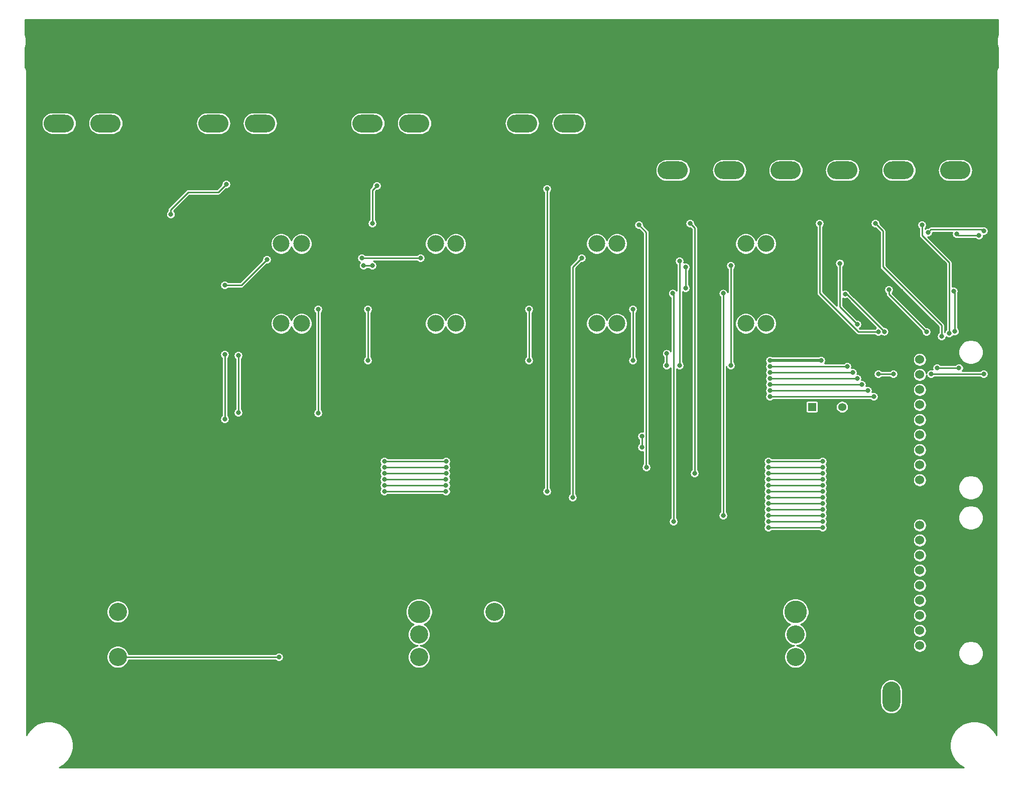
<source format=gbr>
%TF.GenerationSoftware,KiCad,Pcbnew,(5.1.6)-1*%
%TF.CreationDate,2022-03-17T22:37:37-05:00*%
%TF.ProjectId,2022_Rev2,32303232-5f52-4657-9632-2e6b69636164,rev?*%
%TF.SameCoordinates,Original*%
%TF.FileFunction,Copper,L2,Bot*%
%TF.FilePolarity,Positive*%
%FSLAX46Y46*%
G04 Gerber Fmt 4.6, Leading zero omitted, Abs format (unit mm)*
G04 Created by KiCad (PCBNEW (5.1.6)-1) date 2022-03-17 22:37:37*
%MOMM*%
%LPD*%
G01*
G04 APERTURE LIST*
%TA.AperFunction,ComponentPad*%
%ADD10O,5.100000X3.000000*%
%TD*%
%TA.AperFunction,ComponentPad*%
%ADD11C,1.524000*%
%TD*%
%TA.AperFunction,ComponentPad*%
%ADD12C,3.048000*%
%TD*%
%TA.AperFunction,ComponentPad*%
%ADD13C,3.810000*%
%TD*%
%TA.AperFunction,ComponentPad*%
%ADD14R,1.358000X1.358000*%
%TD*%
%TA.AperFunction,ComponentPad*%
%ADD15C,1.358000*%
%TD*%
%TA.AperFunction,ComponentPad*%
%ADD16C,2.819400*%
%TD*%
%TA.AperFunction,ComponentPad*%
%ADD17O,3.000000X5.100000*%
%TD*%
%TA.AperFunction,ViaPad*%
%ADD18C,0.800000*%
%TD*%
%TA.AperFunction,Conductor*%
%ADD19C,0.508000*%
%TD*%
%TA.AperFunction,Conductor*%
%ADD20C,0.254000*%
%TD*%
G04 APERTURE END LIST*
D10*
%TO.P,Conn10,1*%
%TO.N,GND*%
X231425000Y-38285000D03*
%TO.P,Conn10,2*%
%TO.N,/12V/Anderson_Nav*%
X231425000Y-46159000D03*
%TD*%
%TO.P,Conn5,1*%
%TO.N,GND*%
X212375000Y-38285000D03*
%TO.P,Conn5,2*%
%TO.N,/12V/Anderson_BBB*%
X212375000Y-46159000D03*
%TD*%
%TO.P,Conn7,1*%
%TO.N,GND*%
X193325000Y-38285000D03*
%TO.P,Conn7,2*%
%TO.N,/12V/Anderson_Cam2*%
X193325000Y-46159000D03*
%TD*%
%TO.P,Conn8,1*%
%TO.N,GND*%
X221900000Y-38278000D03*
%TO.P,Conn8,2*%
%TO.N,/12V/Anderson_Drive*%
X221900000Y-46152000D03*
%TD*%
%TO.P,Conn6,1*%
%TO.N,GND*%
X183800000Y-38285000D03*
%TO.P,Conn6,2*%
%TO.N,/12V/Anderson_Cam1*%
X183800000Y-46159000D03*
%TD*%
%TO.P,Conn11,1*%
%TO.N,GND*%
X202850000Y-38285000D03*
%TO.P,Conn11,2*%
%TO.N,+12VA*%
X202850000Y-46159000D03*
%TD*%
D11*
%TO.P,Conn13,9*%
%TO.N,Driver_Aux*%
X225425000Y-126365000D03*
%TO.P,Conn13,8*%
%TO.N,Driver_BBB*%
X225425000Y-123825000D03*
%TO.P,Conn13,7*%
%TO.N,Driver_Cam1*%
X225425000Y-121285000D03*
%TO.P,Conn13,6*%
%TO.N,Driver_Cam2*%
X225425000Y-118745000D03*
%TO.P,Conn13,5*%
%TO.N,Driver_Drive*%
X225425000Y-116205000D03*
%TO.P,Conn13,4*%
%TO.N,Driver_Gim*%
X225425000Y-113665000D03*
%TO.P,Conn13,3*%
%TO.N,Driver_Multi*%
X225425000Y-111125000D03*
%TO.P,Conn13,2*%
%TO.N,Driver_Nav*%
X225425000Y-108585000D03*
%TO.P,Conn13,1*%
%TO.N,Driver_Spare*%
X225425000Y-106045000D03*
%TD*%
%TO.P,Conn1,9*%
%TO.N,Current_Sense_Spare*%
X225425000Y-98425000D03*
%TO.P,Conn1,8*%
%TO.N,Current_Sense_Nav*%
X225425000Y-95885000D03*
%TO.P,Conn1,7*%
%TO.N,Current_Sense_Multi*%
X225425000Y-93345000D03*
%TO.P,Conn1,6*%
%TO.N,Current_Sense_Gim*%
X225425000Y-90805000D03*
%TO.P,Conn1,5*%
%TO.N,Current_Sense_Drive*%
X225425000Y-88265000D03*
%TO.P,Conn1,4*%
%TO.N,Current_Sense_Cam2*%
X225425000Y-85725000D03*
%TO.P,Conn1,3*%
%TO.N,Current_Sense_Cam1*%
X225425000Y-83185000D03*
%TO.P,Conn1,2*%
%TO.N,Current_Sense_BBB*%
X225425000Y-80645000D03*
%TO.P,Conn1,1*%
%TO.N,Current_Sense_Aux*%
X225425000Y-78105000D03*
%TD*%
D12*
%TO.P,VR2,5*%
%TO.N,GND*%
X204470000Y-132080000D03*
%TO.P,VR2,6*%
%TO.N,Net-(VR2-Pad6)*%
X204470000Y-128270000D03*
%TO.P,VR2,7*%
%TO.N,+12VA*%
X204470000Y-124460000D03*
D13*
%TO.P,VR2,8*%
X204470000Y-120650000D03*
%TO.P,VR2,4*%
%TO.N,GND*%
X204470000Y-135890000D03*
D12*
%TO.P,VR2,1*%
%TO.N,+36V*%
X153670000Y-120650000D03*
%TO.P,VR2,2*%
%TO.N,GND*%
X153670000Y-128270000D03*
%TO.P,VR2,3*%
X153670000Y-135890000D03*
%TD*%
%TO.P,VR1,5*%
%TO.N,GND*%
X140970000Y-132080000D03*
%TO.P,VR1,6*%
%TO.N,Net-(VR1-Pad6)*%
X140970000Y-128270000D03*
%TO.P,VR1,7*%
%TO.N,Net-(R2-Pad1)*%
X140970000Y-124460000D03*
D13*
%TO.P,VR1,8*%
X140970000Y-120650000D03*
%TO.P,VR1,4*%
%TO.N,GND*%
X140970000Y-135890000D03*
D12*
%TO.P,VR1,1*%
%TO.N,+36V*%
X90170000Y-120650000D03*
%TO.P,VR1,2*%
%TO.N,Driver_Aux*%
X90170000Y-128270000D03*
%TO.P,VR1,3*%
%TO.N,GND*%
X90170000Y-135890000D03*
%TD*%
D14*
%TO.P,U1,1*%
%TO.N,+12VA*%
X207264000Y-86078000D03*
D15*
%TO.P,U1,2*%
%TO.N,GND*%
X209804000Y-86078000D03*
%TO.P,U1,3*%
%TO.N,+5V*%
X212344000Y-86078000D03*
%TD*%
D16*
%TO.P,F9,1*%
%TO.N,+12VA*%
X121158000Y-72009000D03*
X117729000Y-72009000D03*
%TO.P,F9,2*%
%TO.N,Net-(C29-Pad1)*%
X117729000Y-58547000D03*
X121158000Y-58547000D03*
%TD*%
%TO.P,F8,1*%
%TO.N,+12VA*%
X199517000Y-72009000D03*
X196088000Y-72009000D03*
%TO.P,F8,2*%
%TO.N,Net-(C25-Pad1)*%
X196088000Y-58547000D03*
X199517000Y-58547000D03*
%TD*%
%TO.P,F6,1*%
%TO.N,+12VA*%
X147193000Y-72009000D03*
X143764000Y-72009000D03*
%TO.P,F6,2*%
%TO.N,Net-(C18-Pad1)*%
X143764000Y-58547000D03*
X147193000Y-58547000D03*
%TD*%
%TO.P,F1,1*%
%TO.N,+12VA*%
X174371000Y-72009000D03*
X170942000Y-72009000D03*
%TO.P,F1,2*%
%TO.N,Net-(C22-Pad1)*%
X170942000Y-58547000D03*
X174371000Y-58547000D03*
%TD*%
D10*
%TO.P,Conn12,3*%
%TO.N,/12V/Anderson_MultiAct*%
X132322000Y-38250000D03*
%TO.P,Conn12,1*%
%TO.N,GND*%
X148070000Y-38250000D03*
%TO.P,Conn12,2*%
%TO.N,/12V/Anderson_MultiAct*%
X140196000Y-38250000D03*
%TD*%
%TO.P,Conn9,3*%
%TO.N,/12V/Anderson_GimAct*%
X106287000Y-38250000D03*
%TO.P,Conn9,1*%
%TO.N,GND*%
X122035000Y-38250000D03*
%TO.P,Conn9,2*%
%TO.N,/12V/Anderson_GimAct*%
X114161000Y-38250000D03*
%TD*%
%TO.P,Conn4,3*%
%TO.N,Net-(Conn4-Pad2)*%
X80252000Y-38250000D03*
%TO.P,Conn4,1*%
%TO.N,GND*%
X96000000Y-38250000D03*
%TO.P,Conn4,2*%
%TO.N,Net-(Conn4-Pad2)*%
X88126000Y-38250000D03*
%TD*%
%TO.P,Conn3,3*%
%TO.N,/12V/Anderson_Spare*%
X158357000Y-38250000D03*
%TO.P,Conn3,1*%
%TO.N,GND*%
X174105000Y-38250000D03*
%TO.P,Conn3,2*%
%TO.N,/12V/Anderson_Spare*%
X166231000Y-38250000D03*
%TD*%
D17*
%TO.P,Conn2,4*%
%TO.N,+36V*%
X220645000Y-134940000D03*
%TO.P,Conn2,1*%
%TO.N,GND*%
X212771000Y-134940000D03*
%TD*%
D18*
%TO.N,GND*%
X178308000Y-67564000D03*
X186690000Y-67564000D03*
X210058000Y-70866000D03*
X213106000Y-66040000D03*
X222250000Y-66548000D03*
X220980000Y-60960000D03*
X220980000Y-59436000D03*
X220980000Y-57912000D03*
X194310000Y-83820000D03*
X194310000Y-81280000D03*
X195580000Y-82550000D03*
X195580000Y-80010000D03*
X213106000Y-61468000D03*
X146050000Y-80010000D03*
X148590000Y-80010000D03*
X147320000Y-81280000D03*
X146050000Y-82550000D03*
X148590000Y-82550000D03*
X147320000Y-83820000D03*
X146050000Y-85090000D03*
X148590000Y-85090000D03*
X147320000Y-86360000D03*
X146050000Y-87630000D03*
X148590000Y-87630000D03*
X147320000Y-88900000D03*
X146050000Y-90170000D03*
X148590000Y-90170000D03*
X149860000Y-88900000D03*
X149860000Y-86360000D03*
X149860000Y-83820000D03*
X149860000Y-81280000D03*
X190500000Y-80010000D03*
X189230000Y-81280000D03*
X190500000Y-82550000D03*
X189230000Y-83820000D03*
X118110000Y-63500000D03*
X120650000Y-63500000D03*
X119380000Y-64770000D03*
X118110000Y-66040000D03*
X120650000Y-66040000D03*
X119380000Y-67310000D03*
X118110000Y-68580000D03*
X120650000Y-68580000D03*
X121920000Y-67310000D03*
X121920000Y-64770000D03*
X119380000Y-62230000D03*
X121920000Y-62230000D03*
X116840000Y-67310000D03*
X116840000Y-64770000D03*
X129540000Y-86360000D03*
X132080000Y-86360000D03*
X134620000Y-86360000D03*
X133350000Y-87630000D03*
X130810000Y-87630000D03*
X132080000Y-88900000D03*
X134620000Y-88900000D03*
X133350000Y-90170000D03*
X134620000Y-91440000D03*
X148590000Y-96520000D03*
X151130000Y-96520000D03*
X153670000Y-96520000D03*
X156210000Y-96520000D03*
X158750000Y-96520000D03*
X151130000Y-100330000D03*
X153670000Y-100330000D03*
X156210000Y-100330000D03*
X158750000Y-100330000D03*
X153670000Y-105410000D03*
X156210000Y-105410000D03*
X158750000Y-105410000D03*
X195580000Y-66040000D03*
X198120000Y-66040000D03*
X200660000Y-66040000D03*
X199390000Y-67310000D03*
X196850000Y-67310000D03*
X198120000Y-68580000D03*
X195580000Y-68580000D03*
X200660000Y-68580000D03*
X219710000Y-78740000D03*
X220980000Y-77470000D03*
X219710000Y-76200000D03*
X220980000Y-74930000D03*
X222250000Y-76200000D03*
X223520000Y-74930000D03*
X213868000Y-69596000D03*
%TO.N,+5V*%
X208788000Y-78232000D03*
X200152000Y-78232000D03*
X132334000Y-69596000D03*
X132334000Y-78232000D03*
X159512000Y-69596000D03*
X159512000Y-78232000D03*
X177038000Y-69596000D03*
X177038000Y-78232000D03*
X185928000Y-62484000D03*
X185928000Y-66040000D03*
%TO.N,Current_Sense_Nav*%
X230378000Y-73660000D03*
X225806000Y-55372000D03*
%TO.N,Current_Sense_Multi*%
X131607000Y-62230000D03*
X133096000Y-62230000D03*
X133096000Y-55118000D03*
X133858000Y-48768000D03*
X209042000Y-99314000D03*
X199898000Y-99314000D03*
X145542000Y-97282000D03*
X135128000Y-97282000D03*
X123952000Y-87122000D03*
X123952000Y-69596000D03*
%TO.N,Current_Sense_Drive*%
X229108000Y-74168000D03*
X217932000Y-55118000D03*
%TO.N,Current_Sense_Cam2*%
X209042000Y-97282000D03*
X199898000Y-97282000D03*
X187452000Y-97282000D03*
X186690000Y-55118000D03*
%TO.N,Current_Sense_Cam1*%
X178054000Y-55372000D03*
X209042000Y-96266000D03*
X199898000Y-96266000D03*
X179324000Y-96266000D03*
%TO.N,Current_Sense_BBB*%
X208534000Y-55118000D03*
X220986067Y-80524067D03*
X218446067Y-73412067D03*
X218440000Y-80518000D03*
%TO.N,Driver_Nav*%
X231326685Y-73343772D03*
X231140000Y-66548000D03*
%TO.N,Driver_Multi*%
X110490000Y-77378000D03*
X131318000Y-60960000D03*
X141224000Y-60960000D03*
X209042000Y-102362000D03*
X199898000Y-102362000D03*
X145535933Y-98304067D03*
X135128000Y-98298000D03*
X110490000Y-87033010D03*
%TO.N,Driver_Drive*%
X232053685Y-79502000D03*
X228346000Y-79502000D03*
X226568000Y-73406000D03*
X220218000Y-66294000D03*
%TO.N,Driver_Cam2*%
X192278000Y-66926000D03*
X209042000Y-104378003D03*
X199898000Y-104394000D03*
X192278000Y-104394000D03*
%TO.N,Driver_Cam1*%
X183769000Y-66926000D03*
X209042000Y-105410000D03*
X199898000Y-105410000D03*
X183896000Y-105410000D03*
%TO.N,Driver_BBB*%
X236220000Y-80518000D03*
X227330000Y-80518000D03*
X219456000Y-73371000D03*
X212852000Y-67056000D03*
%TO.N,Net-(Q2-Pad4)*%
X216662000Y-83312000D03*
X200152000Y-83312000D03*
%TO.N,Net-(Q4-Pad4)*%
X215646000Y-82296000D03*
X200152000Y-82296000D03*
%TO.N,Net-(Q5-Pad4)*%
X193548000Y-62230000D03*
X193548000Y-79086000D03*
X178562000Y-92852980D03*
X178562000Y-91045000D03*
%TO.N,Net-(Q6-Pad4)*%
X217678000Y-84328000D03*
X200152000Y-84328000D03*
%TO.N,Net-(Q7-Pad4)*%
X184912000Y-61468000D03*
X184912000Y-79086000D03*
%TO.N,Current_Sense_Spare*%
X162560000Y-49276000D03*
X209042000Y-100330000D03*
X199898000Y-100330000D03*
X162560000Y-100330000D03*
%TO.N,Current_Sense_Gim*%
X108458000Y-48514000D03*
X209042000Y-98298000D03*
X199898000Y-98298000D03*
X145542000Y-96250003D03*
X135128000Y-96266000D03*
X99095000Y-53600067D03*
%TO.N,Current_Sense_Aux*%
X209042000Y-95250000D03*
X199898000Y-95250000D03*
X145542000Y-95250000D03*
X135128000Y-95250000D03*
%TO.N,Driver_Aux*%
X209042000Y-106426000D03*
X199898000Y-106426000D03*
X145523799Y-100348201D03*
X135128000Y-100330000D03*
X117348000Y-128270000D03*
%TO.N,Driver_Gim*%
X108204000Y-77216000D03*
X108204000Y-65532000D03*
X115316000Y-61214000D03*
X209042000Y-103378000D03*
X199898000Y-103378000D03*
X145529866Y-99326134D03*
X135128000Y-99314000D03*
X108204000Y-88138000D03*
%TO.N,Driver_Spare*%
X168402000Y-60960000D03*
X209042000Y-101346000D03*
X199898000Y-101346000D03*
X166878000Y-101346000D03*
%TO.N,+12VA*%
X182727600Y-79086000D03*
X182727600Y-77089000D03*
%TO.N,Net-(Q1-Pad2)*%
X226822000Y-56642000D03*
X236220000Y-56388000D03*
X214122000Y-80264000D03*
X200152000Y-80264000D03*
%TO.N,Net-(Q3-Pad2)*%
X214884000Y-81280000D03*
X200152000Y-81280000D03*
X211930645Y-61859156D03*
X214890067Y-72142067D03*
%TO.N,Net-(Q8-Pad2)*%
X231648000Y-56896000D03*
X235423000Y-57150000D03*
X213198000Y-79248000D03*
X200152000Y-79248000D03*
%TD*%
D19*
%TO.N,+5V*%
X208788000Y-78232000D02*
X200152000Y-78232000D01*
D20*
X132334000Y-69596000D02*
X132334000Y-78232000D01*
X159512000Y-69596000D02*
X159512000Y-78232000D01*
X177038000Y-69596000D02*
X177038000Y-78232000D01*
X185928000Y-62484000D02*
X185928000Y-66040000D01*
%TO.N,Current_Sense_Nav*%
X230378000Y-73660000D02*
X230378000Y-61722000D01*
X230378000Y-61722000D02*
X225806000Y-57150000D01*
X225806000Y-57150000D02*
X225806000Y-55372000D01*
%TO.N,Current_Sense_Multi*%
X131607000Y-62230000D02*
X133096000Y-62230000D01*
X133096000Y-55118000D02*
X133096000Y-49530000D01*
X133096000Y-49530000D02*
X133858000Y-48768000D01*
X209042000Y-99314000D02*
X199898000Y-99314000D01*
X145542000Y-97282000D02*
X135128000Y-97282000D01*
X123952000Y-87122000D02*
X123952000Y-72390000D01*
X123952000Y-72390000D02*
X123952000Y-69596000D01*
%TO.N,Current_Sense_Drive*%
X219202000Y-56388000D02*
X217932000Y-55118000D01*
X219202000Y-62424038D02*
X219202000Y-56388000D01*
X229108000Y-72330038D02*
X219202000Y-62424038D01*
X229108000Y-74168000D02*
X229108000Y-72330038D01*
%TO.N,Current_Sense_Cam2*%
X209042000Y-97282000D02*
X199898000Y-97282000D01*
X187452000Y-97282000D02*
X187452000Y-55880000D01*
X187452000Y-55880000D02*
X186690000Y-55118000D01*
%TO.N,Current_Sense_Cam1*%
X179289001Y-56607001D02*
X178054000Y-55372000D01*
X179289001Y-95538999D02*
X179289001Y-56607001D01*
X209042000Y-96266000D02*
X199898000Y-96266000D01*
X179289001Y-95538999D02*
X179289001Y-96231001D01*
X179289001Y-96231001D02*
X179324000Y-96266000D01*
%TO.N,Current_Sense_BBB*%
X211328000Y-69655962D02*
X208534000Y-66861962D01*
X208534000Y-66861962D02*
X208534000Y-55118000D01*
X215066605Y-73394567D02*
X211328000Y-69655962D01*
X215066605Y-73394567D02*
X218428567Y-73394567D01*
X218428567Y-73394567D02*
X218446067Y-73412067D01*
X220980000Y-80518000D02*
X220986067Y-80524067D01*
X218440000Y-80518000D02*
X220980000Y-80518000D01*
%TO.N,Driver_Nav*%
X231326685Y-73343772D02*
X231326685Y-66734685D01*
X231326685Y-66734685D02*
X231140000Y-66548000D01*
%TO.N,Driver_Multi*%
X131318000Y-60960000D02*
X141224000Y-60960000D01*
X209042000Y-102362000D02*
X199898000Y-102362000D01*
X145535933Y-98304067D02*
X135134067Y-98304067D01*
X135134067Y-98304067D02*
X135128000Y-98298000D01*
X110490000Y-87033010D02*
X110490000Y-77378000D01*
%TO.N,Driver_Drive*%
X232053685Y-79502000D02*
X228346000Y-79502000D01*
X226568000Y-73406000D02*
X220218000Y-67056000D01*
X220218000Y-67056000D02*
X220218000Y-66294000D01*
%TO.N,Driver_Cam2*%
X209042000Y-104378003D02*
X199913997Y-104378003D01*
X199913997Y-104378003D02*
X199898000Y-104394000D01*
X192278000Y-104394000D02*
X192278000Y-66926000D01*
%TO.N,Driver_Cam1*%
X183896000Y-67053000D02*
X183769000Y-66926000D01*
X209042000Y-105410000D02*
X199898000Y-105410000D01*
X183896000Y-105410000D02*
X183896000Y-67053000D01*
%TO.N,Driver_BBB*%
X236220000Y-80518000D02*
X227330000Y-80518000D01*
X219456000Y-73371000D02*
X213141000Y-67056000D01*
X213141000Y-67056000D02*
X212852000Y-67056000D01*
%TO.N,Net-(Q2-Pad4)*%
X216662000Y-83312000D02*
X200152000Y-83312000D01*
%TO.N,Net-(Q4-Pad4)*%
X215646000Y-82296000D02*
X200152000Y-82296000D01*
%TO.N,Net-(Q5-Pad4)*%
X193548000Y-62230000D02*
X193548000Y-79086000D01*
X178562000Y-92852980D02*
X178562000Y-91045000D01*
%TO.N,Net-(Q6-Pad4)*%
X217678000Y-84328000D02*
X200152000Y-84328000D01*
%TO.N,Net-(Q7-Pad4)*%
X184912000Y-61468000D02*
X184912000Y-79086000D01*
%TO.N,Current_Sense_Spare*%
X209042000Y-100330000D02*
X199898000Y-100330000D01*
X162560000Y-100330000D02*
X162560000Y-49276000D01*
%TO.N,Current_Sense_Gim*%
X209042000Y-98298000D02*
X199898000Y-98298000D01*
X145542000Y-96250003D02*
X135143997Y-96250003D01*
X135143997Y-96250003D02*
X135128000Y-96266000D01*
X107118060Y-49853940D02*
X108458000Y-48514000D01*
X102038060Y-49853940D02*
X107118060Y-49853940D01*
X99095000Y-53600067D02*
X99095000Y-52797000D01*
X99095000Y-52797000D02*
X102038060Y-49853940D01*
%TO.N,Current_Sense_Aux*%
X209042000Y-95250000D02*
X199898000Y-95250000D01*
X145542000Y-95250000D02*
X135128000Y-95250000D01*
%TO.N,Driver_Aux*%
X209042000Y-106426000D02*
X199898000Y-106426000D01*
X145523799Y-100348201D02*
X135146201Y-100348201D01*
X135146201Y-100348201D02*
X135128000Y-100330000D01*
X90170000Y-128270000D02*
X117348000Y-128270000D01*
%TO.N,Driver_Gim*%
X108204000Y-65532000D02*
X110998000Y-65532000D01*
X110998000Y-65532000D02*
X115316000Y-61214000D01*
X209042000Y-103378000D02*
X199898000Y-103378000D01*
X145529866Y-99326134D02*
X135140134Y-99326134D01*
X135140134Y-99326134D02*
X135128000Y-99314000D01*
X108204000Y-88138000D02*
X108204000Y-77216000D01*
%TO.N,Driver_Spare*%
X166878000Y-62484000D02*
X168402000Y-60960000D01*
X209042000Y-101346000D02*
X199898000Y-101346000D01*
X166878000Y-101346000D02*
X166878000Y-62484000D01*
%TO.N,+12VA*%
X182727600Y-79086000D02*
X182727600Y-77089000D01*
%TO.N,Net-(Q1-Pad2)*%
X236000999Y-56168999D02*
X236220000Y-56388000D01*
X226822000Y-56642000D02*
X227295001Y-56168999D01*
X227295001Y-56168999D02*
X236000999Y-56168999D01*
X214122000Y-80264000D02*
X200152000Y-80264000D01*
%TO.N,Net-(Q3-Pad2)*%
X214884000Y-81280000D02*
X200152000Y-81280000D01*
X211930645Y-61859156D02*
X211930645Y-69182645D01*
X211930645Y-69182645D02*
X214890067Y-72142067D01*
%TO.N,Net-(Q8-Pad2)*%
X231902000Y-57150000D02*
X231648000Y-56896000D01*
X235423000Y-57150000D02*
X231902000Y-57150000D01*
X213198000Y-79248000D02*
X200152000Y-79248000D01*
%TD*%
%TO.N,GND*%
G36*
X238633000Y-23174419D02*
G01*
X238627368Y-23188016D01*
X238469800Y-23980166D01*
X238469800Y-24787834D01*
X238627368Y-25579984D01*
X238633000Y-25593581D01*
X238633000Y-28795371D01*
X238616409Y-28819602D01*
X238613719Y-28824578D01*
X238613713Y-28824587D01*
X238613709Y-28824596D01*
X238497350Y-29043436D01*
X238483326Y-29077461D01*
X238468832Y-29111278D01*
X238467156Y-29116693D01*
X238395516Y-29353974D01*
X238388365Y-29390090D01*
X238380718Y-29426065D01*
X238380125Y-29431703D01*
X238355938Y-29678381D01*
X238354000Y-29698060D01*
X238354001Y-141451883D01*
X238273670Y-141257947D01*
X237824953Y-140586395D01*
X237253845Y-140015287D01*
X236582293Y-139566570D01*
X235836104Y-139257488D01*
X235043954Y-139099920D01*
X234236286Y-139099920D01*
X233444136Y-139257488D01*
X232697947Y-139566570D01*
X232026395Y-140015287D01*
X231455287Y-140586395D01*
X231006570Y-141257947D01*
X230697488Y-142004136D01*
X230539920Y-142796286D01*
X230539920Y-143603954D01*
X230697488Y-144396104D01*
X231006570Y-145142293D01*
X231455287Y-145813845D01*
X232026395Y-146384953D01*
X232697947Y-146833670D01*
X232891881Y-146914000D01*
X80290119Y-146914000D01*
X80484053Y-146833670D01*
X81155605Y-146384953D01*
X81726713Y-145813845D01*
X82175430Y-145142293D01*
X82484512Y-144396104D01*
X82642080Y-143603954D01*
X82642080Y-142796286D01*
X82484512Y-142004136D01*
X82175430Y-141257947D01*
X81726713Y-140586395D01*
X81155605Y-140015287D01*
X80484053Y-139566570D01*
X79737864Y-139257488D01*
X78945714Y-139099920D01*
X78138046Y-139099920D01*
X77345896Y-139257488D01*
X76599707Y-139566570D01*
X75928155Y-140015287D01*
X75357047Y-140586395D01*
X74908330Y-141257947D01*
X74828000Y-141451881D01*
X74828000Y-136082402D01*
X218764000Y-136082402D01*
X218791217Y-136358739D01*
X218898774Y-136713309D01*
X219073438Y-137040084D01*
X219308497Y-137326503D01*
X219594916Y-137561562D01*
X219921690Y-137736226D01*
X220276260Y-137843783D01*
X220645000Y-137880101D01*
X221013739Y-137843783D01*
X221368309Y-137736226D01*
X221695084Y-137561562D01*
X221981503Y-137326503D01*
X222216562Y-137040084D01*
X222391226Y-136713310D01*
X222498783Y-136358740D01*
X222526000Y-136082403D01*
X222526000Y-133797597D01*
X222498783Y-133521260D01*
X222391226Y-133166690D01*
X222216562Y-132839916D01*
X221981503Y-132553497D01*
X221695084Y-132318438D01*
X221368310Y-132143774D01*
X221013740Y-132036217D01*
X220645000Y-131999899D01*
X220276261Y-132036217D01*
X219921691Y-132143774D01*
X219594917Y-132318438D01*
X219308498Y-132553497D01*
X219073439Y-132839916D01*
X218898775Y-133166690D01*
X218791218Y-133521260D01*
X218764001Y-133797597D01*
X218764000Y-136082402D01*
X74828000Y-136082402D01*
X74828000Y-128082374D01*
X88265000Y-128082374D01*
X88265000Y-128457626D01*
X88338209Y-128825668D01*
X88481811Y-129172356D01*
X88690290Y-129484366D01*
X88955634Y-129749710D01*
X89267644Y-129958189D01*
X89614332Y-130101791D01*
X89982374Y-130175000D01*
X90357626Y-130175000D01*
X90725668Y-130101791D01*
X91072356Y-129958189D01*
X91384366Y-129749710D01*
X91649710Y-129484366D01*
X91858189Y-129172356D01*
X92001791Y-128825668D01*
X92011273Y-128778000D01*
X116751499Y-128778000D01*
X116850141Y-128876642D01*
X116978058Y-128962113D01*
X117120191Y-129020987D01*
X117271078Y-129051000D01*
X117424922Y-129051000D01*
X117575809Y-129020987D01*
X117717942Y-128962113D01*
X117845859Y-128876642D01*
X117954642Y-128767859D01*
X118040113Y-128639942D01*
X118098987Y-128497809D01*
X118129000Y-128346922D01*
X118129000Y-128193078D01*
X118098987Y-128042191D01*
X118040113Y-127900058D01*
X117954642Y-127772141D01*
X117845859Y-127663358D01*
X117717942Y-127577887D01*
X117575809Y-127519013D01*
X117424922Y-127489000D01*
X117271078Y-127489000D01*
X117120191Y-127519013D01*
X116978058Y-127577887D01*
X116850141Y-127663358D01*
X116751499Y-127762000D01*
X92011273Y-127762000D01*
X92001791Y-127714332D01*
X91858189Y-127367644D01*
X91649710Y-127055634D01*
X91384366Y-126790290D01*
X91072356Y-126581811D01*
X90725668Y-126438209D01*
X90357626Y-126365000D01*
X89982374Y-126365000D01*
X89614332Y-126438209D01*
X89267644Y-126581811D01*
X88955634Y-126790290D01*
X88690290Y-127055634D01*
X88481811Y-127367644D01*
X88338209Y-127714332D01*
X88265000Y-128082374D01*
X74828000Y-128082374D01*
X74828000Y-120462374D01*
X88265000Y-120462374D01*
X88265000Y-120837626D01*
X88338209Y-121205668D01*
X88481811Y-121552356D01*
X88690290Y-121864366D01*
X88955634Y-122129710D01*
X89267644Y-122338189D01*
X89614332Y-122481791D01*
X89982374Y-122555000D01*
X90357626Y-122555000D01*
X90725668Y-122481791D01*
X91072356Y-122338189D01*
X91384366Y-122129710D01*
X91649710Y-121864366D01*
X91858189Y-121552356D01*
X92001791Y-121205668D01*
X92075000Y-120837626D01*
X92075000Y-120462374D01*
X92067536Y-120424849D01*
X138684000Y-120424849D01*
X138684000Y-120875151D01*
X138771850Y-121316802D01*
X138944173Y-121732827D01*
X139194348Y-122107240D01*
X139512760Y-122425652D01*
X139887173Y-122675827D01*
X140093272Y-122761196D01*
X140067644Y-122771811D01*
X139755634Y-122980290D01*
X139490290Y-123245634D01*
X139281811Y-123557644D01*
X139138209Y-123904332D01*
X139065000Y-124272374D01*
X139065000Y-124647626D01*
X139138209Y-125015668D01*
X139281811Y-125362356D01*
X139490290Y-125674366D01*
X139755634Y-125939710D01*
X140067644Y-126148189D01*
X140414332Y-126291791D01*
X140782374Y-126365000D01*
X140414332Y-126438209D01*
X140067644Y-126581811D01*
X139755634Y-126790290D01*
X139490290Y-127055634D01*
X139281811Y-127367644D01*
X139138209Y-127714332D01*
X139065000Y-128082374D01*
X139065000Y-128457626D01*
X139138209Y-128825668D01*
X139281811Y-129172356D01*
X139490290Y-129484366D01*
X139755634Y-129749710D01*
X140067644Y-129958189D01*
X140414332Y-130101791D01*
X140782374Y-130175000D01*
X141157626Y-130175000D01*
X141525668Y-130101791D01*
X141872356Y-129958189D01*
X142184366Y-129749710D01*
X142449710Y-129484366D01*
X142658189Y-129172356D01*
X142801791Y-128825668D01*
X142875000Y-128457626D01*
X142875000Y-128082374D01*
X142801791Y-127714332D01*
X142658189Y-127367644D01*
X142449710Y-127055634D01*
X142184366Y-126790290D01*
X141872356Y-126581811D01*
X141525668Y-126438209D01*
X141157626Y-126365000D01*
X141525668Y-126291791D01*
X141872356Y-126148189D01*
X142184366Y-125939710D01*
X142449710Y-125674366D01*
X142658189Y-125362356D01*
X142801791Y-125015668D01*
X142875000Y-124647626D01*
X142875000Y-124272374D01*
X142801791Y-123904332D01*
X142658189Y-123557644D01*
X142449710Y-123245634D01*
X142184366Y-122980290D01*
X141872356Y-122771811D01*
X141846728Y-122761196D01*
X142052827Y-122675827D01*
X142427240Y-122425652D01*
X142745652Y-122107240D01*
X142995827Y-121732827D01*
X143168150Y-121316802D01*
X143256000Y-120875151D01*
X143256000Y-120462374D01*
X151765000Y-120462374D01*
X151765000Y-120837626D01*
X151838209Y-121205668D01*
X151981811Y-121552356D01*
X152190290Y-121864366D01*
X152455634Y-122129710D01*
X152767644Y-122338189D01*
X153114332Y-122481791D01*
X153482374Y-122555000D01*
X153857626Y-122555000D01*
X154225668Y-122481791D01*
X154572356Y-122338189D01*
X154884366Y-122129710D01*
X155149710Y-121864366D01*
X155358189Y-121552356D01*
X155501791Y-121205668D01*
X155575000Y-120837626D01*
X155575000Y-120462374D01*
X155567536Y-120424849D01*
X202184000Y-120424849D01*
X202184000Y-120875151D01*
X202271850Y-121316802D01*
X202444173Y-121732827D01*
X202694348Y-122107240D01*
X203012760Y-122425652D01*
X203387173Y-122675827D01*
X203593272Y-122761196D01*
X203567644Y-122771811D01*
X203255634Y-122980290D01*
X202990290Y-123245634D01*
X202781811Y-123557644D01*
X202638209Y-123904332D01*
X202565000Y-124272374D01*
X202565000Y-124647626D01*
X202638209Y-125015668D01*
X202781811Y-125362356D01*
X202990290Y-125674366D01*
X203255634Y-125939710D01*
X203567644Y-126148189D01*
X203914332Y-126291791D01*
X204282374Y-126365000D01*
X203914332Y-126438209D01*
X203567644Y-126581811D01*
X203255634Y-126790290D01*
X202990290Y-127055634D01*
X202781811Y-127367644D01*
X202638209Y-127714332D01*
X202565000Y-128082374D01*
X202565000Y-128457626D01*
X202638209Y-128825668D01*
X202781811Y-129172356D01*
X202990290Y-129484366D01*
X203255634Y-129749710D01*
X203567644Y-129958189D01*
X203914332Y-130101791D01*
X204282374Y-130175000D01*
X204657626Y-130175000D01*
X205025668Y-130101791D01*
X205372356Y-129958189D01*
X205684366Y-129749710D01*
X205949710Y-129484366D01*
X206158189Y-129172356D01*
X206301791Y-128825668D01*
X206375000Y-128457626D01*
X206375000Y-128082374D01*
X206301791Y-127714332D01*
X206158189Y-127367644D01*
X205949710Y-127055634D01*
X205684366Y-126790290D01*
X205372356Y-126581811D01*
X205025668Y-126438209D01*
X204657626Y-126365000D01*
X205025668Y-126291791D01*
X205120708Y-126252424D01*
X224282000Y-126252424D01*
X224282000Y-126477576D01*
X224325925Y-126698401D01*
X224412087Y-126906413D01*
X224537174Y-127093620D01*
X224696380Y-127252826D01*
X224883587Y-127377913D01*
X225091599Y-127464075D01*
X225312424Y-127508000D01*
X225537576Y-127508000D01*
X225758401Y-127464075D01*
X225846514Y-127427577D01*
X231955000Y-127427577D01*
X231955000Y-127842423D01*
X232035932Y-128249298D01*
X232194687Y-128632565D01*
X232425163Y-128977497D01*
X232718503Y-129270837D01*
X233063435Y-129501313D01*
X233446702Y-129660068D01*
X233853577Y-129741000D01*
X234268423Y-129741000D01*
X234675298Y-129660068D01*
X235058565Y-129501313D01*
X235403497Y-129270837D01*
X235696837Y-128977497D01*
X235927313Y-128632565D01*
X236086068Y-128249298D01*
X236167000Y-127842423D01*
X236167000Y-127427577D01*
X236086068Y-127020702D01*
X235927313Y-126637435D01*
X235696837Y-126292503D01*
X235403497Y-125999163D01*
X235058565Y-125768687D01*
X234675298Y-125609932D01*
X234268423Y-125529000D01*
X233853577Y-125529000D01*
X233446702Y-125609932D01*
X233063435Y-125768687D01*
X232718503Y-125999163D01*
X232425163Y-126292503D01*
X232194687Y-126637435D01*
X232035932Y-127020702D01*
X231955000Y-127427577D01*
X225846514Y-127427577D01*
X225966413Y-127377913D01*
X226153620Y-127252826D01*
X226312826Y-127093620D01*
X226437913Y-126906413D01*
X226524075Y-126698401D01*
X226568000Y-126477576D01*
X226568000Y-126252424D01*
X226524075Y-126031599D01*
X226437913Y-125823587D01*
X226312826Y-125636380D01*
X226153620Y-125477174D01*
X225966413Y-125352087D01*
X225758401Y-125265925D01*
X225537576Y-125222000D01*
X225312424Y-125222000D01*
X225091599Y-125265925D01*
X224883587Y-125352087D01*
X224696380Y-125477174D01*
X224537174Y-125636380D01*
X224412087Y-125823587D01*
X224325925Y-126031599D01*
X224282000Y-126252424D01*
X205120708Y-126252424D01*
X205372356Y-126148189D01*
X205684366Y-125939710D01*
X205949710Y-125674366D01*
X206158189Y-125362356D01*
X206301791Y-125015668D01*
X206375000Y-124647626D01*
X206375000Y-124272374D01*
X206301791Y-123904332D01*
X206222301Y-123712424D01*
X224282000Y-123712424D01*
X224282000Y-123937576D01*
X224325925Y-124158401D01*
X224412087Y-124366413D01*
X224537174Y-124553620D01*
X224696380Y-124712826D01*
X224883587Y-124837913D01*
X225091599Y-124924075D01*
X225312424Y-124968000D01*
X225537576Y-124968000D01*
X225758401Y-124924075D01*
X225966413Y-124837913D01*
X226153620Y-124712826D01*
X226312826Y-124553620D01*
X226437913Y-124366413D01*
X226524075Y-124158401D01*
X226568000Y-123937576D01*
X226568000Y-123712424D01*
X226524075Y-123491599D01*
X226437913Y-123283587D01*
X226312826Y-123096380D01*
X226153620Y-122937174D01*
X225966413Y-122812087D01*
X225758401Y-122725925D01*
X225537576Y-122682000D01*
X225312424Y-122682000D01*
X225091599Y-122725925D01*
X224883587Y-122812087D01*
X224696380Y-122937174D01*
X224537174Y-123096380D01*
X224412087Y-123283587D01*
X224325925Y-123491599D01*
X224282000Y-123712424D01*
X206222301Y-123712424D01*
X206158189Y-123557644D01*
X205949710Y-123245634D01*
X205684366Y-122980290D01*
X205372356Y-122771811D01*
X205346728Y-122761196D01*
X205552827Y-122675827D01*
X205927240Y-122425652D01*
X206245652Y-122107240D01*
X206495827Y-121732827D01*
X206668150Y-121316802D01*
X206696868Y-121172424D01*
X224282000Y-121172424D01*
X224282000Y-121397576D01*
X224325925Y-121618401D01*
X224412087Y-121826413D01*
X224537174Y-122013620D01*
X224696380Y-122172826D01*
X224883587Y-122297913D01*
X225091599Y-122384075D01*
X225312424Y-122428000D01*
X225537576Y-122428000D01*
X225758401Y-122384075D01*
X225966413Y-122297913D01*
X226153620Y-122172826D01*
X226312826Y-122013620D01*
X226437913Y-121826413D01*
X226524075Y-121618401D01*
X226568000Y-121397576D01*
X226568000Y-121172424D01*
X226524075Y-120951599D01*
X226437913Y-120743587D01*
X226312826Y-120556380D01*
X226153620Y-120397174D01*
X225966413Y-120272087D01*
X225758401Y-120185925D01*
X225537576Y-120142000D01*
X225312424Y-120142000D01*
X225091599Y-120185925D01*
X224883587Y-120272087D01*
X224696380Y-120397174D01*
X224537174Y-120556380D01*
X224412087Y-120743587D01*
X224325925Y-120951599D01*
X224282000Y-121172424D01*
X206696868Y-121172424D01*
X206756000Y-120875151D01*
X206756000Y-120424849D01*
X206668150Y-119983198D01*
X206495827Y-119567173D01*
X206245652Y-119192760D01*
X205927240Y-118874348D01*
X205565176Y-118632424D01*
X224282000Y-118632424D01*
X224282000Y-118857576D01*
X224325925Y-119078401D01*
X224412087Y-119286413D01*
X224537174Y-119473620D01*
X224696380Y-119632826D01*
X224883587Y-119757913D01*
X225091599Y-119844075D01*
X225312424Y-119888000D01*
X225537576Y-119888000D01*
X225758401Y-119844075D01*
X225966413Y-119757913D01*
X226153620Y-119632826D01*
X226312826Y-119473620D01*
X226437913Y-119286413D01*
X226524075Y-119078401D01*
X226568000Y-118857576D01*
X226568000Y-118632424D01*
X226524075Y-118411599D01*
X226437913Y-118203587D01*
X226312826Y-118016380D01*
X226153620Y-117857174D01*
X225966413Y-117732087D01*
X225758401Y-117645925D01*
X225537576Y-117602000D01*
X225312424Y-117602000D01*
X225091599Y-117645925D01*
X224883587Y-117732087D01*
X224696380Y-117857174D01*
X224537174Y-118016380D01*
X224412087Y-118203587D01*
X224325925Y-118411599D01*
X224282000Y-118632424D01*
X205565176Y-118632424D01*
X205552827Y-118624173D01*
X205136802Y-118451850D01*
X204695151Y-118364000D01*
X204244849Y-118364000D01*
X203803198Y-118451850D01*
X203387173Y-118624173D01*
X203012760Y-118874348D01*
X202694348Y-119192760D01*
X202444173Y-119567173D01*
X202271850Y-119983198D01*
X202184000Y-120424849D01*
X155567536Y-120424849D01*
X155501791Y-120094332D01*
X155358189Y-119747644D01*
X155149710Y-119435634D01*
X154884366Y-119170290D01*
X154572356Y-118961811D01*
X154225668Y-118818209D01*
X153857626Y-118745000D01*
X153482374Y-118745000D01*
X153114332Y-118818209D01*
X152767644Y-118961811D01*
X152455634Y-119170290D01*
X152190290Y-119435634D01*
X151981811Y-119747644D01*
X151838209Y-120094332D01*
X151765000Y-120462374D01*
X143256000Y-120462374D01*
X143256000Y-120424849D01*
X143168150Y-119983198D01*
X142995827Y-119567173D01*
X142745652Y-119192760D01*
X142427240Y-118874348D01*
X142052827Y-118624173D01*
X141636802Y-118451850D01*
X141195151Y-118364000D01*
X140744849Y-118364000D01*
X140303198Y-118451850D01*
X139887173Y-118624173D01*
X139512760Y-118874348D01*
X139194348Y-119192760D01*
X138944173Y-119567173D01*
X138771850Y-119983198D01*
X138684000Y-120424849D01*
X92067536Y-120424849D01*
X92001791Y-120094332D01*
X91858189Y-119747644D01*
X91649710Y-119435634D01*
X91384366Y-119170290D01*
X91072356Y-118961811D01*
X90725668Y-118818209D01*
X90357626Y-118745000D01*
X89982374Y-118745000D01*
X89614332Y-118818209D01*
X89267644Y-118961811D01*
X88955634Y-119170290D01*
X88690290Y-119435634D01*
X88481811Y-119747644D01*
X88338209Y-120094332D01*
X88265000Y-120462374D01*
X74828000Y-120462374D01*
X74828000Y-116092424D01*
X224282000Y-116092424D01*
X224282000Y-116317576D01*
X224325925Y-116538401D01*
X224412087Y-116746413D01*
X224537174Y-116933620D01*
X224696380Y-117092826D01*
X224883587Y-117217913D01*
X225091599Y-117304075D01*
X225312424Y-117348000D01*
X225537576Y-117348000D01*
X225758401Y-117304075D01*
X225966413Y-117217913D01*
X226153620Y-117092826D01*
X226312826Y-116933620D01*
X226437913Y-116746413D01*
X226524075Y-116538401D01*
X226568000Y-116317576D01*
X226568000Y-116092424D01*
X226524075Y-115871599D01*
X226437913Y-115663587D01*
X226312826Y-115476380D01*
X226153620Y-115317174D01*
X225966413Y-115192087D01*
X225758401Y-115105925D01*
X225537576Y-115062000D01*
X225312424Y-115062000D01*
X225091599Y-115105925D01*
X224883587Y-115192087D01*
X224696380Y-115317174D01*
X224537174Y-115476380D01*
X224412087Y-115663587D01*
X224325925Y-115871599D01*
X224282000Y-116092424D01*
X74828000Y-116092424D01*
X74828000Y-113552424D01*
X224282000Y-113552424D01*
X224282000Y-113777576D01*
X224325925Y-113998401D01*
X224412087Y-114206413D01*
X224537174Y-114393620D01*
X224696380Y-114552826D01*
X224883587Y-114677913D01*
X225091599Y-114764075D01*
X225312424Y-114808000D01*
X225537576Y-114808000D01*
X225758401Y-114764075D01*
X225966413Y-114677913D01*
X226153620Y-114552826D01*
X226312826Y-114393620D01*
X226437913Y-114206413D01*
X226524075Y-113998401D01*
X226568000Y-113777576D01*
X226568000Y-113552424D01*
X226524075Y-113331599D01*
X226437913Y-113123587D01*
X226312826Y-112936380D01*
X226153620Y-112777174D01*
X225966413Y-112652087D01*
X225758401Y-112565925D01*
X225537576Y-112522000D01*
X225312424Y-112522000D01*
X225091599Y-112565925D01*
X224883587Y-112652087D01*
X224696380Y-112777174D01*
X224537174Y-112936380D01*
X224412087Y-113123587D01*
X224325925Y-113331599D01*
X224282000Y-113552424D01*
X74828000Y-113552424D01*
X74828000Y-111012424D01*
X224282000Y-111012424D01*
X224282000Y-111237576D01*
X224325925Y-111458401D01*
X224412087Y-111666413D01*
X224537174Y-111853620D01*
X224696380Y-112012826D01*
X224883587Y-112137913D01*
X225091599Y-112224075D01*
X225312424Y-112268000D01*
X225537576Y-112268000D01*
X225758401Y-112224075D01*
X225966413Y-112137913D01*
X226153620Y-112012826D01*
X226312826Y-111853620D01*
X226437913Y-111666413D01*
X226524075Y-111458401D01*
X226568000Y-111237576D01*
X226568000Y-111012424D01*
X226524075Y-110791599D01*
X226437913Y-110583587D01*
X226312826Y-110396380D01*
X226153620Y-110237174D01*
X225966413Y-110112087D01*
X225758401Y-110025925D01*
X225537576Y-109982000D01*
X225312424Y-109982000D01*
X225091599Y-110025925D01*
X224883587Y-110112087D01*
X224696380Y-110237174D01*
X224537174Y-110396380D01*
X224412087Y-110583587D01*
X224325925Y-110791599D01*
X224282000Y-111012424D01*
X74828000Y-111012424D01*
X74828000Y-108472424D01*
X224282000Y-108472424D01*
X224282000Y-108697576D01*
X224325925Y-108918401D01*
X224412087Y-109126413D01*
X224537174Y-109313620D01*
X224696380Y-109472826D01*
X224883587Y-109597913D01*
X225091599Y-109684075D01*
X225312424Y-109728000D01*
X225537576Y-109728000D01*
X225758401Y-109684075D01*
X225966413Y-109597913D01*
X226153620Y-109472826D01*
X226312826Y-109313620D01*
X226437913Y-109126413D01*
X226524075Y-108918401D01*
X226568000Y-108697576D01*
X226568000Y-108472424D01*
X226524075Y-108251599D01*
X226437913Y-108043587D01*
X226312826Y-107856380D01*
X226153620Y-107697174D01*
X225966413Y-107572087D01*
X225758401Y-107485925D01*
X225537576Y-107442000D01*
X225312424Y-107442000D01*
X225091599Y-107485925D01*
X224883587Y-107572087D01*
X224696380Y-107697174D01*
X224537174Y-107856380D01*
X224412087Y-108043587D01*
X224325925Y-108251599D01*
X224282000Y-108472424D01*
X74828000Y-108472424D01*
X74828000Y-101269078D01*
X166097000Y-101269078D01*
X166097000Y-101422922D01*
X166127013Y-101573809D01*
X166185887Y-101715942D01*
X166271358Y-101843859D01*
X166380141Y-101952642D01*
X166508058Y-102038113D01*
X166650191Y-102096987D01*
X166801078Y-102127000D01*
X166954922Y-102127000D01*
X167105809Y-102096987D01*
X167247942Y-102038113D01*
X167375859Y-101952642D01*
X167484642Y-101843859D01*
X167570113Y-101715942D01*
X167628987Y-101573809D01*
X167659000Y-101422922D01*
X167659000Y-101269078D01*
X167628987Y-101118191D01*
X167570113Y-100976058D01*
X167484642Y-100848141D01*
X167386000Y-100749499D01*
X167386000Y-71832631D01*
X169151300Y-71832631D01*
X169151300Y-72185369D01*
X169220116Y-72531328D01*
X169355103Y-72857214D01*
X169551073Y-73150504D01*
X169800496Y-73399927D01*
X170093786Y-73595897D01*
X170419672Y-73730884D01*
X170765631Y-73799700D01*
X171118369Y-73799700D01*
X171464328Y-73730884D01*
X171790214Y-73595897D01*
X172083504Y-73399927D01*
X172332927Y-73150504D01*
X172528897Y-72857214D01*
X172656500Y-72549154D01*
X172784103Y-72857214D01*
X172980073Y-73150504D01*
X173229496Y-73399927D01*
X173522786Y-73595897D01*
X173848672Y-73730884D01*
X174194631Y-73799700D01*
X174547369Y-73799700D01*
X174893328Y-73730884D01*
X175219214Y-73595897D01*
X175512504Y-73399927D01*
X175761927Y-73150504D01*
X175957897Y-72857214D01*
X176092884Y-72531328D01*
X176161700Y-72185369D01*
X176161700Y-71832631D01*
X176092884Y-71486672D01*
X175957897Y-71160786D01*
X175761927Y-70867496D01*
X175512504Y-70618073D01*
X175219214Y-70422103D01*
X174893328Y-70287116D01*
X174547369Y-70218300D01*
X174194631Y-70218300D01*
X173848672Y-70287116D01*
X173522786Y-70422103D01*
X173229496Y-70618073D01*
X172980073Y-70867496D01*
X172784103Y-71160786D01*
X172656500Y-71468846D01*
X172528897Y-71160786D01*
X172332927Y-70867496D01*
X172083504Y-70618073D01*
X171790214Y-70422103D01*
X171464328Y-70287116D01*
X171118369Y-70218300D01*
X170765631Y-70218300D01*
X170419672Y-70287116D01*
X170093786Y-70422103D01*
X169800496Y-70618073D01*
X169551073Y-70867496D01*
X169355103Y-71160786D01*
X169220116Y-71486672D01*
X169151300Y-71832631D01*
X167386000Y-71832631D01*
X167386000Y-69519078D01*
X176257000Y-69519078D01*
X176257000Y-69672922D01*
X176287013Y-69823809D01*
X176345887Y-69965942D01*
X176431358Y-70093859D01*
X176530000Y-70192501D01*
X176530001Y-77635498D01*
X176431358Y-77734141D01*
X176345887Y-77862058D01*
X176287013Y-78004191D01*
X176257000Y-78155078D01*
X176257000Y-78308922D01*
X176287013Y-78459809D01*
X176345887Y-78601942D01*
X176431358Y-78729859D01*
X176540141Y-78838642D01*
X176668058Y-78924113D01*
X176810191Y-78982987D01*
X176961078Y-79013000D01*
X177114922Y-79013000D01*
X177265809Y-78982987D01*
X177407942Y-78924113D01*
X177535859Y-78838642D01*
X177644642Y-78729859D01*
X177730113Y-78601942D01*
X177788987Y-78459809D01*
X177819000Y-78308922D01*
X177819000Y-78155078D01*
X177788987Y-78004191D01*
X177730113Y-77862058D01*
X177644642Y-77734141D01*
X177546000Y-77635499D01*
X177546000Y-70192501D01*
X177644642Y-70093859D01*
X177730113Y-69965942D01*
X177788987Y-69823809D01*
X177819000Y-69672922D01*
X177819000Y-69519078D01*
X177788987Y-69368191D01*
X177730113Y-69226058D01*
X177644642Y-69098141D01*
X177535859Y-68989358D01*
X177407942Y-68903887D01*
X177265809Y-68845013D01*
X177114922Y-68815000D01*
X176961078Y-68815000D01*
X176810191Y-68845013D01*
X176668058Y-68903887D01*
X176540141Y-68989358D01*
X176431358Y-69098141D01*
X176345887Y-69226058D01*
X176287013Y-69368191D01*
X176257000Y-69519078D01*
X167386000Y-69519078D01*
X167386000Y-62694420D01*
X168339421Y-61741000D01*
X168478922Y-61741000D01*
X168629809Y-61710987D01*
X168771942Y-61652113D01*
X168899859Y-61566642D01*
X169008642Y-61457859D01*
X169094113Y-61329942D01*
X169152987Y-61187809D01*
X169183000Y-61036922D01*
X169183000Y-60883078D01*
X169152987Y-60732191D01*
X169094113Y-60590058D01*
X169008642Y-60462141D01*
X168899859Y-60353358D01*
X168771942Y-60267887D01*
X168629809Y-60209013D01*
X168478922Y-60179000D01*
X168325078Y-60179000D01*
X168174191Y-60209013D01*
X168032058Y-60267887D01*
X167904141Y-60353358D01*
X167795358Y-60462141D01*
X167709887Y-60590058D01*
X167651013Y-60732191D01*
X167621000Y-60883078D01*
X167621000Y-61022579D01*
X166536430Y-62107150D01*
X166517053Y-62123052D01*
X166501151Y-62142429D01*
X166501150Y-62142430D01*
X166453571Y-62200405D01*
X166406400Y-62288657D01*
X166377352Y-62384416D01*
X166367543Y-62484000D01*
X166370001Y-62508954D01*
X166370000Y-100749499D01*
X166271358Y-100848141D01*
X166185887Y-100976058D01*
X166127013Y-101118191D01*
X166097000Y-101269078D01*
X74828000Y-101269078D01*
X74828000Y-95173078D01*
X134347000Y-95173078D01*
X134347000Y-95326922D01*
X134377013Y-95477809D01*
X134435887Y-95619942D01*
X134521358Y-95747859D01*
X134531499Y-95758000D01*
X134521358Y-95768141D01*
X134435887Y-95896058D01*
X134377013Y-96038191D01*
X134347000Y-96189078D01*
X134347000Y-96342922D01*
X134377013Y-96493809D01*
X134435887Y-96635942D01*
X134521358Y-96763859D01*
X134531499Y-96774000D01*
X134521358Y-96784141D01*
X134435887Y-96912058D01*
X134377013Y-97054191D01*
X134347000Y-97205078D01*
X134347000Y-97358922D01*
X134377013Y-97509809D01*
X134435887Y-97651942D01*
X134521358Y-97779859D01*
X134531499Y-97790000D01*
X134521358Y-97800141D01*
X134435887Y-97928058D01*
X134377013Y-98070191D01*
X134347000Y-98221078D01*
X134347000Y-98374922D01*
X134377013Y-98525809D01*
X134435887Y-98667942D01*
X134521358Y-98795859D01*
X134531499Y-98806000D01*
X134521358Y-98816141D01*
X134435887Y-98944058D01*
X134377013Y-99086191D01*
X134347000Y-99237078D01*
X134347000Y-99390922D01*
X134377013Y-99541809D01*
X134435887Y-99683942D01*
X134521358Y-99811859D01*
X134531499Y-99822000D01*
X134521358Y-99832141D01*
X134435887Y-99960058D01*
X134377013Y-100102191D01*
X134347000Y-100253078D01*
X134347000Y-100406922D01*
X134377013Y-100557809D01*
X134435887Y-100699942D01*
X134521358Y-100827859D01*
X134630141Y-100936642D01*
X134758058Y-101022113D01*
X134900191Y-101080987D01*
X135051078Y-101111000D01*
X135204922Y-101111000D01*
X135355809Y-101080987D01*
X135497942Y-101022113D01*
X135625859Y-100936642D01*
X135706300Y-100856201D01*
X144927298Y-100856201D01*
X145025940Y-100954843D01*
X145153857Y-101040314D01*
X145295990Y-101099188D01*
X145446877Y-101129201D01*
X145600721Y-101129201D01*
X145751608Y-101099188D01*
X145893741Y-101040314D01*
X146021658Y-100954843D01*
X146130441Y-100846060D01*
X146215912Y-100718143D01*
X146274786Y-100576010D01*
X146304799Y-100425123D01*
X146304799Y-100271279D01*
X146274786Y-100120392D01*
X146215912Y-99978259D01*
X146130441Y-99850342D01*
X146120300Y-99840201D01*
X146136508Y-99823993D01*
X146221979Y-99696076D01*
X146280853Y-99553943D01*
X146310866Y-99403056D01*
X146310866Y-99249212D01*
X146280853Y-99098325D01*
X146221979Y-98956192D01*
X146136508Y-98828275D01*
X146126367Y-98818134D01*
X146142575Y-98801926D01*
X146228046Y-98674009D01*
X146286920Y-98531876D01*
X146316933Y-98380989D01*
X146316933Y-98227145D01*
X146286920Y-98076258D01*
X146228046Y-97934125D01*
X146142575Y-97806208D01*
X146132434Y-97796067D01*
X146148642Y-97779859D01*
X146234113Y-97651942D01*
X146292987Y-97509809D01*
X146323000Y-97358922D01*
X146323000Y-97205078D01*
X146292987Y-97054191D01*
X146234113Y-96912058D01*
X146148642Y-96784141D01*
X146130503Y-96766002D01*
X146148642Y-96747862D01*
X146234113Y-96619945D01*
X146292987Y-96477812D01*
X146323000Y-96326925D01*
X146323000Y-96173081D01*
X146292987Y-96022194D01*
X146234113Y-95880061D01*
X146148642Y-95752144D01*
X146146500Y-95750002D01*
X146148642Y-95747859D01*
X146234113Y-95619942D01*
X146292987Y-95477809D01*
X146323000Y-95326922D01*
X146323000Y-95173078D01*
X146292987Y-95022191D01*
X146234113Y-94880058D01*
X146148642Y-94752141D01*
X146039859Y-94643358D01*
X145911942Y-94557887D01*
X145769809Y-94499013D01*
X145618922Y-94469000D01*
X145465078Y-94469000D01*
X145314191Y-94499013D01*
X145172058Y-94557887D01*
X145044141Y-94643358D01*
X144945499Y-94742000D01*
X135724501Y-94742000D01*
X135625859Y-94643358D01*
X135497942Y-94557887D01*
X135355809Y-94499013D01*
X135204922Y-94469000D01*
X135051078Y-94469000D01*
X134900191Y-94499013D01*
X134758058Y-94557887D01*
X134630141Y-94643358D01*
X134521358Y-94752141D01*
X134435887Y-94880058D01*
X134377013Y-95022191D01*
X134347000Y-95173078D01*
X74828000Y-95173078D01*
X74828000Y-77139078D01*
X107423000Y-77139078D01*
X107423000Y-77292922D01*
X107453013Y-77443809D01*
X107511887Y-77585942D01*
X107597358Y-77713859D01*
X107696001Y-77812502D01*
X107696000Y-87541499D01*
X107597358Y-87640141D01*
X107511887Y-87768058D01*
X107453013Y-87910191D01*
X107423000Y-88061078D01*
X107423000Y-88214922D01*
X107453013Y-88365809D01*
X107511887Y-88507942D01*
X107597358Y-88635859D01*
X107706141Y-88744642D01*
X107834058Y-88830113D01*
X107976191Y-88888987D01*
X108127078Y-88919000D01*
X108280922Y-88919000D01*
X108431809Y-88888987D01*
X108573942Y-88830113D01*
X108701859Y-88744642D01*
X108810642Y-88635859D01*
X108896113Y-88507942D01*
X108954987Y-88365809D01*
X108985000Y-88214922D01*
X108985000Y-88061078D01*
X108954987Y-87910191D01*
X108896113Y-87768058D01*
X108810642Y-87640141D01*
X108712000Y-87541499D01*
X108712000Y-77812501D01*
X108810642Y-77713859D01*
X108896113Y-77585942D01*
X108954987Y-77443809D01*
X108983377Y-77301078D01*
X109709000Y-77301078D01*
X109709000Y-77454922D01*
X109739013Y-77605809D01*
X109797887Y-77747942D01*
X109883358Y-77875859D01*
X109982001Y-77974502D01*
X109982000Y-86436509D01*
X109883358Y-86535151D01*
X109797887Y-86663068D01*
X109739013Y-86805201D01*
X109709000Y-86956088D01*
X109709000Y-87109932D01*
X109739013Y-87260819D01*
X109797887Y-87402952D01*
X109883358Y-87530869D01*
X109992141Y-87639652D01*
X110120058Y-87725123D01*
X110262191Y-87783997D01*
X110413078Y-87814010D01*
X110566922Y-87814010D01*
X110717809Y-87783997D01*
X110859942Y-87725123D01*
X110987859Y-87639652D01*
X111096642Y-87530869D01*
X111182113Y-87402952D01*
X111240987Y-87260819D01*
X111271000Y-87109932D01*
X111271000Y-86956088D01*
X111240987Y-86805201D01*
X111182113Y-86663068D01*
X111096642Y-86535151D01*
X110998000Y-86436509D01*
X110998000Y-77974501D01*
X111096642Y-77875859D01*
X111182113Y-77747942D01*
X111240987Y-77605809D01*
X111271000Y-77454922D01*
X111271000Y-77301078D01*
X111240987Y-77150191D01*
X111182113Y-77008058D01*
X111096642Y-76880141D01*
X110987859Y-76771358D01*
X110859942Y-76685887D01*
X110717809Y-76627013D01*
X110566922Y-76597000D01*
X110413078Y-76597000D01*
X110262191Y-76627013D01*
X110120058Y-76685887D01*
X109992141Y-76771358D01*
X109883358Y-76880141D01*
X109797887Y-77008058D01*
X109739013Y-77150191D01*
X109709000Y-77301078D01*
X108983377Y-77301078D01*
X108985000Y-77292922D01*
X108985000Y-77139078D01*
X108954987Y-76988191D01*
X108896113Y-76846058D01*
X108810642Y-76718141D01*
X108701859Y-76609358D01*
X108573942Y-76523887D01*
X108431809Y-76465013D01*
X108280922Y-76435000D01*
X108127078Y-76435000D01*
X107976191Y-76465013D01*
X107834058Y-76523887D01*
X107706141Y-76609358D01*
X107597358Y-76718141D01*
X107511887Y-76846058D01*
X107453013Y-76988191D01*
X107423000Y-77139078D01*
X74828000Y-77139078D01*
X74828000Y-71832631D01*
X115938300Y-71832631D01*
X115938300Y-72185369D01*
X116007116Y-72531328D01*
X116142103Y-72857214D01*
X116338073Y-73150504D01*
X116587496Y-73399927D01*
X116880786Y-73595897D01*
X117206672Y-73730884D01*
X117552631Y-73799700D01*
X117905369Y-73799700D01*
X118251328Y-73730884D01*
X118577214Y-73595897D01*
X118870504Y-73399927D01*
X119119927Y-73150504D01*
X119315897Y-72857214D01*
X119443500Y-72549154D01*
X119571103Y-72857214D01*
X119767073Y-73150504D01*
X120016496Y-73399927D01*
X120309786Y-73595897D01*
X120635672Y-73730884D01*
X120981631Y-73799700D01*
X121334369Y-73799700D01*
X121680328Y-73730884D01*
X122006214Y-73595897D01*
X122299504Y-73399927D01*
X122548927Y-73150504D01*
X122744897Y-72857214D01*
X122879884Y-72531328D01*
X122948700Y-72185369D01*
X122948700Y-71832631D01*
X122879884Y-71486672D01*
X122744897Y-71160786D01*
X122548927Y-70867496D01*
X122299504Y-70618073D01*
X122006214Y-70422103D01*
X121680328Y-70287116D01*
X121334369Y-70218300D01*
X120981631Y-70218300D01*
X120635672Y-70287116D01*
X120309786Y-70422103D01*
X120016496Y-70618073D01*
X119767073Y-70867496D01*
X119571103Y-71160786D01*
X119443500Y-71468846D01*
X119315897Y-71160786D01*
X119119927Y-70867496D01*
X118870504Y-70618073D01*
X118577214Y-70422103D01*
X118251328Y-70287116D01*
X117905369Y-70218300D01*
X117552631Y-70218300D01*
X117206672Y-70287116D01*
X116880786Y-70422103D01*
X116587496Y-70618073D01*
X116338073Y-70867496D01*
X116142103Y-71160786D01*
X116007116Y-71486672D01*
X115938300Y-71832631D01*
X74828000Y-71832631D01*
X74828000Y-69519078D01*
X123171000Y-69519078D01*
X123171000Y-69672922D01*
X123201013Y-69823809D01*
X123259887Y-69965942D01*
X123345358Y-70093859D01*
X123444001Y-70192502D01*
X123444000Y-72414946D01*
X123444001Y-72414956D01*
X123444000Y-86525499D01*
X123345358Y-86624141D01*
X123259887Y-86752058D01*
X123201013Y-86894191D01*
X123171000Y-87045078D01*
X123171000Y-87198922D01*
X123201013Y-87349809D01*
X123259887Y-87491942D01*
X123345358Y-87619859D01*
X123454141Y-87728642D01*
X123582058Y-87814113D01*
X123724191Y-87872987D01*
X123875078Y-87903000D01*
X124028922Y-87903000D01*
X124179809Y-87872987D01*
X124321942Y-87814113D01*
X124449859Y-87728642D01*
X124558642Y-87619859D01*
X124644113Y-87491942D01*
X124702987Y-87349809D01*
X124733000Y-87198922D01*
X124733000Y-87045078D01*
X124702987Y-86894191D01*
X124644113Y-86752058D01*
X124558642Y-86624141D01*
X124460000Y-86525499D01*
X124460000Y-70192501D01*
X124558642Y-70093859D01*
X124644113Y-69965942D01*
X124702987Y-69823809D01*
X124733000Y-69672922D01*
X124733000Y-69519078D01*
X131553000Y-69519078D01*
X131553000Y-69672922D01*
X131583013Y-69823809D01*
X131641887Y-69965942D01*
X131727358Y-70093859D01*
X131826000Y-70192501D01*
X131826001Y-77635498D01*
X131727358Y-77734141D01*
X131641887Y-77862058D01*
X131583013Y-78004191D01*
X131553000Y-78155078D01*
X131553000Y-78308922D01*
X131583013Y-78459809D01*
X131641887Y-78601942D01*
X131727358Y-78729859D01*
X131836141Y-78838642D01*
X131964058Y-78924113D01*
X132106191Y-78982987D01*
X132257078Y-79013000D01*
X132410922Y-79013000D01*
X132561809Y-78982987D01*
X132703942Y-78924113D01*
X132831859Y-78838642D01*
X132940642Y-78729859D01*
X133026113Y-78601942D01*
X133084987Y-78459809D01*
X133115000Y-78308922D01*
X133115000Y-78155078D01*
X133084987Y-78004191D01*
X133026113Y-77862058D01*
X132940642Y-77734141D01*
X132842000Y-77635499D01*
X132842000Y-71832631D01*
X141973300Y-71832631D01*
X141973300Y-72185369D01*
X142042116Y-72531328D01*
X142177103Y-72857214D01*
X142373073Y-73150504D01*
X142622496Y-73399927D01*
X142915786Y-73595897D01*
X143241672Y-73730884D01*
X143587631Y-73799700D01*
X143940369Y-73799700D01*
X144286328Y-73730884D01*
X144612214Y-73595897D01*
X144905504Y-73399927D01*
X145154927Y-73150504D01*
X145350897Y-72857214D01*
X145478500Y-72549154D01*
X145606103Y-72857214D01*
X145802073Y-73150504D01*
X146051496Y-73399927D01*
X146344786Y-73595897D01*
X146670672Y-73730884D01*
X147016631Y-73799700D01*
X147369369Y-73799700D01*
X147715328Y-73730884D01*
X148041214Y-73595897D01*
X148334504Y-73399927D01*
X148583927Y-73150504D01*
X148779897Y-72857214D01*
X148914884Y-72531328D01*
X148983700Y-72185369D01*
X148983700Y-71832631D01*
X148914884Y-71486672D01*
X148779897Y-71160786D01*
X148583927Y-70867496D01*
X148334504Y-70618073D01*
X148041214Y-70422103D01*
X147715328Y-70287116D01*
X147369369Y-70218300D01*
X147016631Y-70218300D01*
X146670672Y-70287116D01*
X146344786Y-70422103D01*
X146051496Y-70618073D01*
X145802073Y-70867496D01*
X145606103Y-71160786D01*
X145478500Y-71468846D01*
X145350897Y-71160786D01*
X145154927Y-70867496D01*
X144905504Y-70618073D01*
X144612214Y-70422103D01*
X144286328Y-70287116D01*
X143940369Y-70218300D01*
X143587631Y-70218300D01*
X143241672Y-70287116D01*
X142915786Y-70422103D01*
X142622496Y-70618073D01*
X142373073Y-70867496D01*
X142177103Y-71160786D01*
X142042116Y-71486672D01*
X141973300Y-71832631D01*
X132842000Y-71832631D01*
X132842000Y-70192501D01*
X132940642Y-70093859D01*
X133026113Y-69965942D01*
X133084987Y-69823809D01*
X133115000Y-69672922D01*
X133115000Y-69519078D01*
X158731000Y-69519078D01*
X158731000Y-69672922D01*
X158761013Y-69823809D01*
X158819887Y-69965942D01*
X158905358Y-70093859D01*
X159004000Y-70192501D01*
X159004001Y-77635498D01*
X158905358Y-77734141D01*
X158819887Y-77862058D01*
X158761013Y-78004191D01*
X158731000Y-78155078D01*
X158731000Y-78308922D01*
X158761013Y-78459809D01*
X158819887Y-78601942D01*
X158905358Y-78729859D01*
X159014141Y-78838642D01*
X159142058Y-78924113D01*
X159284191Y-78982987D01*
X159435078Y-79013000D01*
X159588922Y-79013000D01*
X159739809Y-78982987D01*
X159881942Y-78924113D01*
X160009859Y-78838642D01*
X160118642Y-78729859D01*
X160204113Y-78601942D01*
X160262987Y-78459809D01*
X160293000Y-78308922D01*
X160293000Y-78155078D01*
X160262987Y-78004191D01*
X160204113Y-77862058D01*
X160118642Y-77734141D01*
X160020000Y-77635499D01*
X160020000Y-70192501D01*
X160118642Y-70093859D01*
X160204113Y-69965942D01*
X160262987Y-69823809D01*
X160293000Y-69672922D01*
X160293000Y-69519078D01*
X160262987Y-69368191D01*
X160204113Y-69226058D01*
X160118642Y-69098141D01*
X160009859Y-68989358D01*
X159881942Y-68903887D01*
X159739809Y-68845013D01*
X159588922Y-68815000D01*
X159435078Y-68815000D01*
X159284191Y-68845013D01*
X159142058Y-68903887D01*
X159014141Y-68989358D01*
X158905358Y-69098141D01*
X158819887Y-69226058D01*
X158761013Y-69368191D01*
X158731000Y-69519078D01*
X133115000Y-69519078D01*
X133084987Y-69368191D01*
X133026113Y-69226058D01*
X132940642Y-69098141D01*
X132831859Y-68989358D01*
X132703942Y-68903887D01*
X132561809Y-68845013D01*
X132410922Y-68815000D01*
X132257078Y-68815000D01*
X132106191Y-68845013D01*
X131964058Y-68903887D01*
X131836141Y-68989358D01*
X131727358Y-69098141D01*
X131641887Y-69226058D01*
X131583013Y-69368191D01*
X131553000Y-69519078D01*
X124733000Y-69519078D01*
X124702987Y-69368191D01*
X124644113Y-69226058D01*
X124558642Y-69098141D01*
X124449859Y-68989358D01*
X124321942Y-68903887D01*
X124179809Y-68845013D01*
X124028922Y-68815000D01*
X123875078Y-68815000D01*
X123724191Y-68845013D01*
X123582058Y-68903887D01*
X123454141Y-68989358D01*
X123345358Y-69098141D01*
X123259887Y-69226058D01*
X123201013Y-69368191D01*
X123171000Y-69519078D01*
X74828000Y-69519078D01*
X74828000Y-65455078D01*
X107423000Y-65455078D01*
X107423000Y-65608922D01*
X107453013Y-65759809D01*
X107511887Y-65901942D01*
X107597358Y-66029859D01*
X107706141Y-66138642D01*
X107834058Y-66224113D01*
X107976191Y-66282987D01*
X108127078Y-66313000D01*
X108280922Y-66313000D01*
X108431809Y-66282987D01*
X108573942Y-66224113D01*
X108701859Y-66138642D01*
X108800501Y-66040000D01*
X110973056Y-66040000D01*
X110998000Y-66042457D01*
X111022944Y-66040000D01*
X111022947Y-66040000D01*
X111097585Y-66032649D01*
X111193343Y-66003601D01*
X111281595Y-65956429D01*
X111358948Y-65892948D01*
X111374855Y-65873565D01*
X115253421Y-61995000D01*
X115392922Y-61995000D01*
X115543809Y-61964987D01*
X115685942Y-61906113D01*
X115813859Y-61820642D01*
X115922642Y-61711859D01*
X116008113Y-61583942D01*
X116066987Y-61441809D01*
X116097000Y-61290922D01*
X116097000Y-61137078D01*
X116066987Y-60986191D01*
X116024276Y-60883078D01*
X130537000Y-60883078D01*
X130537000Y-61036922D01*
X130567013Y-61187809D01*
X130625887Y-61329942D01*
X130711358Y-61457859D01*
X130820141Y-61566642D01*
X130948058Y-61652113D01*
X131041628Y-61690871D01*
X131000358Y-61732141D01*
X130914887Y-61860058D01*
X130856013Y-62002191D01*
X130826000Y-62153078D01*
X130826000Y-62306922D01*
X130856013Y-62457809D01*
X130914887Y-62599942D01*
X131000358Y-62727859D01*
X131109141Y-62836642D01*
X131237058Y-62922113D01*
X131379191Y-62980987D01*
X131530078Y-63011000D01*
X131683922Y-63011000D01*
X131834809Y-62980987D01*
X131976942Y-62922113D01*
X132104859Y-62836642D01*
X132203501Y-62738000D01*
X132499499Y-62738000D01*
X132598141Y-62836642D01*
X132726058Y-62922113D01*
X132868191Y-62980987D01*
X133019078Y-63011000D01*
X133172922Y-63011000D01*
X133323809Y-62980987D01*
X133465942Y-62922113D01*
X133593859Y-62836642D01*
X133702642Y-62727859D01*
X133788113Y-62599942D01*
X133846987Y-62457809D01*
X133877000Y-62306922D01*
X133877000Y-62153078D01*
X133846987Y-62002191D01*
X133788113Y-61860058D01*
X133702642Y-61732141D01*
X133593859Y-61623358D01*
X133465942Y-61537887D01*
X133323809Y-61479013D01*
X133268442Y-61468000D01*
X140627499Y-61468000D01*
X140726141Y-61566642D01*
X140854058Y-61652113D01*
X140996191Y-61710987D01*
X141147078Y-61741000D01*
X141300922Y-61741000D01*
X141451809Y-61710987D01*
X141593942Y-61652113D01*
X141721859Y-61566642D01*
X141830642Y-61457859D01*
X141916113Y-61329942D01*
X141974987Y-61187809D01*
X142005000Y-61036922D01*
X142005000Y-60883078D01*
X141974987Y-60732191D01*
X141916113Y-60590058D01*
X141830642Y-60462141D01*
X141721859Y-60353358D01*
X141593942Y-60267887D01*
X141451809Y-60209013D01*
X141300922Y-60179000D01*
X141147078Y-60179000D01*
X140996191Y-60209013D01*
X140854058Y-60267887D01*
X140726141Y-60353358D01*
X140627499Y-60452000D01*
X131914501Y-60452000D01*
X131815859Y-60353358D01*
X131687942Y-60267887D01*
X131545809Y-60209013D01*
X131394922Y-60179000D01*
X131241078Y-60179000D01*
X131090191Y-60209013D01*
X130948058Y-60267887D01*
X130820141Y-60353358D01*
X130711358Y-60462141D01*
X130625887Y-60590058D01*
X130567013Y-60732191D01*
X130537000Y-60883078D01*
X116024276Y-60883078D01*
X116008113Y-60844058D01*
X115922642Y-60716141D01*
X115813859Y-60607358D01*
X115685942Y-60521887D01*
X115543809Y-60463013D01*
X115392922Y-60433000D01*
X115239078Y-60433000D01*
X115088191Y-60463013D01*
X114946058Y-60521887D01*
X114818141Y-60607358D01*
X114709358Y-60716141D01*
X114623887Y-60844058D01*
X114565013Y-60986191D01*
X114535000Y-61137078D01*
X114535000Y-61276579D01*
X110787580Y-65024000D01*
X108800501Y-65024000D01*
X108701859Y-64925358D01*
X108573942Y-64839887D01*
X108431809Y-64781013D01*
X108280922Y-64751000D01*
X108127078Y-64751000D01*
X107976191Y-64781013D01*
X107834058Y-64839887D01*
X107706141Y-64925358D01*
X107597358Y-65034141D01*
X107511887Y-65162058D01*
X107453013Y-65304191D01*
X107423000Y-65455078D01*
X74828000Y-65455078D01*
X74828000Y-58370631D01*
X115938300Y-58370631D01*
X115938300Y-58723369D01*
X116007116Y-59069328D01*
X116142103Y-59395214D01*
X116338073Y-59688504D01*
X116587496Y-59937927D01*
X116880786Y-60133897D01*
X117206672Y-60268884D01*
X117552631Y-60337700D01*
X117905369Y-60337700D01*
X118251328Y-60268884D01*
X118577214Y-60133897D01*
X118870504Y-59937927D01*
X119119927Y-59688504D01*
X119315897Y-59395214D01*
X119443500Y-59087154D01*
X119571103Y-59395214D01*
X119767073Y-59688504D01*
X120016496Y-59937927D01*
X120309786Y-60133897D01*
X120635672Y-60268884D01*
X120981631Y-60337700D01*
X121334369Y-60337700D01*
X121680328Y-60268884D01*
X122006214Y-60133897D01*
X122299504Y-59937927D01*
X122548927Y-59688504D01*
X122744897Y-59395214D01*
X122879884Y-59069328D01*
X122948700Y-58723369D01*
X122948700Y-58370631D01*
X141973300Y-58370631D01*
X141973300Y-58723369D01*
X142042116Y-59069328D01*
X142177103Y-59395214D01*
X142373073Y-59688504D01*
X142622496Y-59937927D01*
X142915786Y-60133897D01*
X143241672Y-60268884D01*
X143587631Y-60337700D01*
X143940369Y-60337700D01*
X144286328Y-60268884D01*
X144612214Y-60133897D01*
X144905504Y-59937927D01*
X145154927Y-59688504D01*
X145350897Y-59395214D01*
X145478500Y-59087154D01*
X145606103Y-59395214D01*
X145802073Y-59688504D01*
X146051496Y-59937927D01*
X146344786Y-60133897D01*
X146670672Y-60268884D01*
X147016631Y-60337700D01*
X147369369Y-60337700D01*
X147715328Y-60268884D01*
X148041214Y-60133897D01*
X148334504Y-59937927D01*
X148583927Y-59688504D01*
X148779897Y-59395214D01*
X148914884Y-59069328D01*
X148983700Y-58723369D01*
X148983700Y-58370631D01*
X148914884Y-58024672D01*
X148779897Y-57698786D01*
X148583927Y-57405496D01*
X148334504Y-57156073D01*
X148041214Y-56960103D01*
X147715328Y-56825116D01*
X147369369Y-56756300D01*
X147016631Y-56756300D01*
X146670672Y-56825116D01*
X146344786Y-56960103D01*
X146051496Y-57156073D01*
X145802073Y-57405496D01*
X145606103Y-57698786D01*
X145478500Y-58006846D01*
X145350897Y-57698786D01*
X145154927Y-57405496D01*
X144905504Y-57156073D01*
X144612214Y-56960103D01*
X144286328Y-56825116D01*
X143940369Y-56756300D01*
X143587631Y-56756300D01*
X143241672Y-56825116D01*
X142915786Y-56960103D01*
X142622496Y-57156073D01*
X142373073Y-57405496D01*
X142177103Y-57698786D01*
X142042116Y-58024672D01*
X141973300Y-58370631D01*
X122948700Y-58370631D01*
X122879884Y-58024672D01*
X122744897Y-57698786D01*
X122548927Y-57405496D01*
X122299504Y-57156073D01*
X122006214Y-56960103D01*
X121680328Y-56825116D01*
X121334369Y-56756300D01*
X120981631Y-56756300D01*
X120635672Y-56825116D01*
X120309786Y-56960103D01*
X120016496Y-57156073D01*
X119767073Y-57405496D01*
X119571103Y-57698786D01*
X119443500Y-58006846D01*
X119315897Y-57698786D01*
X119119927Y-57405496D01*
X118870504Y-57156073D01*
X118577214Y-56960103D01*
X118251328Y-56825116D01*
X117905369Y-56756300D01*
X117552631Y-56756300D01*
X117206672Y-56825116D01*
X116880786Y-56960103D01*
X116587496Y-57156073D01*
X116338073Y-57405496D01*
X116142103Y-57698786D01*
X116007116Y-58024672D01*
X115938300Y-58370631D01*
X74828000Y-58370631D01*
X74828000Y-55041078D01*
X132315000Y-55041078D01*
X132315000Y-55194922D01*
X132345013Y-55345809D01*
X132403887Y-55487942D01*
X132489358Y-55615859D01*
X132598141Y-55724642D01*
X132726058Y-55810113D01*
X132868191Y-55868987D01*
X133019078Y-55899000D01*
X133172922Y-55899000D01*
X133323809Y-55868987D01*
X133465942Y-55810113D01*
X133593859Y-55724642D01*
X133702642Y-55615859D01*
X133788113Y-55487942D01*
X133846987Y-55345809D01*
X133877000Y-55194922D01*
X133877000Y-55041078D01*
X133846987Y-54890191D01*
X133788113Y-54748058D01*
X133702642Y-54620141D01*
X133604000Y-54521499D01*
X133604000Y-49740420D01*
X133795420Y-49549000D01*
X133934922Y-49549000D01*
X134085809Y-49518987D01*
X134227942Y-49460113D01*
X134355859Y-49374642D01*
X134464642Y-49265859D01*
X134509263Y-49199078D01*
X161779000Y-49199078D01*
X161779000Y-49352922D01*
X161809013Y-49503809D01*
X161867887Y-49645942D01*
X161953358Y-49773859D01*
X162052001Y-49872502D01*
X162052000Y-99733499D01*
X161953358Y-99832141D01*
X161867887Y-99960058D01*
X161809013Y-100102191D01*
X161779000Y-100253078D01*
X161779000Y-100406922D01*
X161809013Y-100557809D01*
X161867887Y-100699942D01*
X161953358Y-100827859D01*
X162062141Y-100936642D01*
X162190058Y-101022113D01*
X162332191Y-101080987D01*
X162483078Y-101111000D01*
X162636922Y-101111000D01*
X162787809Y-101080987D01*
X162929942Y-101022113D01*
X163057859Y-100936642D01*
X163166642Y-100827859D01*
X163252113Y-100699942D01*
X163310987Y-100557809D01*
X163341000Y-100406922D01*
X163341000Y-100253078D01*
X163310987Y-100102191D01*
X163252113Y-99960058D01*
X163166642Y-99832141D01*
X163068000Y-99733499D01*
X163068000Y-58370631D01*
X169151300Y-58370631D01*
X169151300Y-58723369D01*
X169220116Y-59069328D01*
X169355103Y-59395214D01*
X169551073Y-59688504D01*
X169800496Y-59937927D01*
X170093786Y-60133897D01*
X170419672Y-60268884D01*
X170765631Y-60337700D01*
X171118369Y-60337700D01*
X171464328Y-60268884D01*
X171790214Y-60133897D01*
X172083504Y-59937927D01*
X172332927Y-59688504D01*
X172528897Y-59395214D01*
X172656500Y-59087154D01*
X172784103Y-59395214D01*
X172980073Y-59688504D01*
X173229496Y-59937927D01*
X173522786Y-60133897D01*
X173848672Y-60268884D01*
X174194631Y-60337700D01*
X174547369Y-60337700D01*
X174893328Y-60268884D01*
X175219214Y-60133897D01*
X175512504Y-59937927D01*
X175761927Y-59688504D01*
X175957897Y-59395214D01*
X176092884Y-59069328D01*
X176161700Y-58723369D01*
X176161700Y-58370631D01*
X176092884Y-58024672D01*
X175957897Y-57698786D01*
X175761927Y-57405496D01*
X175512504Y-57156073D01*
X175219214Y-56960103D01*
X174893328Y-56825116D01*
X174547369Y-56756300D01*
X174194631Y-56756300D01*
X173848672Y-56825116D01*
X173522786Y-56960103D01*
X173229496Y-57156073D01*
X172980073Y-57405496D01*
X172784103Y-57698786D01*
X172656500Y-58006846D01*
X172528897Y-57698786D01*
X172332927Y-57405496D01*
X172083504Y-57156073D01*
X171790214Y-56960103D01*
X171464328Y-56825116D01*
X171118369Y-56756300D01*
X170765631Y-56756300D01*
X170419672Y-56825116D01*
X170093786Y-56960103D01*
X169800496Y-57156073D01*
X169551073Y-57405496D01*
X169355103Y-57698786D01*
X169220116Y-58024672D01*
X169151300Y-58370631D01*
X163068000Y-58370631D01*
X163068000Y-55295078D01*
X177273000Y-55295078D01*
X177273000Y-55448922D01*
X177303013Y-55599809D01*
X177361887Y-55741942D01*
X177447358Y-55869859D01*
X177556141Y-55978642D01*
X177684058Y-56064113D01*
X177826191Y-56122987D01*
X177977078Y-56153000D01*
X178116580Y-56153000D01*
X178781002Y-56817423D01*
X178781001Y-90292261D01*
X178638922Y-90264000D01*
X178485078Y-90264000D01*
X178334191Y-90294013D01*
X178192058Y-90352887D01*
X178064141Y-90438358D01*
X177955358Y-90547141D01*
X177869887Y-90675058D01*
X177811013Y-90817191D01*
X177781000Y-90968078D01*
X177781000Y-91121922D01*
X177811013Y-91272809D01*
X177869887Y-91414942D01*
X177955358Y-91542859D01*
X178054001Y-91641502D01*
X178054000Y-92256479D01*
X177955358Y-92355121D01*
X177869887Y-92483038D01*
X177811013Y-92625171D01*
X177781000Y-92776058D01*
X177781000Y-92929902D01*
X177811013Y-93080789D01*
X177869887Y-93222922D01*
X177955358Y-93350839D01*
X178064141Y-93459622D01*
X178192058Y-93545093D01*
X178334191Y-93603967D01*
X178485078Y-93633980D01*
X178638922Y-93633980D01*
X178781001Y-93605719D01*
X178781001Y-95704498D01*
X178717358Y-95768141D01*
X178631887Y-95896058D01*
X178573013Y-96038191D01*
X178543000Y-96189078D01*
X178543000Y-96342922D01*
X178573013Y-96493809D01*
X178631887Y-96635942D01*
X178717358Y-96763859D01*
X178826141Y-96872642D01*
X178954058Y-96958113D01*
X179096191Y-97016987D01*
X179247078Y-97047000D01*
X179400922Y-97047000D01*
X179551809Y-97016987D01*
X179693942Y-96958113D01*
X179821859Y-96872642D01*
X179930642Y-96763859D01*
X180016113Y-96635942D01*
X180074987Y-96493809D01*
X180105000Y-96342922D01*
X180105000Y-96189078D01*
X180074987Y-96038191D01*
X180016113Y-95896058D01*
X179930642Y-95768141D01*
X179821859Y-95659358D01*
X179797001Y-95642748D01*
X179797001Y-77012078D01*
X181946600Y-77012078D01*
X181946600Y-77165922D01*
X181976613Y-77316809D01*
X182035487Y-77458942D01*
X182120958Y-77586859D01*
X182219601Y-77685502D01*
X182219600Y-78489499D01*
X182120958Y-78588141D01*
X182035487Y-78716058D01*
X181976613Y-78858191D01*
X181946600Y-79009078D01*
X181946600Y-79162922D01*
X181976613Y-79313809D01*
X182035487Y-79455942D01*
X182120958Y-79583859D01*
X182229741Y-79692642D01*
X182357658Y-79778113D01*
X182499791Y-79836987D01*
X182650678Y-79867000D01*
X182804522Y-79867000D01*
X182955409Y-79836987D01*
X183097542Y-79778113D01*
X183225459Y-79692642D01*
X183334242Y-79583859D01*
X183388001Y-79503403D01*
X183388000Y-104813499D01*
X183289358Y-104912141D01*
X183203887Y-105040058D01*
X183145013Y-105182191D01*
X183115000Y-105333078D01*
X183115000Y-105486922D01*
X183145013Y-105637809D01*
X183203887Y-105779942D01*
X183289358Y-105907859D01*
X183398141Y-106016642D01*
X183526058Y-106102113D01*
X183668191Y-106160987D01*
X183819078Y-106191000D01*
X183972922Y-106191000D01*
X184123809Y-106160987D01*
X184265942Y-106102113D01*
X184393859Y-106016642D01*
X184502642Y-105907859D01*
X184588113Y-105779942D01*
X184646987Y-105637809D01*
X184677000Y-105486922D01*
X184677000Y-105333078D01*
X184646987Y-105182191D01*
X184588113Y-105040058D01*
X184502642Y-104912141D01*
X184404000Y-104813499D01*
X184404000Y-79682501D01*
X184414141Y-79692642D01*
X184542058Y-79778113D01*
X184684191Y-79836987D01*
X184835078Y-79867000D01*
X184988922Y-79867000D01*
X185139809Y-79836987D01*
X185281942Y-79778113D01*
X185409859Y-79692642D01*
X185518642Y-79583859D01*
X185604113Y-79455942D01*
X185662987Y-79313809D01*
X185693000Y-79162922D01*
X185693000Y-79009078D01*
X185662987Y-78858191D01*
X185604113Y-78716058D01*
X185518642Y-78588141D01*
X185420000Y-78489499D01*
X185420000Y-66636501D01*
X185430141Y-66646642D01*
X185558058Y-66732113D01*
X185700191Y-66790987D01*
X185851078Y-66821000D01*
X186004922Y-66821000D01*
X186155809Y-66790987D01*
X186297942Y-66732113D01*
X186425859Y-66646642D01*
X186534642Y-66537859D01*
X186620113Y-66409942D01*
X186678987Y-66267809D01*
X186709000Y-66116922D01*
X186709000Y-65963078D01*
X186678987Y-65812191D01*
X186620113Y-65670058D01*
X186534642Y-65542141D01*
X186436000Y-65443499D01*
X186436000Y-63080501D01*
X186534642Y-62981859D01*
X186620113Y-62853942D01*
X186678987Y-62711809D01*
X186709000Y-62560922D01*
X186709000Y-62407078D01*
X186678987Y-62256191D01*
X186620113Y-62114058D01*
X186534642Y-61986141D01*
X186425859Y-61877358D01*
X186297942Y-61791887D01*
X186155809Y-61733013D01*
X186004922Y-61703000D01*
X185851078Y-61703000D01*
X185700191Y-61733013D01*
X185636679Y-61759321D01*
X185662987Y-61695809D01*
X185693000Y-61544922D01*
X185693000Y-61391078D01*
X185662987Y-61240191D01*
X185604113Y-61098058D01*
X185518642Y-60970141D01*
X185409859Y-60861358D01*
X185281942Y-60775887D01*
X185139809Y-60717013D01*
X184988922Y-60687000D01*
X184835078Y-60687000D01*
X184684191Y-60717013D01*
X184542058Y-60775887D01*
X184414141Y-60861358D01*
X184305358Y-60970141D01*
X184219887Y-61098058D01*
X184161013Y-61240191D01*
X184131000Y-61391078D01*
X184131000Y-61544922D01*
X184161013Y-61695809D01*
X184219887Y-61837942D01*
X184305358Y-61965859D01*
X184404000Y-62064501D01*
X184404000Y-66470582D01*
X184375642Y-66428141D01*
X184266859Y-66319358D01*
X184138942Y-66233887D01*
X183996809Y-66175013D01*
X183845922Y-66145000D01*
X183692078Y-66145000D01*
X183541191Y-66175013D01*
X183399058Y-66233887D01*
X183271141Y-66319358D01*
X183162358Y-66428141D01*
X183076887Y-66556058D01*
X183018013Y-66698191D01*
X182988000Y-66849078D01*
X182988000Y-67002922D01*
X183018013Y-67153809D01*
X183076887Y-67295942D01*
X183162358Y-67423859D01*
X183271141Y-67532642D01*
X183388001Y-67610725D01*
X183388001Y-76671597D01*
X183334242Y-76591141D01*
X183225459Y-76482358D01*
X183097542Y-76396887D01*
X182955409Y-76338013D01*
X182804522Y-76308000D01*
X182650678Y-76308000D01*
X182499791Y-76338013D01*
X182357658Y-76396887D01*
X182229741Y-76482358D01*
X182120958Y-76591141D01*
X182035487Y-76719058D01*
X181976613Y-76861191D01*
X181946600Y-77012078D01*
X179797001Y-77012078D01*
X179797001Y-56631944D01*
X179799458Y-56607000D01*
X179795329Y-56565078D01*
X179789650Y-56507416D01*
X179760602Y-56411658D01*
X179734622Y-56363053D01*
X179713430Y-56323405D01*
X179665851Y-56265430D01*
X179649949Y-56246053D01*
X179630572Y-56230151D01*
X178835000Y-55434580D01*
X178835000Y-55295078D01*
X178804987Y-55144191D01*
X178762276Y-55041078D01*
X185909000Y-55041078D01*
X185909000Y-55194922D01*
X185939013Y-55345809D01*
X185997887Y-55487942D01*
X186083358Y-55615859D01*
X186192141Y-55724642D01*
X186320058Y-55810113D01*
X186462191Y-55868987D01*
X186613078Y-55899000D01*
X186752580Y-55899000D01*
X186944001Y-56090421D01*
X186944000Y-96685499D01*
X186845358Y-96784141D01*
X186759887Y-96912058D01*
X186701013Y-97054191D01*
X186671000Y-97205078D01*
X186671000Y-97358922D01*
X186701013Y-97509809D01*
X186759887Y-97651942D01*
X186845358Y-97779859D01*
X186954141Y-97888642D01*
X187082058Y-97974113D01*
X187224191Y-98032987D01*
X187375078Y-98063000D01*
X187528922Y-98063000D01*
X187679809Y-98032987D01*
X187821942Y-97974113D01*
X187949859Y-97888642D01*
X188058642Y-97779859D01*
X188144113Y-97651942D01*
X188202987Y-97509809D01*
X188233000Y-97358922D01*
X188233000Y-97205078D01*
X188202987Y-97054191D01*
X188144113Y-96912058D01*
X188058642Y-96784141D01*
X187960000Y-96685499D01*
X187960000Y-66849078D01*
X191497000Y-66849078D01*
X191497000Y-67002922D01*
X191527013Y-67153809D01*
X191585887Y-67295942D01*
X191671358Y-67423859D01*
X191770001Y-67522502D01*
X191770000Y-103797499D01*
X191671358Y-103896141D01*
X191585887Y-104024058D01*
X191527013Y-104166191D01*
X191497000Y-104317078D01*
X191497000Y-104470922D01*
X191527013Y-104621809D01*
X191585887Y-104763942D01*
X191671358Y-104891859D01*
X191780141Y-105000642D01*
X191908058Y-105086113D01*
X192050191Y-105144987D01*
X192201078Y-105175000D01*
X192354922Y-105175000D01*
X192505809Y-105144987D01*
X192647942Y-105086113D01*
X192775859Y-105000642D01*
X192884642Y-104891859D01*
X192970113Y-104763942D01*
X193028987Y-104621809D01*
X193059000Y-104470922D01*
X193059000Y-104317078D01*
X193028987Y-104166191D01*
X192970113Y-104024058D01*
X192884642Y-103896141D01*
X192786000Y-103797499D01*
X192786000Y-95173078D01*
X199117000Y-95173078D01*
X199117000Y-95326922D01*
X199147013Y-95477809D01*
X199205887Y-95619942D01*
X199291358Y-95747859D01*
X199301499Y-95758000D01*
X199291358Y-95768141D01*
X199205887Y-95896058D01*
X199147013Y-96038191D01*
X199117000Y-96189078D01*
X199117000Y-96342922D01*
X199147013Y-96493809D01*
X199205887Y-96635942D01*
X199291358Y-96763859D01*
X199301499Y-96774000D01*
X199291358Y-96784141D01*
X199205887Y-96912058D01*
X199147013Y-97054191D01*
X199117000Y-97205078D01*
X199117000Y-97358922D01*
X199147013Y-97509809D01*
X199205887Y-97651942D01*
X199291358Y-97779859D01*
X199301499Y-97790000D01*
X199291358Y-97800141D01*
X199205887Y-97928058D01*
X199147013Y-98070191D01*
X199117000Y-98221078D01*
X199117000Y-98374922D01*
X199147013Y-98525809D01*
X199205887Y-98667942D01*
X199291358Y-98795859D01*
X199301499Y-98806000D01*
X199291358Y-98816141D01*
X199205887Y-98944058D01*
X199147013Y-99086191D01*
X199117000Y-99237078D01*
X199117000Y-99390922D01*
X199147013Y-99541809D01*
X199205887Y-99683942D01*
X199291358Y-99811859D01*
X199301499Y-99822000D01*
X199291358Y-99832141D01*
X199205887Y-99960058D01*
X199147013Y-100102191D01*
X199117000Y-100253078D01*
X199117000Y-100406922D01*
X199147013Y-100557809D01*
X199205887Y-100699942D01*
X199291358Y-100827859D01*
X199301499Y-100838000D01*
X199291358Y-100848141D01*
X199205887Y-100976058D01*
X199147013Y-101118191D01*
X199117000Y-101269078D01*
X199117000Y-101422922D01*
X199147013Y-101573809D01*
X199205887Y-101715942D01*
X199291358Y-101843859D01*
X199301499Y-101854000D01*
X199291358Y-101864141D01*
X199205887Y-101992058D01*
X199147013Y-102134191D01*
X199117000Y-102285078D01*
X199117000Y-102438922D01*
X199147013Y-102589809D01*
X199205887Y-102731942D01*
X199291358Y-102859859D01*
X199301499Y-102870000D01*
X199291358Y-102880141D01*
X199205887Y-103008058D01*
X199147013Y-103150191D01*
X199117000Y-103301078D01*
X199117000Y-103454922D01*
X199147013Y-103605809D01*
X199205887Y-103747942D01*
X199291358Y-103875859D01*
X199301499Y-103886000D01*
X199291358Y-103896141D01*
X199205887Y-104024058D01*
X199147013Y-104166191D01*
X199117000Y-104317078D01*
X199117000Y-104470922D01*
X199147013Y-104621809D01*
X199205887Y-104763942D01*
X199291358Y-104891859D01*
X199301499Y-104902000D01*
X199291358Y-104912141D01*
X199205887Y-105040058D01*
X199147013Y-105182191D01*
X199117000Y-105333078D01*
X199117000Y-105486922D01*
X199147013Y-105637809D01*
X199205887Y-105779942D01*
X199291358Y-105907859D01*
X199301499Y-105918000D01*
X199291358Y-105928141D01*
X199205887Y-106056058D01*
X199147013Y-106198191D01*
X199117000Y-106349078D01*
X199117000Y-106502922D01*
X199147013Y-106653809D01*
X199205887Y-106795942D01*
X199291358Y-106923859D01*
X199400141Y-107032642D01*
X199528058Y-107118113D01*
X199670191Y-107176987D01*
X199821078Y-107207000D01*
X199974922Y-107207000D01*
X200125809Y-107176987D01*
X200267942Y-107118113D01*
X200395859Y-107032642D01*
X200494501Y-106934000D01*
X208445499Y-106934000D01*
X208544141Y-107032642D01*
X208672058Y-107118113D01*
X208814191Y-107176987D01*
X208965078Y-107207000D01*
X209118922Y-107207000D01*
X209269809Y-107176987D01*
X209411942Y-107118113D01*
X209539859Y-107032642D01*
X209648642Y-106923859D01*
X209734113Y-106795942D01*
X209792987Y-106653809D01*
X209823000Y-106502922D01*
X209823000Y-106349078D01*
X209792987Y-106198191D01*
X209734113Y-106056058D01*
X209651504Y-105932424D01*
X224282000Y-105932424D01*
X224282000Y-106157576D01*
X224325925Y-106378401D01*
X224412087Y-106586413D01*
X224537174Y-106773620D01*
X224696380Y-106932826D01*
X224883587Y-107057913D01*
X225091599Y-107144075D01*
X225312424Y-107188000D01*
X225537576Y-107188000D01*
X225758401Y-107144075D01*
X225966413Y-107057913D01*
X226153620Y-106932826D01*
X226312826Y-106773620D01*
X226437913Y-106586413D01*
X226524075Y-106378401D01*
X226568000Y-106157576D01*
X226568000Y-105932424D01*
X226524075Y-105711599D01*
X226437913Y-105503587D01*
X226312826Y-105316380D01*
X226153620Y-105157174D01*
X225966413Y-105032087D01*
X225758401Y-104945925D01*
X225537576Y-104902000D01*
X225312424Y-104902000D01*
X225091599Y-104945925D01*
X224883587Y-105032087D01*
X224696380Y-105157174D01*
X224537174Y-105316380D01*
X224412087Y-105503587D01*
X224325925Y-105711599D01*
X224282000Y-105932424D01*
X209651504Y-105932424D01*
X209648642Y-105928141D01*
X209638501Y-105918000D01*
X209648642Y-105907859D01*
X209734113Y-105779942D01*
X209792987Y-105637809D01*
X209823000Y-105486922D01*
X209823000Y-105333078D01*
X209792987Y-105182191D01*
X209734113Y-105040058D01*
X209648642Y-104912141D01*
X209630503Y-104894002D01*
X209648642Y-104875862D01*
X209734113Y-104747945D01*
X209792987Y-104605812D01*
X209800592Y-104567577D01*
X231955000Y-104567577D01*
X231955000Y-104982423D01*
X232035932Y-105389298D01*
X232194687Y-105772565D01*
X232425163Y-106117497D01*
X232718503Y-106410837D01*
X233063435Y-106641313D01*
X233446702Y-106800068D01*
X233853577Y-106881000D01*
X234268423Y-106881000D01*
X234675298Y-106800068D01*
X235058565Y-106641313D01*
X235403497Y-106410837D01*
X235696837Y-106117497D01*
X235927313Y-105772565D01*
X236086068Y-105389298D01*
X236167000Y-104982423D01*
X236167000Y-104567577D01*
X236086068Y-104160702D01*
X235927313Y-103777435D01*
X235696837Y-103432503D01*
X235403497Y-103139163D01*
X235058565Y-102908687D01*
X234675298Y-102749932D01*
X234268423Y-102669000D01*
X233853577Y-102669000D01*
X233446702Y-102749932D01*
X233063435Y-102908687D01*
X232718503Y-103139163D01*
X232425163Y-103432503D01*
X232194687Y-103777435D01*
X232035932Y-104160702D01*
X231955000Y-104567577D01*
X209800592Y-104567577D01*
X209823000Y-104454925D01*
X209823000Y-104301081D01*
X209792987Y-104150194D01*
X209734113Y-104008061D01*
X209648642Y-103880144D01*
X209646500Y-103878002D01*
X209648642Y-103875859D01*
X209734113Y-103747942D01*
X209792987Y-103605809D01*
X209823000Y-103454922D01*
X209823000Y-103301078D01*
X209792987Y-103150191D01*
X209734113Y-103008058D01*
X209648642Y-102880141D01*
X209638501Y-102870000D01*
X209648642Y-102859859D01*
X209734113Y-102731942D01*
X209792987Y-102589809D01*
X209823000Y-102438922D01*
X209823000Y-102285078D01*
X209792987Y-102134191D01*
X209734113Y-101992058D01*
X209648642Y-101864141D01*
X209638501Y-101854000D01*
X209648642Y-101843859D01*
X209734113Y-101715942D01*
X209792987Y-101573809D01*
X209823000Y-101422922D01*
X209823000Y-101269078D01*
X209792987Y-101118191D01*
X209734113Y-100976058D01*
X209648642Y-100848141D01*
X209638501Y-100838000D01*
X209648642Y-100827859D01*
X209734113Y-100699942D01*
X209792987Y-100557809D01*
X209823000Y-100406922D01*
X209823000Y-100253078D01*
X209792987Y-100102191D01*
X209734113Y-99960058D01*
X209648642Y-99832141D01*
X209638501Y-99822000D01*
X209648642Y-99811859D01*
X209734113Y-99683942D01*
X209792987Y-99541809D01*
X209823000Y-99390922D01*
X209823000Y-99237078D01*
X209792987Y-99086191D01*
X209734113Y-98944058D01*
X209648642Y-98816141D01*
X209638501Y-98806000D01*
X209648642Y-98795859D01*
X209734113Y-98667942D01*
X209792987Y-98525809D01*
X209823000Y-98374922D01*
X209823000Y-98312424D01*
X224282000Y-98312424D01*
X224282000Y-98537576D01*
X224325925Y-98758401D01*
X224412087Y-98966413D01*
X224537174Y-99153620D01*
X224696380Y-99312826D01*
X224883587Y-99437913D01*
X225091599Y-99524075D01*
X225312424Y-99568000D01*
X225537576Y-99568000D01*
X225758401Y-99524075D01*
X225846514Y-99487577D01*
X231955000Y-99487577D01*
X231955000Y-99902423D01*
X232035932Y-100309298D01*
X232194687Y-100692565D01*
X232425163Y-101037497D01*
X232718503Y-101330837D01*
X233063435Y-101561313D01*
X233446702Y-101720068D01*
X233853577Y-101801000D01*
X234268423Y-101801000D01*
X234675298Y-101720068D01*
X235058565Y-101561313D01*
X235403497Y-101330837D01*
X235696837Y-101037497D01*
X235927313Y-100692565D01*
X236086068Y-100309298D01*
X236167000Y-99902423D01*
X236167000Y-99487577D01*
X236086068Y-99080702D01*
X235927313Y-98697435D01*
X235696837Y-98352503D01*
X235403497Y-98059163D01*
X235058565Y-97828687D01*
X234675298Y-97669932D01*
X234268423Y-97589000D01*
X233853577Y-97589000D01*
X233446702Y-97669932D01*
X233063435Y-97828687D01*
X232718503Y-98059163D01*
X232425163Y-98352503D01*
X232194687Y-98697435D01*
X232035932Y-99080702D01*
X231955000Y-99487577D01*
X225846514Y-99487577D01*
X225966413Y-99437913D01*
X226153620Y-99312826D01*
X226312826Y-99153620D01*
X226437913Y-98966413D01*
X226524075Y-98758401D01*
X226568000Y-98537576D01*
X226568000Y-98312424D01*
X226524075Y-98091599D01*
X226437913Y-97883587D01*
X226312826Y-97696380D01*
X226153620Y-97537174D01*
X225966413Y-97412087D01*
X225758401Y-97325925D01*
X225537576Y-97282000D01*
X225312424Y-97282000D01*
X225091599Y-97325925D01*
X224883587Y-97412087D01*
X224696380Y-97537174D01*
X224537174Y-97696380D01*
X224412087Y-97883587D01*
X224325925Y-98091599D01*
X224282000Y-98312424D01*
X209823000Y-98312424D01*
X209823000Y-98221078D01*
X209792987Y-98070191D01*
X209734113Y-97928058D01*
X209648642Y-97800141D01*
X209638501Y-97790000D01*
X209648642Y-97779859D01*
X209734113Y-97651942D01*
X209792987Y-97509809D01*
X209823000Y-97358922D01*
X209823000Y-97205078D01*
X209792987Y-97054191D01*
X209734113Y-96912058D01*
X209648642Y-96784141D01*
X209638501Y-96774000D01*
X209648642Y-96763859D01*
X209734113Y-96635942D01*
X209792987Y-96493809D01*
X209823000Y-96342922D01*
X209823000Y-96189078D01*
X209792987Y-96038191D01*
X209734113Y-95896058D01*
X209651504Y-95772424D01*
X224282000Y-95772424D01*
X224282000Y-95997576D01*
X224325925Y-96218401D01*
X224412087Y-96426413D01*
X224537174Y-96613620D01*
X224696380Y-96772826D01*
X224883587Y-96897913D01*
X225091599Y-96984075D01*
X225312424Y-97028000D01*
X225537576Y-97028000D01*
X225758401Y-96984075D01*
X225966413Y-96897913D01*
X226153620Y-96772826D01*
X226312826Y-96613620D01*
X226437913Y-96426413D01*
X226524075Y-96218401D01*
X226568000Y-95997576D01*
X226568000Y-95772424D01*
X226524075Y-95551599D01*
X226437913Y-95343587D01*
X226312826Y-95156380D01*
X226153620Y-94997174D01*
X225966413Y-94872087D01*
X225758401Y-94785925D01*
X225537576Y-94742000D01*
X225312424Y-94742000D01*
X225091599Y-94785925D01*
X224883587Y-94872087D01*
X224696380Y-94997174D01*
X224537174Y-95156380D01*
X224412087Y-95343587D01*
X224325925Y-95551599D01*
X224282000Y-95772424D01*
X209651504Y-95772424D01*
X209648642Y-95768141D01*
X209638501Y-95758000D01*
X209648642Y-95747859D01*
X209734113Y-95619942D01*
X209792987Y-95477809D01*
X209823000Y-95326922D01*
X209823000Y-95173078D01*
X209792987Y-95022191D01*
X209734113Y-94880058D01*
X209648642Y-94752141D01*
X209539859Y-94643358D01*
X209411942Y-94557887D01*
X209269809Y-94499013D01*
X209118922Y-94469000D01*
X208965078Y-94469000D01*
X208814191Y-94499013D01*
X208672058Y-94557887D01*
X208544141Y-94643358D01*
X208445499Y-94742000D01*
X200494501Y-94742000D01*
X200395859Y-94643358D01*
X200267942Y-94557887D01*
X200125809Y-94499013D01*
X199974922Y-94469000D01*
X199821078Y-94469000D01*
X199670191Y-94499013D01*
X199528058Y-94557887D01*
X199400141Y-94643358D01*
X199291358Y-94752141D01*
X199205887Y-94880058D01*
X199147013Y-95022191D01*
X199117000Y-95173078D01*
X192786000Y-95173078D01*
X192786000Y-93232424D01*
X224282000Y-93232424D01*
X224282000Y-93457576D01*
X224325925Y-93678401D01*
X224412087Y-93886413D01*
X224537174Y-94073620D01*
X224696380Y-94232826D01*
X224883587Y-94357913D01*
X225091599Y-94444075D01*
X225312424Y-94488000D01*
X225537576Y-94488000D01*
X225758401Y-94444075D01*
X225966413Y-94357913D01*
X226153620Y-94232826D01*
X226312826Y-94073620D01*
X226437913Y-93886413D01*
X226524075Y-93678401D01*
X226568000Y-93457576D01*
X226568000Y-93232424D01*
X226524075Y-93011599D01*
X226437913Y-92803587D01*
X226312826Y-92616380D01*
X226153620Y-92457174D01*
X225966413Y-92332087D01*
X225758401Y-92245925D01*
X225537576Y-92202000D01*
X225312424Y-92202000D01*
X225091599Y-92245925D01*
X224883587Y-92332087D01*
X224696380Y-92457174D01*
X224537174Y-92616380D01*
X224412087Y-92803587D01*
X224325925Y-93011599D01*
X224282000Y-93232424D01*
X192786000Y-93232424D01*
X192786000Y-90692424D01*
X224282000Y-90692424D01*
X224282000Y-90917576D01*
X224325925Y-91138401D01*
X224412087Y-91346413D01*
X224537174Y-91533620D01*
X224696380Y-91692826D01*
X224883587Y-91817913D01*
X225091599Y-91904075D01*
X225312424Y-91948000D01*
X225537576Y-91948000D01*
X225758401Y-91904075D01*
X225966413Y-91817913D01*
X226153620Y-91692826D01*
X226312826Y-91533620D01*
X226437913Y-91346413D01*
X226524075Y-91138401D01*
X226568000Y-90917576D01*
X226568000Y-90692424D01*
X226524075Y-90471599D01*
X226437913Y-90263587D01*
X226312826Y-90076380D01*
X226153620Y-89917174D01*
X225966413Y-89792087D01*
X225758401Y-89705925D01*
X225537576Y-89662000D01*
X225312424Y-89662000D01*
X225091599Y-89705925D01*
X224883587Y-89792087D01*
X224696380Y-89917174D01*
X224537174Y-90076380D01*
X224412087Y-90263587D01*
X224325925Y-90471599D01*
X224282000Y-90692424D01*
X192786000Y-90692424D01*
X192786000Y-88152424D01*
X224282000Y-88152424D01*
X224282000Y-88377576D01*
X224325925Y-88598401D01*
X224412087Y-88806413D01*
X224537174Y-88993620D01*
X224696380Y-89152826D01*
X224883587Y-89277913D01*
X225091599Y-89364075D01*
X225312424Y-89408000D01*
X225537576Y-89408000D01*
X225758401Y-89364075D01*
X225966413Y-89277913D01*
X226153620Y-89152826D01*
X226312826Y-88993620D01*
X226437913Y-88806413D01*
X226524075Y-88598401D01*
X226568000Y-88377576D01*
X226568000Y-88152424D01*
X226524075Y-87931599D01*
X226437913Y-87723587D01*
X226312826Y-87536380D01*
X226153620Y-87377174D01*
X225966413Y-87252087D01*
X225758401Y-87165925D01*
X225537576Y-87122000D01*
X225312424Y-87122000D01*
X225091599Y-87165925D01*
X224883587Y-87252087D01*
X224696380Y-87377174D01*
X224537174Y-87536380D01*
X224412087Y-87723587D01*
X224325925Y-87931599D01*
X224282000Y-88152424D01*
X192786000Y-88152424D01*
X192786000Y-85399000D01*
X206202157Y-85399000D01*
X206202157Y-86757000D01*
X206209513Y-86831689D01*
X206231299Y-86903508D01*
X206266678Y-86969696D01*
X206314289Y-87027711D01*
X206372304Y-87075322D01*
X206438492Y-87110701D01*
X206510311Y-87132487D01*
X206585000Y-87139843D01*
X207943000Y-87139843D01*
X208017689Y-87132487D01*
X208089508Y-87110701D01*
X208155696Y-87075322D01*
X208213711Y-87027711D01*
X208261322Y-86969696D01*
X208296701Y-86903508D01*
X208318487Y-86831689D01*
X208325843Y-86757000D01*
X208325843Y-85973599D01*
X211284000Y-85973599D01*
X211284000Y-86182401D01*
X211324735Y-86387191D01*
X211404640Y-86580098D01*
X211520644Y-86753711D01*
X211668289Y-86901356D01*
X211841902Y-87017360D01*
X212034809Y-87097265D01*
X212239599Y-87138000D01*
X212448401Y-87138000D01*
X212653191Y-87097265D01*
X212846098Y-87017360D01*
X213019711Y-86901356D01*
X213167356Y-86753711D01*
X213283360Y-86580098D01*
X213363265Y-86387191D01*
X213404000Y-86182401D01*
X213404000Y-85973599D01*
X213363265Y-85768809D01*
X213298488Y-85612424D01*
X224282000Y-85612424D01*
X224282000Y-85837576D01*
X224325925Y-86058401D01*
X224412087Y-86266413D01*
X224537174Y-86453620D01*
X224696380Y-86612826D01*
X224883587Y-86737913D01*
X225091599Y-86824075D01*
X225312424Y-86868000D01*
X225537576Y-86868000D01*
X225758401Y-86824075D01*
X225966413Y-86737913D01*
X226153620Y-86612826D01*
X226312826Y-86453620D01*
X226437913Y-86266413D01*
X226524075Y-86058401D01*
X226568000Y-85837576D01*
X226568000Y-85612424D01*
X226524075Y-85391599D01*
X226437913Y-85183587D01*
X226312826Y-84996380D01*
X226153620Y-84837174D01*
X225966413Y-84712087D01*
X225758401Y-84625925D01*
X225537576Y-84582000D01*
X225312424Y-84582000D01*
X225091599Y-84625925D01*
X224883587Y-84712087D01*
X224696380Y-84837174D01*
X224537174Y-84996380D01*
X224412087Y-85183587D01*
X224325925Y-85391599D01*
X224282000Y-85612424D01*
X213298488Y-85612424D01*
X213283360Y-85575902D01*
X213167356Y-85402289D01*
X213019711Y-85254644D01*
X212846098Y-85138640D01*
X212653191Y-85058735D01*
X212448401Y-85018000D01*
X212239599Y-85018000D01*
X212034809Y-85058735D01*
X211841902Y-85138640D01*
X211668289Y-85254644D01*
X211520644Y-85402289D01*
X211404640Y-85575902D01*
X211324735Y-85768809D01*
X211284000Y-85973599D01*
X208325843Y-85973599D01*
X208325843Y-85399000D01*
X208318487Y-85324311D01*
X208296701Y-85252492D01*
X208261322Y-85186304D01*
X208213711Y-85128289D01*
X208155696Y-85080678D01*
X208089508Y-85045299D01*
X208017689Y-85023513D01*
X207943000Y-85016157D01*
X206585000Y-85016157D01*
X206510311Y-85023513D01*
X206438492Y-85045299D01*
X206372304Y-85080678D01*
X206314289Y-85128289D01*
X206266678Y-85186304D01*
X206231299Y-85252492D01*
X206209513Y-85324311D01*
X206202157Y-85399000D01*
X192786000Y-85399000D01*
X192786000Y-79258442D01*
X192797013Y-79313809D01*
X192855887Y-79455942D01*
X192941358Y-79583859D01*
X193050141Y-79692642D01*
X193178058Y-79778113D01*
X193320191Y-79836987D01*
X193471078Y-79867000D01*
X193624922Y-79867000D01*
X193775809Y-79836987D01*
X193917942Y-79778113D01*
X194045859Y-79692642D01*
X194154642Y-79583859D01*
X194240113Y-79455942D01*
X194298987Y-79313809D01*
X194329000Y-79162922D01*
X194329000Y-79009078D01*
X194298987Y-78858191D01*
X194240113Y-78716058D01*
X194154642Y-78588141D01*
X194056000Y-78489499D01*
X194056000Y-78155078D01*
X199371000Y-78155078D01*
X199371000Y-78308922D01*
X199401013Y-78459809D01*
X199459887Y-78601942D01*
X199545358Y-78729859D01*
X199555499Y-78740000D01*
X199545358Y-78750141D01*
X199459887Y-78878058D01*
X199401013Y-79020191D01*
X199371000Y-79171078D01*
X199371000Y-79324922D01*
X199401013Y-79475809D01*
X199459887Y-79617942D01*
X199545358Y-79745859D01*
X199555499Y-79756000D01*
X199545358Y-79766141D01*
X199459887Y-79894058D01*
X199401013Y-80036191D01*
X199371000Y-80187078D01*
X199371000Y-80340922D01*
X199401013Y-80491809D01*
X199459887Y-80633942D01*
X199545358Y-80761859D01*
X199555499Y-80772000D01*
X199545358Y-80782141D01*
X199459887Y-80910058D01*
X199401013Y-81052191D01*
X199371000Y-81203078D01*
X199371000Y-81356922D01*
X199401013Y-81507809D01*
X199459887Y-81649942D01*
X199545358Y-81777859D01*
X199555499Y-81788000D01*
X199545358Y-81798141D01*
X199459887Y-81926058D01*
X199401013Y-82068191D01*
X199371000Y-82219078D01*
X199371000Y-82372922D01*
X199401013Y-82523809D01*
X199459887Y-82665942D01*
X199545358Y-82793859D01*
X199555499Y-82804000D01*
X199545358Y-82814141D01*
X199459887Y-82942058D01*
X199401013Y-83084191D01*
X199371000Y-83235078D01*
X199371000Y-83388922D01*
X199401013Y-83539809D01*
X199459887Y-83681942D01*
X199545358Y-83809859D01*
X199555499Y-83820000D01*
X199545358Y-83830141D01*
X199459887Y-83958058D01*
X199401013Y-84100191D01*
X199371000Y-84251078D01*
X199371000Y-84404922D01*
X199401013Y-84555809D01*
X199459887Y-84697942D01*
X199545358Y-84825859D01*
X199654141Y-84934642D01*
X199782058Y-85020113D01*
X199924191Y-85078987D01*
X200075078Y-85109000D01*
X200228922Y-85109000D01*
X200379809Y-85078987D01*
X200521942Y-85020113D01*
X200649859Y-84934642D01*
X200748501Y-84836000D01*
X217081499Y-84836000D01*
X217180141Y-84934642D01*
X217308058Y-85020113D01*
X217450191Y-85078987D01*
X217601078Y-85109000D01*
X217754922Y-85109000D01*
X217905809Y-85078987D01*
X218047942Y-85020113D01*
X218175859Y-84934642D01*
X218284642Y-84825859D01*
X218370113Y-84697942D01*
X218428987Y-84555809D01*
X218459000Y-84404922D01*
X218459000Y-84251078D01*
X218428987Y-84100191D01*
X218370113Y-83958058D01*
X218284642Y-83830141D01*
X218175859Y-83721358D01*
X218047942Y-83635887D01*
X217905809Y-83577013D01*
X217754922Y-83547000D01*
X217601078Y-83547000D01*
X217450191Y-83577013D01*
X217386679Y-83603321D01*
X217412987Y-83539809D01*
X217443000Y-83388922D01*
X217443000Y-83235078D01*
X217412987Y-83084191D01*
X217408113Y-83072424D01*
X224282000Y-83072424D01*
X224282000Y-83297576D01*
X224325925Y-83518401D01*
X224412087Y-83726413D01*
X224537174Y-83913620D01*
X224696380Y-84072826D01*
X224883587Y-84197913D01*
X225091599Y-84284075D01*
X225312424Y-84328000D01*
X225537576Y-84328000D01*
X225758401Y-84284075D01*
X225966413Y-84197913D01*
X226153620Y-84072826D01*
X226312826Y-83913620D01*
X226437913Y-83726413D01*
X226524075Y-83518401D01*
X226568000Y-83297576D01*
X226568000Y-83072424D01*
X226524075Y-82851599D01*
X226437913Y-82643587D01*
X226312826Y-82456380D01*
X226153620Y-82297174D01*
X225966413Y-82172087D01*
X225758401Y-82085925D01*
X225537576Y-82042000D01*
X225312424Y-82042000D01*
X225091599Y-82085925D01*
X224883587Y-82172087D01*
X224696380Y-82297174D01*
X224537174Y-82456380D01*
X224412087Y-82643587D01*
X224325925Y-82851599D01*
X224282000Y-83072424D01*
X217408113Y-83072424D01*
X217354113Y-82942058D01*
X217268642Y-82814141D01*
X217159859Y-82705358D01*
X217031942Y-82619887D01*
X216889809Y-82561013D01*
X216738922Y-82531000D01*
X216585078Y-82531000D01*
X216434191Y-82561013D01*
X216370679Y-82587321D01*
X216396987Y-82523809D01*
X216427000Y-82372922D01*
X216427000Y-82219078D01*
X216396987Y-82068191D01*
X216338113Y-81926058D01*
X216252642Y-81798141D01*
X216143859Y-81689358D01*
X216015942Y-81603887D01*
X215873809Y-81545013D01*
X215722922Y-81515000D01*
X215632008Y-81515000D01*
X215634987Y-81507809D01*
X215665000Y-81356922D01*
X215665000Y-81203078D01*
X215634987Y-81052191D01*
X215576113Y-80910058D01*
X215490642Y-80782141D01*
X215381859Y-80673358D01*
X215253942Y-80587887D01*
X215111809Y-80529013D01*
X214960922Y-80499000D01*
X214870008Y-80499000D01*
X214872987Y-80491809D01*
X214883077Y-80441078D01*
X217659000Y-80441078D01*
X217659000Y-80594922D01*
X217689013Y-80745809D01*
X217747887Y-80887942D01*
X217833358Y-81015859D01*
X217942141Y-81124642D01*
X218070058Y-81210113D01*
X218212191Y-81268987D01*
X218363078Y-81299000D01*
X218516922Y-81299000D01*
X218667809Y-81268987D01*
X218809942Y-81210113D01*
X218937859Y-81124642D01*
X219036501Y-81026000D01*
X220383499Y-81026000D01*
X220488208Y-81130709D01*
X220616125Y-81216180D01*
X220758258Y-81275054D01*
X220909145Y-81305067D01*
X221062989Y-81305067D01*
X221213876Y-81275054D01*
X221356009Y-81216180D01*
X221483926Y-81130709D01*
X221592709Y-81021926D01*
X221678180Y-80894009D01*
X221737054Y-80751876D01*
X221767067Y-80600989D01*
X221767067Y-80532424D01*
X224282000Y-80532424D01*
X224282000Y-80757576D01*
X224325925Y-80978401D01*
X224412087Y-81186413D01*
X224537174Y-81373620D01*
X224696380Y-81532826D01*
X224883587Y-81657913D01*
X225091599Y-81744075D01*
X225312424Y-81788000D01*
X225537576Y-81788000D01*
X225758401Y-81744075D01*
X225966413Y-81657913D01*
X226153620Y-81532826D01*
X226312826Y-81373620D01*
X226437913Y-81186413D01*
X226524075Y-80978401D01*
X226568000Y-80757576D01*
X226568000Y-80690442D01*
X226579013Y-80745809D01*
X226637887Y-80887942D01*
X226723358Y-81015859D01*
X226832141Y-81124642D01*
X226960058Y-81210113D01*
X227102191Y-81268987D01*
X227253078Y-81299000D01*
X227406922Y-81299000D01*
X227557809Y-81268987D01*
X227699942Y-81210113D01*
X227827859Y-81124642D01*
X227926501Y-81026000D01*
X235623499Y-81026000D01*
X235722141Y-81124642D01*
X235850058Y-81210113D01*
X235992191Y-81268987D01*
X236143078Y-81299000D01*
X236296922Y-81299000D01*
X236447809Y-81268987D01*
X236589942Y-81210113D01*
X236717859Y-81124642D01*
X236826642Y-81015859D01*
X236912113Y-80887942D01*
X236970987Y-80745809D01*
X237001000Y-80594922D01*
X237001000Y-80441078D01*
X236970987Y-80290191D01*
X236912113Y-80148058D01*
X236826642Y-80020141D01*
X236717859Y-79911358D01*
X236589942Y-79825887D01*
X236447809Y-79767013D01*
X236296922Y-79737000D01*
X236143078Y-79737000D01*
X235992191Y-79767013D01*
X235850058Y-79825887D01*
X235722141Y-79911358D01*
X235623499Y-80010000D01*
X232650186Y-80010000D01*
X232660327Y-79999859D01*
X232745798Y-79871942D01*
X232804672Y-79729809D01*
X232834685Y-79578922D01*
X232834685Y-79425078D01*
X232804672Y-79274191D01*
X232745798Y-79132058D01*
X232660327Y-79004141D01*
X232551544Y-78895358D01*
X232423627Y-78809887D01*
X232281494Y-78751013D01*
X232130607Y-78721000D01*
X231976763Y-78721000D01*
X231825876Y-78751013D01*
X231683743Y-78809887D01*
X231555826Y-78895358D01*
X231457184Y-78994000D01*
X228942501Y-78994000D01*
X228843859Y-78895358D01*
X228715942Y-78809887D01*
X228573809Y-78751013D01*
X228422922Y-78721000D01*
X228269078Y-78721000D01*
X228118191Y-78751013D01*
X227976058Y-78809887D01*
X227848141Y-78895358D01*
X227739358Y-79004141D01*
X227653887Y-79132058D01*
X227595013Y-79274191D01*
X227565000Y-79425078D01*
X227565000Y-79578922D01*
X227595013Y-79729809D01*
X227621321Y-79793321D01*
X227557809Y-79767013D01*
X227406922Y-79737000D01*
X227253078Y-79737000D01*
X227102191Y-79767013D01*
X226960058Y-79825887D01*
X226832141Y-79911358D01*
X226723358Y-80020141D01*
X226637887Y-80148058D01*
X226579013Y-80290191D01*
X226549415Y-80438991D01*
X226524075Y-80311599D01*
X226437913Y-80103587D01*
X226312826Y-79916380D01*
X226153620Y-79757174D01*
X225966413Y-79632087D01*
X225758401Y-79545925D01*
X225537576Y-79502000D01*
X225312424Y-79502000D01*
X225091599Y-79545925D01*
X224883587Y-79632087D01*
X224696380Y-79757174D01*
X224537174Y-79916380D01*
X224412087Y-80103587D01*
X224325925Y-80311599D01*
X224282000Y-80532424D01*
X221767067Y-80532424D01*
X221767067Y-80447145D01*
X221737054Y-80296258D01*
X221678180Y-80154125D01*
X221592709Y-80026208D01*
X221483926Y-79917425D01*
X221356009Y-79831954D01*
X221213876Y-79773080D01*
X221062989Y-79743067D01*
X220909145Y-79743067D01*
X220758258Y-79773080D01*
X220616125Y-79831954D01*
X220488208Y-79917425D01*
X220395633Y-80010000D01*
X219036501Y-80010000D01*
X218937859Y-79911358D01*
X218809942Y-79825887D01*
X218667809Y-79767013D01*
X218516922Y-79737000D01*
X218363078Y-79737000D01*
X218212191Y-79767013D01*
X218070058Y-79825887D01*
X217942141Y-79911358D01*
X217833358Y-80020141D01*
X217747887Y-80148058D01*
X217689013Y-80290191D01*
X217659000Y-80441078D01*
X214883077Y-80441078D01*
X214903000Y-80340922D01*
X214903000Y-80187078D01*
X214872987Y-80036191D01*
X214814113Y-79894058D01*
X214728642Y-79766141D01*
X214619859Y-79657358D01*
X214491942Y-79571887D01*
X214349809Y-79513013D01*
X214198922Y-79483000D01*
X214045078Y-79483000D01*
X213937113Y-79504475D01*
X213948987Y-79475809D01*
X213979000Y-79324922D01*
X213979000Y-79171078D01*
X213948987Y-79020191D01*
X213890113Y-78878058D01*
X213804642Y-78750141D01*
X213695859Y-78641358D01*
X213567942Y-78555887D01*
X213425809Y-78497013D01*
X213274922Y-78467000D01*
X213121078Y-78467000D01*
X212970191Y-78497013D01*
X212828058Y-78555887D01*
X212700141Y-78641358D01*
X212601499Y-78740000D01*
X209384501Y-78740000D01*
X209394642Y-78729859D01*
X209480113Y-78601942D01*
X209538987Y-78459809D01*
X209569000Y-78308922D01*
X209569000Y-78155078D01*
X209538987Y-78004191D01*
X209534113Y-77992424D01*
X224282000Y-77992424D01*
X224282000Y-78217576D01*
X224325925Y-78438401D01*
X224412087Y-78646413D01*
X224537174Y-78833620D01*
X224696380Y-78992826D01*
X224883587Y-79117913D01*
X225091599Y-79204075D01*
X225312424Y-79248000D01*
X225537576Y-79248000D01*
X225758401Y-79204075D01*
X225966413Y-79117913D01*
X226153620Y-78992826D01*
X226312826Y-78833620D01*
X226437913Y-78646413D01*
X226524075Y-78438401D01*
X226568000Y-78217576D01*
X226568000Y-77992424D01*
X226524075Y-77771599D01*
X226437913Y-77563587D01*
X226312826Y-77376380D01*
X226153620Y-77217174D01*
X225966413Y-77092087D01*
X225758401Y-77005925D01*
X225537576Y-76962000D01*
X225312424Y-76962000D01*
X225091599Y-77005925D01*
X224883587Y-77092087D01*
X224696380Y-77217174D01*
X224537174Y-77376380D01*
X224412087Y-77563587D01*
X224325925Y-77771599D01*
X224282000Y-77992424D01*
X209534113Y-77992424D01*
X209480113Y-77862058D01*
X209394642Y-77734141D01*
X209285859Y-77625358D01*
X209157942Y-77539887D01*
X209015809Y-77481013D01*
X208864922Y-77451000D01*
X208711078Y-77451000D01*
X208560191Y-77481013D01*
X208418058Y-77539887D01*
X208332582Y-77597000D01*
X200607418Y-77597000D01*
X200521942Y-77539887D01*
X200379809Y-77481013D01*
X200228922Y-77451000D01*
X200075078Y-77451000D01*
X199924191Y-77481013D01*
X199782058Y-77539887D01*
X199654141Y-77625358D01*
X199545358Y-77734141D01*
X199459887Y-77862058D01*
X199401013Y-78004191D01*
X199371000Y-78155078D01*
X194056000Y-78155078D01*
X194056000Y-76627577D01*
X231955000Y-76627577D01*
X231955000Y-77042423D01*
X232035932Y-77449298D01*
X232194687Y-77832565D01*
X232425163Y-78177497D01*
X232718503Y-78470837D01*
X233063435Y-78701313D01*
X233446702Y-78860068D01*
X233853577Y-78941000D01*
X234268423Y-78941000D01*
X234675298Y-78860068D01*
X235058565Y-78701313D01*
X235403497Y-78470837D01*
X235696837Y-78177497D01*
X235927313Y-77832565D01*
X236086068Y-77449298D01*
X236167000Y-77042423D01*
X236167000Y-76627577D01*
X236086068Y-76220702D01*
X235927313Y-75837435D01*
X235696837Y-75492503D01*
X235403497Y-75199163D01*
X235058565Y-74968687D01*
X234675298Y-74809932D01*
X234268423Y-74729000D01*
X233853577Y-74729000D01*
X233446702Y-74809932D01*
X233063435Y-74968687D01*
X232718503Y-75199163D01*
X232425163Y-75492503D01*
X232194687Y-75837435D01*
X232035932Y-76220702D01*
X231955000Y-76627577D01*
X194056000Y-76627577D01*
X194056000Y-71832631D01*
X194297300Y-71832631D01*
X194297300Y-72185369D01*
X194366116Y-72531328D01*
X194501103Y-72857214D01*
X194697073Y-73150504D01*
X194946496Y-73399927D01*
X195239786Y-73595897D01*
X195565672Y-73730884D01*
X195911631Y-73799700D01*
X196264369Y-73799700D01*
X196610328Y-73730884D01*
X196936214Y-73595897D01*
X197229504Y-73399927D01*
X197478927Y-73150504D01*
X197674897Y-72857214D01*
X197802500Y-72549154D01*
X197930103Y-72857214D01*
X198126073Y-73150504D01*
X198375496Y-73399927D01*
X198668786Y-73595897D01*
X198994672Y-73730884D01*
X199340631Y-73799700D01*
X199693369Y-73799700D01*
X200039328Y-73730884D01*
X200365214Y-73595897D01*
X200658504Y-73399927D01*
X200907927Y-73150504D01*
X201103897Y-72857214D01*
X201238884Y-72531328D01*
X201307700Y-72185369D01*
X201307700Y-71832631D01*
X201238884Y-71486672D01*
X201103897Y-71160786D01*
X200907927Y-70867496D01*
X200658504Y-70618073D01*
X200365214Y-70422103D01*
X200039328Y-70287116D01*
X199693369Y-70218300D01*
X199340631Y-70218300D01*
X198994672Y-70287116D01*
X198668786Y-70422103D01*
X198375496Y-70618073D01*
X198126073Y-70867496D01*
X197930103Y-71160786D01*
X197802500Y-71468846D01*
X197674897Y-71160786D01*
X197478927Y-70867496D01*
X197229504Y-70618073D01*
X196936214Y-70422103D01*
X196610328Y-70287116D01*
X196264369Y-70218300D01*
X195911631Y-70218300D01*
X195565672Y-70287116D01*
X195239786Y-70422103D01*
X194946496Y-70618073D01*
X194697073Y-70867496D01*
X194501103Y-71160786D01*
X194366116Y-71486672D01*
X194297300Y-71832631D01*
X194056000Y-71832631D01*
X194056000Y-62826501D01*
X194154642Y-62727859D01*
X194240113Y-62599942D01*
X194298987Y-62457809D01*
X194329000Y-62306922D01*
X194329000Y-62153078D01*
X194298987Y-62002191D01*
X194240113Y-61860058D01*
X194154642Y-61732141D01*
X194045859Y-61623358D01*
X193917942Y-61537887D01*
X193775809Y-61479013D01*
X193624922Y-61449000D01*
X193471078Y-61449000D01*
X193320191Y-61479013D01*
X193178058Y-61537887D01*
X193050141Y-61623358D01*
X192941358Y-61732141D01*
X192855887Y-61860058D01*
X192797013Y-62002191D01*
X192767000Y-62153078D01*
X192767000Y-62306922D01*
X192797013Y-62457809D01*
X192855887Y-62599942D01*
X192941358Y-62727859D01*
X193040000Y-62826501D01*
X193040000Y-66753559D01*
X193028987Y-66698191D01*
X192970113Y-66556058D01*
X192884642Y-66428141D01*
X192775859Y-66319358D01*
X192647942Y-66233887D01*
X192505809Y-66175013D01*
X192354922Y-66145000D01*
X192201078Y-66145000D01*
X192050191Y-66175013D01*
X191908058Y-66233887D01*
X191780141Y-66319358D01*
X191671358Y-66428141D01*
X191585887Y-66556058D01*
X191527013Y-66698191D01*
X191497000Y-66849078D01*
X187960000Y-66849078D01*
X187960000Y-58370631D01*
X194297300Y-58370631D01*
X194297300Y-58723369D01*
X194366116Y-59069328D01*
X194501103Y-59395214D01*
X194697073Y-59688504D01*
X194946496Y-59937927D01*
X195239786Y-60133897D01*
X195565672Y-60268884D01*
X195911631Y-60337700D01*
X196264369Y-60337700D01*
X196610328Y-60268884D01*
X196936214Y-60133897D01*
X197229504Y-59937927D01*
X197478927Y-59688504D01*
X197674897Y-59395214D01*
X197802500Y-59087154D01*
X197930103Y-59395214D01*
X198126073Y-59688504D01*
X198375496Y-59937927D01*
X198668786Y-60133897D01*
X198994672Y-60268884D01*
X199340631Y-60337700D01*
X199693369Y-60337700D01*
X200039328Y-60268884D01*
X200365214Y-60133897D01*
X200658504Y-59937927D01*
X200907927Y-59688504D01*
X201103897Y-59395214D01*
X201238884Y-59069328D01*
X201307700Y-58723369D01*
X201307700Y-58370631D01*
X201238884Y-58024672D01*
X201103897Y-57698786D01*
X200907927Y-57405496D01*
X200658504Y-57156073D01*
X200365214Y-56960103D01*
X200039328Y-56825116D01*
X199693369Y-56756300D01*
X199340631Y-56756300D01*
X198994672Y-56825116D01*
X198668786Y-56960103D01*
X198375496Y-57156073D01*
X198126073Y-57405496D01*
X197930103Y-57698786D01*
X197802500Y-58006846D01*
X197674897Y-57698786D01*
X197478927Y-57405496D01*
X197229504Y-57156073D01*
X196936214Y-56960103D01*
X196610328Y-56825116D01*
X196264369Y-56756300D01*
X195911631Y-56756300D01*
X195565672Y-56825116D01*
X195239786Y-56960103D01*
X194946496Y-57156073D01*
X194697073Y-57405496D01*
X194501103Y-57698786D01*
X194366116Y-58024672D01*
X194297300Y-58370631D01*
X187960000Y-58370631D01*
X187960000Y-55904944D01*
X187962457Y-55880000D01*
X187960000Y-55855053D01*
X187952649Y-55780415D01*
X187923601Y-55684657D01*
X187876429Y-55596405D01*
X187812948Y-55519052D01*
X187793565Y-55503145D01*
X187471000Y-55180580D01*
X187471000Y-55041078D01*
X207753000Y-55041078D01*
X207753000Y-55194922D01*
X207783013Y-55345809D01*
X207841887Y-55487942D01*
X207927358Y-55615859D01*
X208026001Y-55714502D01*
X208026000Y-66837018D01*
X208023543Y-66861962D01*
X208026000Y-66886906D01*
X208026000Y-66886908D01*
X208033351Y-66961546D01*
X208062399Y-67057304D01*
X208109571Y-67145557D01*
X208173052Y-67222910D01*
X208192435Y-67238817D01*
X214689750Y-73736132D01*
X214705657Y-73755515D01*
X214746358Y-73788917D01*
X214783009Y-73818996D01*
X214804399Y-73830429D01*
X214871262Y-73866168D01*
X214967020Y-73895216D01*
X215041658Y-73902567D01*
X215041661Y-73902567D01*
X215066605Y-73905024D01*
X215091549Y-73902567D01*
X217834508Y-73902567D01*
X217839425Y-73909926D01*
X217948208Y-74018709D01*
X218076125Y-74104180D01*
X218218258Y-74163054D01*
X218369145Y-74193067D01*
X218522989Y-74193067D01*
X218673876Y-74163054D01*
X218816009Y-74104180D01*
X218943926Y-74018709D01*
X218974238Y-73988397D01*
X219086058Y-74063113D01*
X219228191Y-74121987D01*
X219379078Y-74152000D01*
X219532922Y-74152000D01*
X219683809Y-74121987D01*
X219825942Y-74063113D01*
X219953859Y-73977642D01*
X220062642Y-73868859D01*
X220148113Y-73740942D01*
X220206987Y-73598809D01*
X220237000Y-73447922D01*
X220237000Y-73294078D01*
X220206987Y-73143191D01*
X220148113Y-73001058D01*
X220062642Y-72873141D01*
X219953859Y-72764358D01*
X219825942Y-72678887D01*
X219683809Y-72620013D01*
X219532922Y-72590000D01*
X219393420Y-72590000D01*
X213582746Y-66779326D01*
X213544113Y-66686058D01*
X213458642Y-66558141D01*
X213349859Y-66449358D01*
X213221942Y-66363887D01*
X213079809Y-66305013D01*
X212928922Y-66275000D01*
X212775078Y-66275000D01*
X212624191Y-66305013D01*
X212482058Y-66363887D01*
X212438645Y-66392895D01*
X212438645Y-66217078D01*
X219437000Y-66217078D01*
X219437000Y-66370922D01*
X219467013Y-66521809D01*
X219525887Y-66663942D01*
X219611358Y-66791859D01*
X219710000Y-66890501D01*
X219710000Y-67031055D01*
X219707543Y-67056000D01*
X219710000Y-67080944D01*
X219710000Y-67080946D01*
X219717351Y-67155584D01*
X219746399Y-67251342D01*
X219793571Y-67339595D01*
X219857052Y-67416948D01*
X219876435Y-67432855D01*
X225787000Y-73343421D01*
X225787000Y-73482922D01*
X225817013Y-73633809D01*
X225875887Y-73775942D01*
X225961358Y-73903859D01*
X226070141Y-74012642D01*
X226198058Y-74098113D01*
X226340191Y-74156987D01*
X226491078Y-74187000D01*
X226644922Y-74187000D01*
X226795809Y-74156987D01*
X226937942Y-74098113D01*
X227065859Y-74012642D01*
X227174642Y-73903859D01*
X227260113Y-73775942D01*
X227318987Y-73633809D01*
X227349000Y-73482922D01*
X227349000Y-73329078D01*
X227318987Y-73178191D01*
X227260113Y-73036058D01*
X227174642Y-72908141D01*
X227065859Y-72799358D01*
X226937942Y-72713887D01*
X226795809Y-72655013D01*
X226644922Y-72625000D01*
X226505421Y-72625000D01*
X220748461Y-66868040D01*
X220824642Y-66791859D01*
X220910113Y-66663942D01*
X220968987Y-66521809D01*
X220999000Y-66370922D01*
X220999000Y-66217078D01*
X220968987Y-66066191D01*
X220910113Y-65924058D01*
X220824642Y-65796141D01*
X220715859Y-65687358D01*
X220587942Y-65601887D01*
X220445809Y-65543013D01*
X220294922Y-65513000D01*
X220141078Y-65513000D01*
X219990191Y-65543013D01*
X219848058Y-65601887D01*
X219720141Y-65687358D01*
X219611358Y-65796141D01*
X219525887Y-65924058D01*
X219467013Y-66066191D01*
X219437000Y-66217078D01*
X212438645Y-66217078D01*
X212438645Y-62455657D01*
X212537287Y-62357015D01*
X212622758Y-62229098D01*
X212681632Y-62086965D01*
X212711645Y-61936078D01*
X212711645Y-61782234D01*
X212681632Y-61631347D01*
X212622758Y-61489214D01*
X212537287Y-61361297D01*
X212428504Y-61252514D01*
X212300587Y-61167043D01*
X212158454Y-61108169D01*
X212007567Y-61078156D01*
X211853723Y-61078156D01*
X211702836Y-61108169D01*
X211560703Y-61167043D01*
X211432786Y-61252514D01*
X211324003Y-61361297D01*
X211238532Y-61489214D01*
X211179658Y-61631347D01*
X211149645Y-61782234D01*
X211149645Y-61936078D01*
X211179658Y-62086965D01*
X211238532Y-62229098D01*
X211324003Y-62357015D01*
X211422645Y-62455657D01*
X211422646Y-69032188D01*
X209042000Y-66651542D01*
X209042000Y-55714501D01*
X209140642Y-55615859D01*
X209226113Y-55487942D01*
X209284987Y-55345809D01*
X209315000Y-55194922D01*
X209315000Y-55041078D01*
X217151000Y-55041078D01*
X217151000Y-55194922D01*
X217181013Y-55345809D01*
X217239887Y-55487942D01*
X217325358Y-55615859D01*
X217434141Y-55724642D01*
X217562058Y-55810113D01*
X217704191Y-55868987D01*
X217855078Y-55899000D01*
X217994580Y-55899000D01*
X218694001Y-56598422D01*
X218694000Y-62399094D01*
X218691543Y-62424038D01*
X218694000Y-62448982D01*
X218694000Y-62448984D01*
X218701351Y-62523622D01*
X218730399Y-62619380D01*
X218777571Y-62707633D01*
X218841052Y-62784986D01*
X218860435Y-62800893D01*
X228600001Y-72540459D01*
X228600000Y-73571499D01*
X228501358Y-73670141D01*
X228415887Y-73798058D01*
X228357013Y-73940191D01*
X228327000Y-74091078D01*
X228327000Y-74244922D01*
X228357013Y-74395809D01*
X228415887Y-74537942D01*
X228501358Y-74665859D01*
X228610141Y-74774642D01*
X228738058Y-74860113D01*
X228880191Y-74918987D01*
X229031078Y-74949000D01*
X229184922Y-74949000D01*
X229335809Y-74918987D01*
X229477942Y-74860113D01*
X229605859Y-74774642D01*
X229714642Y-74665859D01*
X229800113Y-74537942D01*
X229858987Y-74395809D01*
X229884147Y-74269319D01*
X230008058Y-74352113D01*
X230150191Y-74410987D01*
X230301078Y-74441000D01*
X230454922Y-74441000D01*
X230605809Y-74410987D01*
X230747942Y-74352113D01*
X230875859Y-74266642D01*
X230984642Y-74157859D01*
X231042427Y-74071377D01*
X231098876Y-74094759D01*
X231249763Y-74124772D01*
X231403607Y-74124772D01*
X231554494Y-74094759D01*
X231696627Y-74035885D01*
X231824544Y-73950414D01*
X231933327Y-73841631D01*
X232018798Y-73713714D01*
X232077672Y-73571581D01*
X232107685Y-73420694D01*
X232107685Y-73266850D01*
X232077672Y-73115963D01*
X232018798Y-72973830D01*
X231933327Y-72845913D01*
X231834685Y-72747271D01*
X231834685Y-66911733D01*
X231890987Y-66775809D01*
X231921000Y-66624922D01*
X231921000Y-66471078D01*
X231890987Y-66320191D01*
X231832113Y-66178058D01*
X231746642Y-66050141D01*
X231637859Y-65941358D01*
X231509942Y-65855887D01*
X231367809Y-65797013D01*
X231216922Y-65767000D01*
X231063078Y-65767000D01*
X230912191Y-65797013D01*
X230886000Y-65807862D01*
X230886000Y-61746943D01*
X230888457Y-61721999D01*
X230882726Y-61663813D01*
X230878649Y-61622415D01*
X230849601Y-61526657D01*
X230834395Y-61498208D01*
X230802429Y-61438404D01*
X230754850Y-61380429D01*
X230738948Y-61361052D01*
X230719571Y-61345150D01*
X226797420Y-57423000D01*
X226898922Y-57423000D01*
X227049809Y-57392987D01*
X227191942Y-57334113D01*
X227319859Y-57248642D01*
X227428642Y-57139859D01*
X227514113Y-57011942D01*
X227572987Y-56869809D01*
X227603000Y-56718922D01*
X227603000Y-56676999D01*
X230895261Y-56676999D01*
X230867000Y-56819078D01*
X230867000Y-56972922D01*
X230897013Y-57123809D01*
X230955887Y-57265942D01*
X231041358Y-57393859D01*
X231150141Y-57502642D01*
X231278058Y-57588113D01*
X231420191Y-57646987D01*
X231571078Y-57677000D01*
X231724922Y-57677000D01*
X231839190Y-57654271D01*
X231877053Y-57658000D01*
X231877055Y-57658000D01*
X231901999Y-57660457D01*
X231926943Y-57658000D01*
X234826499Y-57658000D01*
X234925141Y-57756642D01*
X235053058Y-57842113D01*
X235195191Y-57900987D01*
X235346078Y-57931000D01*
X235499922Y-57931000D01*
X235650809Y-57900987D01*
X235792942Y-57842113D01*
X235920859Y-57756642D01*
X236029642Y-57647859D01*
X236115113Y-57519942D01*
X236173987Y-57377809D01*
X236204000Y-57226922D01*
X236204000Y-57169000D01*
X236296922Y-57169000D01*
X236447809Y-57138987D01*
X236589942Y-57080113D01*
X236717859Y-56994642D01*
X236826642Y-56885859D01*
X236912113Y-56757942D01*
X236970987Y-56615809D01*
X237001000Y-56464922D01*
X237001000Y-56311078D01*
X236970987Y-56160191D01*
X236912113Y-56018058D01*
X236826642Y-55890141D01*
X236717859Y-55781358D01*
X236589942Y-55695887D01*
X236447809Y-55637013D01*
X236296922Y-55607000D01*
X236143078Y-55607000D01*
X235992191Y-55637013D01*
X235934284Y-55660999D01*
X227319944Y-55660999D01*
X227295000Y-55658542D01*
X227270056Y-55660999D01*
X227270054Y-55660999D01*
X227195416Y-55668350D01*
X227099658Y-55697398D01*
X227099656Y-55697399D01*
X227011405Y-55744570D01*
X226967728Y-55780415D01*
X226934053Y-55808051D01*
X226918150Y-55827429D01*
X226884579Y-55861000D01*
X226745078Y-55861000D01*
X226594191Y-55891013D01*
X226452058Y-55949887D01*
X226324141Y-56035358D01*
X226314000Y-56045499D01*
X226314000Y-55968501D01*
X226412642Y-55869859D01*
X226498113Y-55741942D01*
X226556987Y-55599809D01*
X226587000Y-55448922D01*
X226587000Y-55295078D01*
X226556987Y-55144191D01*
X226498113Y-55002058D01*
X226412642Y-54874141D01*
X226303859Y-54765358D01*
X226175942Y-54679887D01*
X226033809Y-54621013D01*
X225882922Y-54591000D01*
X225729078Y-54591000D01*
X225578191Y-54621013D01*
X225436058Y-54679887D01*
X225308141Y-54765358D01*
X225199358Y-54874141D01*
X225113887Y-55002058D01*
X225055013Y-55144191D01*
X225025000Y-55295078D01*
X225025000Y-55448922D01*
X225055013Y-55599809D01*
X225113887Y-55741942D01*
X225199358Y-55869859D01*
X225298001Y-55968502D01*
X225298000Y-57125055D01*
X225295543Y-57150000D01*
X225298000Y-57174944D01*
X225298000Y-57174946D01*
X225305351Y-57249584D01*
X225334399Y-57345342D01*
X225381571Y-57433595D01*
X225445052Y-57510948D01*
X225464435Y-57526855D01*
X229870001Y-61932422D01*
X229870000Y-73063499D01*
X229771358Y-73162141D01*
X229685887Y-73290058D01*
X229627013Y-73432191D01*
X229616000Y-73487558D01*
X229616000Y-72354982D01*
X229618457Y-72330038D01*
X229616000Y-72305091D01*
X229608649Y-72230453D01*
X229579601Y-72134695D01*
X229532429Y-72046443D01*
X229468948Y-71969090D01*
X229449565Y-71953183D01*
X219710000Y-62213618D01*
X219710000Y-56412943D01*
X219712457Y-56387999D01*
X219706095Y-56323405D01*
X219702649Y-56288415D01*
X219673601Y-56192657D01*
X219673600Y-56192655D01*
X219626429Y-56104404D01*
X219578850Y-56046429D01*
X219562948Y-56027052D01*
X219543571Y-56011150D01*
X218713000Y-55180580D01*
X218713000Y-55041078D01*
X218682987Y-54890191D01*
X218624113Y-54748058D01*
X218538642Y-54620141D01*
X218429859Y-54511358D01*
X218301942Y-54425887D01*
X218159809Y-54367013D01*
X218008922Y-54337000D01*
X217855078Y-54337000D01*
X217704191Y-54367013D01*
X217562058Y-54425887D01*
X217434141Y-54511358D01*
X217325358Y-54620141D01*
X217239887Y-54748058D01*
X217181013Y-54890191D01*
X217151000Y-55041078D01*
X209315000Y-55041078D01*
X209284987Y-54890191D01*
X209226113Y-54748058D01*
X209140642Y-54620141D01*
X209031859Y-54511358D01*
X208903942Y-54425887D01*
X208761809Y-54367013D01*
X208610922Y-54337000D01*
X208457078Y-54337000D01*
X208306191Y-54367013D01*
X208164058Y-54425887D01*
X208036141Y-54511358D01*
X207927358Y-54620141D01*
X207841887Y-54748058D01*
X207783013Y-54890191D01*
X207753000Y-55041078D01*
X187471000Y-55041078D01*
X187440987Y-54890191D01*
X187382113Y-54748058D01*
X187296642Y-54620141D01*
X187187859Y-54511358D01*
X187059942Y-54425887D01*
X186917809Y-54367013D01*
X186766922Y-54337000D01*
X186613078Y-54337000D01*
X186462191Y-54367013D01*
X186320058Y-54425887D01*
X186192141Y-54511358D01*
X186083358Y-54620141D01*
X185997887Y-54748058D01*
X185939013Y-54890191D01*
X185909000Y-55041078D01*
X178762276Y-55041078D01*
X178746113Y-55002058D01*
X178660642Y-54874141D01*
X178551859Y-54765358D01*
X178423942Y-54679887D01*
X178281809Y-54621013D01*
X178130922Y-54591000D01*
X177977078Y-54591000D01*
X177826191Y-54621013D01*
X177684058Y-54679887D01*
X177556141Y-54765358D01*
X177447358Y-54874141D01*
X177361887Y-55002058D01*
X177303013Y-55144191D01*
X177273000Y-55295078D01*
X163068000Y-55295078D01*
X163068000Y-49872501D01*
X163166642Y-49773859D01*
X163252113Y-49645942D01*
X163310987Y-49503809D01*
X163341000Y-49352922D01*
X163341000Y-49199078D01*
X163310987Y-49048191D01*
X163252113Y-48906058D01*
X163166642Y-48778141D01*
X163057859Y-48669358D01*
X162929942Y-48583887D01*
X162787809Y-48525013D01*
X162636922Y-48495000D01*
X162483078Y-48495000D01*
X162332191Y-48525013D01*
X162190058Y-48583887D01*
X162062141Y-48669358D01*
X161953358Y-48778141D01*
X161867887Y-48906058D01*
X161809013Y-49048191D01*
X161779000Y-49199078D01*
X134509263Y-49199078D01*
X134550113Y-49137942D01*
X134608987Y-48995809D01*
X134639000Y-48844922D01*
X134639000Y-48691078D01*
X134608987Y-48540191D01*
X134550113Y-48398058D01*
X134464642Y-48270141D01*
X134355859Y-48161358D01*
X134227942Y-48075887D01*
X134085809Y-48017013D01*
X133934922Y-47987000D01*
X133781078Y-47987000D01*
X133630191Y-48017013D01*
X133488058Y-48075887D01*
X133360141Y-48161358D01*
X133251358Y-48270141D01*
X133165887Y-48398058D01*
X133107013Y-48540191D01*
X133077000Y-48691078D01*
X133077000Y-48830580D01*
X132754430Y-49153150D01*
X132735053Y-49169052D01*
X132719151Y-49188429D01*
X132719150Y-49188430D01*
X132671571Y-49246405D01*
X132645597Y-49295000D01*
X132624400Y-49334657D01*
X132595627Y-49429511D01*
X132595352Y-49430416D01*
X132585543Y-49530000D01*
X132588001Y-49554954D01*
X132588000Y-54521499D01*
X132489358Y-54620141D01*
X132403887Y-54748058D01*
X132345013Y-54890191D01*
X132315000Y-55041078D01*
X74828000Y-55041078D01*
X74828000Y-53523145D01*
X98314000Y-53523145D01*
X98314000Y-53676989D01*
X98344013Y-53827876D01*
X98402887Y-53970009D01*
X98488358Y-54097926D01*
X98597141Y-54206709D01*
X98725058Y-54292180D01*
X98867191Y-54351054D01*
X99018078Y-54381067D01*
X99171922Y-54381067D01*
X99322809Y-54351054D01*
X99464942Y-54292180D01*
X99592859Y-54206709D01*
X99701642Y-54097926D01*
X99787113Y-53970009D01*
X99845987Y-53827876D01*
X99876000Y-53676989D01*
X99876000Y-53523145D01*
X99845987Y-53372258D01*
X99787113Y-53230125D01*
X99701642Y-53102208D01*
X99604927Y-53005493D01*
X102248481Y-50361940D01*
X107093116Y-50361940D01*
X107118060Y-50364397D01*
X107143004Y-50361940D01*
X107143007Y-50361940D01*
X107217645Y-50354589D01*
X107313403Y-50325541D01*
X107401655Y-50278369D01*
X107479008Y-50214888D01*
X107494915Y-50195505D01*
X108395421Y-49295000D01*
X108534922Y-49295000D01*
X108685809Y-49264987D01*
X108827942Y-49206113D01*
X108955859Y-49120642D01*
X109064642Y-49011859D01*
X109150113Y-48883942D01*
X109208987Y-48741809D01*
X109239000Y-48590922D01*
X109239000Y-48437078D01*
X109208987Y-48286191D01*
X109150113Y-48144058D01*
X109064642Y-48016141D01*
X108955859Y-47907358D01*
X108827942Y-47821887D01*
X108685809Y-47763013D01*
X108534922Y-47733000D01*
X108381078Y-47733000D01*
X108230191Y-47763013D01*
X108088058Y-47821887D01*
X107960141Y-47907358D01*
X107851358Y-48016141D01*
X107765887Y-48144058D01*
X107707013Y-48286191D01*
X107677000Y-48437078D01*
X107677000Y-48576579D01*
X106907640Y-49345940D01*
X102063003Y-49345940D01*
X102038059Y-49343483D01*
X102013115Y-49345940D01*
X102013113Y-49345940D01*
X101938475Y-49353291D01*
X101842717Y-49382339D01*
X101842715Y-49382340D01*
X101754464Y-49429511D01*
X101699870Y-49474316D01*
X101677112Y-49492992D01*
X101661210Y-49512369D01*
X98753430Y-52420150D01*
X98734053Y-52436052D01*
X98718151Y-52455429D01*
X98718150Y-52455430D01*
X98670571Y-52513405D01*
X98623400Y-52601657D01*
X98594352Y-52697416D01*
X98584543Y-52797000D01*
X98587001Y-52821954D01*
X98587001Y-53003565D01*
X98488358Y-53102208D01*
X98402887Y-53230125D01*
X98344013Y-53372258D01*
X98314000Y-53523145D01*
X74828000Y-53523145D01*
X74828000Y-46159000D01*
X180859899Y-46159000D01*
X180896217Y-46527740D01*
X181003774Y-46882310D01*
X181178438Y-47209084D01*
X181413497Y-47495503D01*
X181699916Y-47730562D01*
X182026690Y-47905226D01*
X182381260Y-48012783D01*
X182657597Y-48040000D01*
X184942403Y-48040000D01*
X185218740Y-48012783D01*
X185573310Y-47905226D01*
X185900084Y-47730562D01*
X186186503Y-47495503D01*
X186421562Y-47209084D01*
X186596226Y-46882310D01*
X186703783Y-46527740D01*
X186740101Y-46159000D01*
X190384899Y-46159000D01*
X190421217Y-46527740D01*
X190528774Y-46882310D01*
X190703438Y-47209084D01*
X190938497Y-47495503D01*
X191224916Y-47730562D01*
X191551690Y-47905226D01*
X191906260Y-48012783D01*
X192182597Y-48040000D01*
X194467403Y-48040000D01*
X194743740Y-48012783D01*
X195098310Y-47905226D01*
X195425084Y-47730562D01*
X195711503Y-47495503D01*
X195946562Y-47209084D01*
X196121226Y-46882310D01*
X196228783Y-46527740D01*
X196265101Y-46159000D01*
X199909899Y-46159000D01*
X199946217Y-46527740D01*
X200053774Y-46882310D01*
X200228438Y-47209084D01*
X200463497Y-47495503D01*
X200749916Y-47730562D01*
X201076690Y-47905226D01*
X201431260Y-48012783D01*
X201707597Y-48040000D01*
X203992403Y-48040000D01*
X204268740Y-48012783D01*
X204623310Y-47905226D01*
X204950084Y-47730562D01*
X205236503Y-47495503D01*
X205471562Y-47209084D01*
X205646226Y-46882310D01*
X205753783Y-46527740D01*
X205790101Y-46159000D01*
X209434899Y-46159000D01*
X209471217Y-46527740D01*
X209578774Y-46882310D01*
X209753438Y-47209084D01*
X209988497Y-47495503D01*
X210274916Y-47730562D01*
X210601690Y-47905226D01*
X210956260Y-48012783D01*
X211232597Y-48040000D01*
X213517403Y-48040000D01*
X213793740Y-48012783D01*
X214148310Y-47905226D01*
X214475084Y-47730562D01*
X214761503Y-47495503D01*
X214996562Y-47209084D01*
X215171226Y-46882310D01*
X215278783Y-46527740D01*
X215315101Y-46159000D01*
X215314412Y-46152000D01*
X218959899Y-46152000D01*
X218996217Y-46520740D01*
X219103774Y-46875310D01*
X219278438Y-47202084D01*
X219513497Y-47488503D01*
X219799916Y-47723562D01*
X220126690Y-47898226D01*
X220481260Y-48005783D01*
X220757597Y-48033000D01*
X223042403Y-48033000D01*
X223318740Y-48005783D01*
X223673310Y-47898226D01*
X224000084Y-47723562D01*
X224286503Y-47488503D01*
X224521562Y-47202084D01*
X224696226Y-46875310D01*
X224803783Y-46520740D01*
X224839411Y-46159000D01*
X228484899Y-46159000D01*
X228521217Y-46527740D01*
X228628774Y-46882310D01*
X228803438Y-47209084D01*
X229038497Y-47495503D01*
X229324916Y-47730562D01*
X229651690Y-47905226D01*
X230006260Y-48012783D01*
X230282597Y-48040000D01*
X232567403Y-48040000D01*
X232843740Y-48012783D01*
X233198310Y-47905226D01*
X233525084Y-47730562D01*
X233811503Y-47495503D01*
X234046562Y-47209084D01*
X234221226Y-46882310D01*
X234328783Y-46527740D01*
X234365101Y-46159000D01*
X234328783Y-45790260D01*
X234221226Y-45435690D01*
X234046562Y-45108916D01*
X233811503Y-44822497D01*
X233525084Y-44587438D01*
X233198310Y-44412774D01*
X232843740Y-44305217D01*
X232567403Y-44278000D01*
X230282597Y-44278000D01*
X230006260Y-44305217D01*
X229651690Y-44412774D01*
X229324916Y-44587438D01*
X229038497Y-44822497D01*
X228803438Y-45108916D01*
X228628774Y-45435690D01*
X228521217Y-45790260D01*
X228484899Y-46159000D01*
X224839411Y-46159000D01*
X224840101Y-46152000D01*
X224803783Y-45783260D01*
X224696226Y-45428690D01*
X224521562Y-45101916D01*
X224286503Y-44815497D01*
X224000084Y-44580438D01*
X223673310Y-44405774D01*
X223318740Y-44298217D01*
X223042403Y-44271000D01*
X220757597Y-44271000D01*
X220481260Y-44298217D01*
X220126690Y-44405774D01*
X219799916Y-44580438D01*
X219513497Y-44815497D01*
X219278438Y-45101916D01*
X219103774Y-45428690D01*
X218996217Y-45783260D01*
X218959899Y-46152000D01*
X215314412Y-46152000D01*
X215278783Y-45790260D01*
X215171226Y-45435690D01*
X214996562Y-45108916D01*
X214761503Y-44822497D01*
X214475084Y-44587438D01*
X214148310Y-44412774D01*
X213793740Y-44305217D01*
X213517403Y-44278000D01*
X211232597Y-44278000D01*
X210956260Y-44305217D01*
X210601690Y-44412774D01*
X210274916Y-44587438D01*
X209988497Y-44822497D01*
X209753438Y-45108916D01*
X209578774Y-45435690D01*
X209471217Y-45790260D01*
X209434899Y-46159000D01*
X205790101Y-46159000D01*
X205753783Y-45790260D01*
X205646226Y-45435690D01*
X205471562Y-45108916D01*
X205236503Y-44822497D01*
X204950084Y-44587438D01*
X204623310Y-44412774D01*
X204268740Y-44305217D01*
X203992403Y-44278000D01*
X201707597Y-44278000D01*
X201431260Y-44305217D01*
X201076690Y-44412774D01*
X200749916Y-44587438D01*
X200463497Y-44822497D01*
X200228438Y-45108916D01*
X200053774Y-45435690D01*
X199946217Y-45790260D01*
X199909899Y-46159000D01*
X196265101Y-46159000D01*
X196228783Y-45790260D01*
X196121226Y-45435690D01*
X195946562Y-45108916D01*
X195711503Y-44822497D01*
X195425084Y-44587438D01*
X195098310Y-44412774D01*
X194743740Y-44305217D01*
X194467403Y-44278000D01*
X192182597Y-44278000D01*
X191906260Y-44305217D01*
X191551690Y-44412774D01*
X191224916Y-44587438D01*
X190938497Y-44822497D01*
X190703438Y-45108916D01*
X190528774Y-45435690D01*
X190421217Y-45790260D01*
X190384899Y-46159000D01*
X186740101Y-46159000D01*
X186703783Y-45790260D01*
X186596226Y-45435690D01*
X186421562Y-45108916D01*
X186186503Y-44822497D01*
X185900084Y-44587438D01*
X185573310Y-44412774D01*
X185218740Y-44305217D01*
X184942403Y-44278000D01*
X182657597Y-44278000D01*
X182381260Y-44305217D01*
X182026690Y-44412774D01*
X181699916Y-44587438D01*
X181413497Y-44822497D01*
X181178438Y-45108916D01*
X181003774Y-45435690D01*
X180896217Y-45790260D01*
X180859899Y-46159000D01*
X74828000Y-46159000D01*
X74828000Y-38250000D01*
X77311899Y-38250000D01*
X77348217Y-38618740D01*
X77455774Y-38973310D01*
X77630438Y-39300084D01*
X77865497Y-39586503D01*
X78151916Y-39821562D01*
X78478690Y-39996226D01*
X78833260Y-40103783D01*
X79109597Y-40131000D01*
X81394403Y-40131000D01*
X81670740Y-40103783D01*
X82025310Y-39996226D01*
X82352084Y-39821562D01*
X82638503Y-39586503D01*
X82873562Y-39300084D01*
X83048226Y-38973310D01*
X83155783Y-38618740D01*
X83192101Y-38250000D01*
X85185899Y-38250000D01*
X85222217Y-38618740D01*
X85329774Y-38973310D01*
X85504438Y-39300084D01*
X85739497Y-39586503D01*
X86025916Y-39821562D01*
X86352690Y-39996226D01*
X86707260Y-40103783D01*
X86983597Y-40131000D01*
X89268403Y-40131000D01*
X89544740Y-40103783D01*
X89899310Y-39996226D01*
X90226084Y-39821562D01*
X90512503Y-39586503D01*
X90747562Y-39300084D01*
X90922226Y-38973310D01*
X91029783Y-38618740D01*
X91066101Y-38250000D01*
X103346899Y-38250000D01*
X103383217Y-38618740D01*
X103490774Y-38973310D01*
X103665438Y-39300084D01*
X103900497Y-39586503D01*
X104186916Y-39821562D01*
X104513690Y-39996226D01*
X104868260Y-40103783D01*
X105144597Y-40131000D01*
X107429403Y-40131000D01*
X107705740Y-40103783D01*
X108060310Y-39996226D01*
X108387084Y-39821562D01*
X108673503Y-39586503D01*
X108908562Y-39300084D01*
X109083226Y-38973310D01*
X109190783Y-38618740D01*
X109227101Y-38250000D01*
X111220899Y-38250000D01*
X111257217Y-38618740D01*
X111364774Y-38973310D01*
X111539438Y-39300084D01*
X111774497Y-39586503D01*
X112060916Y-39821562D01*
X112387690Y-39996226D01*
X112742260Y-40103783D01*
X113018597Y-40131000D01*
X115303403Y-40131000D01*
X115579740Y-40103783D01*
X115934310Y-39996226D01*
X116261084Y-39821562D01*
X116547503Y-39586503D01*
X116782562Y-39300084D01*
X116957226Y-38973310D01*
X117064783Y-38618740D01*
X117101101Y-38250000D01*
X129381899Y-38250000D01*
X129418217Y-38618740D01*
X129525774Y-38973310D01*
X129700438Y-39300084D01*
X129935497Y-39586503D01*
X130221916Y-39821562D01*
X130548690Y-39996226D01*
X130903260Y-40103783D01*
X131179597Y-40131000D01*
X133464403Y-40131000D01*
X133740740Y-40103783D01*
X134095310Y-39996226D01*
X134422084Y-39821562D01*
X134708503Y-39586503D01*
X134943562Y-39300084D01*
X135118226Y-38973310D01*
X135225783Y-38618740D01*
X135262101Y-38250000D01*
X137255899Y-38250000D01*
X137292217Y-38618740D01*
X137399774Y-38973310D01*
X137574438Y-39300084D01*
X137809497Y-39586503D01*
X138095916Y-39821562D01*
X138422690Y-39996226D01*
X138777260Y-40103783D01*
X139053597Y-40131000D01*
X141338403Y-40131000D01*
X141614740Y-40103783D01*
X141969310Y-39996226D01*
X142296084Y-39821562D01*
X142582503Y-39586503D01*
X142817562Y-39300084D01*
X142992226Y-38973310D01*
X143099783Y-38618740D01*
X143136101Y-38250000D01*
X155416899Y-38250000D01*
X155453217Y-38618740D01*
X155560774Y-38973310D01*
X155735438Y-39300084D01*
X155970497Y-39586503D01*
X156256916Y-39821562D01*
X156583690Y-39996226D01*
X156938260Y-40103783D01*
X157214597Y-40131000D01*
X159499403Y-40131000D01*
X159775740Y-40103783D01*
X160130310Y-39996226D01*
X160457084Y-39821562D01*
X160743503Y-39586503D01*
X160978562Y-39300084D01*
X161153226Y-38973310D01*
X161260783Y-38618740D01*
X161297101Y-38250000D01*
X163290899Y-38250000D01*
X163327217Y-38618740D01*
X163434774Y-38973310D01*
X163609438Y-39300084D01*
X163844497Y-39586503D01*
X164130916Y-39821562D01*
X164457690Y-39996226D01*
X164812260Y-40103783D01*
X165088597Y-40131000D01*
X167373403Y-40131000D01*
X167649740Y-40103783D01*
X168004310Y-39996226D01*
X168331084Y-39821562D01*
X168617503Y-39586503D01*
X168852562Y-39300084D01*
X169027226Y-38973310D01*
X169134783Y-38618740D01*
X169171101Y-38250000D01*
X169134783Y-37881260D01*
X169027226Y-37526690D01*
X168852562Y-37199916D01*
X168617503Y-36913497D01*
X168331084Y-36678438D01*
X168004310Y-36503774D01*
X167649740Y-36396217D01*
X167373403Y-36369000D01*
X165088597Y-36369000D01*
X164812260Y-36396217D01*
X164457690Y-36503774D01*
X164130916Y-36678438D01*
X163844497Y-36913497D01*
X163609438Y-37199916D01*
X163434774Y-37526690D01*
X163327217Y-37881260D01*
X163290899Y-38250000D01*
X161297101Y-38250000D01*
X161260783Y-37881260D01*
X161153226Y-37526690D01*
X160978562Y-37199916D01*
X160743503Y-36913497D01*
X160457084Y-36678438D01*
X160130310Y-36503774D01*
X159775740Y-36396217D01*
X159499403Y-36369000D01*
X157214597Y-36369000D01*
X156938260Y-36396217D01*
X156583690Y-36503774D01*
X156256916Y-36678438D01*
X155970497Y-36913497D01*
X155735438Y-37199916D01*
X155560774Y-37526690D01*
X155453217Y-37881260D01*
X155416899Y-38250000D01*
X143136101Y-38250000D01*
X143099783Y-37881260D01*
X142992226Y-37526690D01*
X142817562Y-37199916D01*
X142582503Y-36913497D01*
X142296084Y-36678438D01*
X141969310Y-36503774D01*
X141614740Y-36396217D01*
X141338403Y-36369000D01*
X139053597Y-36369000D01*
X138777260Y-36396217D01*
X138422690Y-36503774D01*
X138095916Y-36678438D01*
X137809497Y-36913497D01*
X137574438Y-37199916D01*
X137399774Y-37526690D01*
X137292217Y-37881260D01*
X137255899Y-38250000D01*
X135262101Y-38250000D01*
X135225783Y-37881260D01*
X135118226Y-37526690D01*
X134943562Y-37199916D01*
X134708503Y-36913497D01*
X134422084Y-36678438D01*
X134095310Y-36503774D01*
X133740740Y-36396217D01*
X133464403Y-36369000D01*
X131179597Y-36369000D01*
X130903260Y-36396217D01*
X130548690Y-36503774D01*
X130221916Y-36678438D01*
X129935497Y-36913497D01*
X129700438Y-37199916D01*
X129525774Y-37526690D01*
X129418217Y-37881260D01*
X129381899Y-38250000D01*
X117101101Y-38250000D01*
X117064783Y-37881260D01*
X116957226Y-37526690D01*
X116782562Y-37199916D01*
X116547503Y-36913497D01*
X116261084Y-36678438D01*
X115934310Y-36503774D01*
X115579740Y-36396217D01*
X115303403Y-36369000D01*
X113018597Y-36369000D01*
X112742260Y-36396217D01*
X112387690Y-36503774D01*
X112060916Y-36678438D01*
X111774497Y-36913497D01*
X111539438Y-37199916D01*
X111364774Y-37526690D01*
X111257217Y-37881260D01*
X111220899Y-38250000D01*
X109227101Y-38250000D01*
X109190783Y-37881260D01*
X109083226Y-37526690D01*
X108908562Y-37199916D01*
X108673503Y-36913497D01*
X108387084Y-36678438D01*
X108060310Y-36503774D01*
X107705740Y-36396217D01*
X107429403Y-36369000D01*
X105144597Y-36369000D01*
X104868260Y-36396217D01*
X104513690Y-36503774D01*
X104186916Y-36678438D01*
X103900497Y-36913497D01*
X103665438Y-37199916D01*
X103490774Y-37526690D01*
X103383217Y-37881260D01*
X103346899Y-38250000D01*
X91066101Y-38250000D01*
X91029783Y-37881260D01*
X90922226Y-37526690D01*
X90747562Y-37199916D01*
X90512503Y-36913497D01*
X90226084Y-36678438D01*
X89899310Y-36503774D01*
X89544740Y-36396217D01*
X89268403Y-36369000D01*
X86983597Y-36369000D01*
X86707260Y-36396217D01*
X86352690Y-36503774D01*
X86025916Y-36678438D01*
X85739497Y-36913497D01*
X85504438Y-37199916D01*
X85329774Y-37526690D01*
X85222217Y-37881260D01*
X85185899Y-38250000D01*
X83192101Y-38250000D01*
X83155783Y-37881260D01*
X83048226Y-37526690D01*
X82873562Y-37199916D01*
X82638503Y-36913497D01*
X82352084Y-36678438D01*
X82025310Y-36503774D01*
X81670740Y-36396217D01*
X81394403Y-36369000D01*
X79109597Y-36369000D01*
X78833260Y-36396217D01*
X78478690Y-36503774D01*
X78151916Y-36678438D01*
X77865497Y-36913497D01*
X77630438Y-37199916D01*
X77455774Y-37526690D01*
X77348217Y-37881260D01*
X77311899Y-38250000D01*
X74828000Y-38250000D01*
X74828000Y-29698059D01*
X74826243Y-29680220D01*
X74826298Y-29672339D01*
X74825745Y-29666697D01*
X74799837Y-29420193D01*
X74792436Y-29384140D01*
X74785542Y-29348000D01*
X74783904Y-29342573D01*
X74710609Y-29105797D01*
X74696349Y-29071874D01*
X74682565Y-29037758D01*
X74679904Y-29032752D01*
X74562016Y-28814722D01*
X74549000Y-28795425D01*
X74549000Y-25593581D01*
X74554632Y-25579984D01*
X74712200Y-24787834D01*
X74712200Y-23980166D01*
X74554632Y-23188016D01*
X74549000Y-23174419D01*
X74549000Y-20726000D01*
X238633000Y-20726000D01*
X238633000Y-23174419D01*
G37*
X238633000Y-23174419D02*
X238627368Y-23188016D01*
X238469800Y-23980166D01*
X238469800Y-24787834D01*
X238627368Y-25579984D01*
X238633000Y-25593581D01*
X238633000Y-28795371D01*
X238616409Y-28819602D01*
X238613719Y-28824578D01*
X238613713Y-28824587D01*
X238613709Y-28824596D01*
X238497350Y-29043436D01*
X238483326Y-29077461D01*
X238468832Y-29111278D01*
X238467156Y-29116693D01*
X238395516Y-29353974D01*
X238388365Y-29390090D01*
X238380718Y-29426065D01*
X238380125Y-29431703D01*
X238355938Y-29678381D01*
X238354000Y-29698060D01*
X238354001Y-141451883D01*
X238273670Y-141257947D01*
X237824953Y-140586395D01*
X237253845Y-140015287D01*
X236582293Y-139566570D01*
X235836104Y-139257488D01*
X235043954Y-139099920D01*
X234236286Y-139099920D01*
X233444136Y-139257488D01*
X232697947Y-139566570D01*
X232026395Y-140015287D01*
X231455287Y-140586395D01*
X231006570Y-141257947D01*
X230697488Y-142004136D01*
X230539920Y-142796286D01*
X230539920Y-143603954D01*
X230697488Y-144396104D01*
X231006570Y-145142293D01*
X231455287Y-145813845D01*
X232026395Y-146384953D01*
X232697947Y-146833670D01*
X232891881Y-146914000D01*
X80290119Y-146914000D01*
X80484053Y-146833670D01*
X81155605Y-146384953D01*
X81726713Y-145813845D01*
X82175430Y-145142293D01*
X82484512Y-144396104D01*
X82642080Y-143603954D01*
X82642080Y-142796286D01*
X82484512Y-142004136D01*
X82175430Y-141257947D01*
X81726713Y-140586395D01*
X81155605Y-140015287D01*
X80484053Y-139566570D01*
X79737864Y-139257488D01*
X78945714Y-139099920D01*
X78138046Y-139099920D01*
X77345896Y-139257488D01*
X76599707Y-139566570D01*
X75928155Y-140015287D01*
X75357047Y-140586395D01*
X74908330Y-141257947D01*
X74828000Y-141451881D01*
X74828000Y-136082402D01*
X218764000Y-136082402D01*
X218791217Y-136358739D01*
X218898774Y-136713309D01*
X219073438Y-137040084D01*
X219308497Y-137326503D01*
X219594916Y-137561562D01*
X219921690Y-137736226D01*
X220276260Y-137843783D01*
X220645000Y-137880101D01*
X221013739Y-137843783D01*
X221368309Y-137736226D01*
X221695084Y-137561562D01*
X221981503Y-137326503D01*
X222216562Y-137040084D01*
X222391226Y-136713310D01*
X222498783Y-136358740D01*
X222526000Y-136082403D01*
X222526000Y-133797597D01*
X222498783Y-133521260D01*
X222391226Y-133166690D01*
X222216562Y-132839916D01*
X221981503Y-132553497D01*
X221695084Y-132318438D01*
X221368310Y-132143774D01*
X221013740Y-132036217D01*
X220645000Y-131999899D01*
X220276261Y-132036217D01*
X219921691Y-132143774D01*
X219594917Y-132318438D01*
X219308498Y-132553497D01*
X219073439Y-132839916D01*
X218898775Y-133166690D01*
X218791218Y-133521260D01*
X218764001Y-133797597D01*
X218764000Y-136082402D01*
X74828000Y-136082402D01*
X74828000Y-128082374D01*
X88265000Y-128082374D01*
X88265000Y-128457626D01*
X88338209Y-128825668D01*
X88481811Y-129172356D01*
X88690290Y-129484366D01*
X88955634Y-129749710D01*
X89267644Y-129958189D01*
X89614332Y-130101791D01*
X89982374Y-130175000D01*
X90357626Y-130175000D01*
X90725668Y-130101791D01*
X91072356Y-129958189D01*
X91384366Y-129749710D01*
X91649710Y-129484366D01*
X91858189Y-129172356D01*
X92001791Y-128825668D01*
X92011273Y-128778000D01*
X116751499Y-128778000D01*
X116850141Y-128876642D01*
X116978058Y-128962113D01*
X117120191Y-129020987D01*
X117271078Y-129051000D01*
X117424922Y-129051000D01*
X117575809Y-129020987D01*
X117717942Y-128962113D01*
X117845859Y-128876642D01*
X117954642Y-128767859D01*
X118040113Y-128639942D01*
X118098987Y-128497809D01*
X118129000Y-128346922D01*
X118129000Y-128193078D01*
X118098987Y-128042191D01*
X118040113Y-127900058D01*
X117954642Y-127772141D01*
X117845859Y-127663358D01*
X117717942Y-127577887D01*
X117575809Y-127519013D01*
X117424922Y-127489000D01*
X117271078Y-127489000D01*
X117120191Y-127519013D01*
X116978058Y-127577887D01*
X116850141Y-127663358D01*
X116751499Y-127762000D01*
X92011273Y-127762000D01*
X92001791Y-127714332D01*
X91858189Y-127367644D01*
X91649710Y-127055634D01*
X91384366Y-126790290D01*
X91072356Y-126581811D01*
X90725668Y-126438209D01*
X90357626Y-126365000D01*
X89982374Y-126365000D01*
X89614332Y-126438209D01*
X89267644Y-126581811D01*
X88955634Y-126790290D01*
X88690290Y-127055634D01*
X88481811Y-127367644D01*
X88338209Y-127714332D01*
X88265000Y-128082374D01*
X74828000Y-128082374D01*
X74828000Y-120462374D01*
X88265000Y-120462374D01*
X88265000Y-120837626D01*
X88338209Y-121205668D01*
X88481811Y-121552356D01*
X88690290Y-121864366D01*
X88955634Y-122129710D01*
X89267644Y-122338189D01*
X89614332Y-122481791D01*
X89982374Y-122555000D01*
X90357626Y-122555000D01*
X90725668Y-122481791D01*
X91072356Y-122338189D01*
X91384366Y-122129710D01*
X91649710Y-121864366D01*
X91858189Y-121552356D01*
X92001791Y-121205668D01*
X92075000Y-120837626D01*
X92075000Y-120462374D01*
X92067536Y-120424849D01*
X138684000Y-120424849D01*
X138684000Y-120875151D01*
X138771850Y-121316802D01*
X138944173Y-121732827D01*
X139194348Y-122107240D01*
X139512760Y-122425652D01*
X139887173Y-122675827D01*
X140093272Y-122761196D01*
X140067644Y-122771811D01*
X139755634Y-122980290D01*
X139490290Y-123245634D01*
X139281811Y-123557644D01*
X139138209Y-123904332D01*
X139065000Y-124272374D01*
X139065000Y-124647626D01*
X139138209Y-125015668D01*
X139281811Y-125362356D01*
X139490290Y-125674366D01*
X139755634Y-125939710D01*
X140067644Y-126148189D01*
X140414332Y-126291791D01*
X140782374Y-126365000D01*
X140414332Y-126438209D01*
X140067644Y-126581811D01*
X139755634Y-126790290D01*
X139490290Y-127055634D01*
X139281811Y-127367644D01*
X139138209Y-127714332D01*
X139065000Y-128082374D01*
X139065000Y-128457626D01*
X139138209Y-128825668D01*
X139281811Y-129172356D01*
X139490290Y-129484366D01*
X139755634Y-129749710D01*
X140067644Y-129958189D01*
X140414332Y-130101791D01*
X140782374Y-130175000D01*
X141157626Y-130175000D01*
X141525668Y-130101791D01*
X141872356Y-129958189D01*
X142184366Y-129749710D01*
X142449710Y-129484366D01*
X142658189Y-129172356D01*
X142801791Y-128825668D01*
X142875000Y-128457626D01*
X142875000Y-128082374D01*
X142801791Y-127714332D01*
X142658189Y-127367644D01*
X142449710Y-127055634D01*
X142184366Y-126790290D01*
X141872356Y-126581811D01*
X141525668Y-126438209D01*
X141157626Y-126365000D01*
X141525668Y-126291791D01*
X141872356Y-126148189D01*
X142184366Y-125939710D01*
X142449710Y-125674366D01*
X142658189Y-125362356D01*
X142801791Y-125015668D01*
X142875000Y-124647626D01*
X142875000Y-124272374D01*
X142801791Y-123904332D01*
X142658189Y-123557644D01*
X142449710Y-123245634D01*
X142184366Y-122980290D01*
X141872356Y-122771811D01*
X141846728Y-122761196D01*
X142052827Y-122675827D01*
X142427240Y-122425652D01*
X142745652Y-122107240D01*
X142995827Y-121732827D01*
X143168150Y-121316802D01*
X143256000Y-120875151D01*
X143256000Y-120462374D01*
X151765000Y-120462374D01*
X151765000Y-120837626D01*
X151838209Y-121205668D01*
X151981811Y-121552356D01*
X152190290Y-121864366D01*
X152455634Y-122129710D01*
X152767644Y-122338189D01*
X153114332Y-122481791D01*
X153482374Y-122555000D01*
X153857626Y-122555000D01*
X154225668Y-122481791D01*
X154572356Y-122338189D01*
X154884366Y-122129710D01*
X155149710Y-121864366D01*
X155358189Y-121552356D01*
X155501791Y-121205668D01*
X155575000Y-120837626D01*
X155575000Y-120462374D01*
X155567536Y-120424849D01*
X202184000Y-120424849D01*
X202184000Y-120875151D01*
X202271850Y-121316802D01*
X202444173Y-121732827D01*
X202694348Y-122107240D01*
X203012760Y-122425652D01*
X203387173Y-122675827D01*
X203593272Y-122761196D01*
X203567644Y-122771811D01*
X203255634Y-122980290D01*
X202990290Y-123245634D01*
X202781811Y-123557644D01*
X202638209Y-123904332D01*
X202565000Y-124272374D01*
X202565000Y-124647626D01*
X202638209Y-125015668D01*
X202781811Y-125362356D01*
X202990290Y-125674366D01*
X203255634Y-125939710D01*
X203567644Y-126148189D01*
X203914332Y-126291791D01*
X204282374Y-126365000D01*
X203914332Y-126438209D01*
X203567644Y-126581811D01*
X203255634Y-126790290D01*
X202990290Y-127055634D01*
X202781811Y-127367644D01*
X202638209Y-127714332D01*
X202565000Y-128082374D01*
X202565000Y-128457626D01*
X202638209Y-128825668D01*
X202781811Y-129172356D01*
X202990290Y-129484366D01*
X203255634Y-129749710D01*
X203567644Y-129958189D01*
X203914332Y-130101791D01*
X204282374Y-130175000D01*
X204657626Y-130175000D01*
X205025668Y-130101791D01*
X205372356Y-129958189D01*
X205684366Y-129749710D01*
X205949710Y-129484366D01*
X206158189Y-129172356D01*
X206301791Y-128825668D01*
X206375000Y-128457626D01*
X206375000Y-128082374D01*
X206301791Y-127714332D01*
X206158189Y-127367644D01*
X205949710Y-127055634D01*
X205684366Y-126790290D01*
X205372356Y-126581811D01*
X205025668Y-126438209D01*
X204657626Y-126365000D01*
X205025668Y-126291791D01*
X205120708Y-126252424D01*
X224282000Y-126252424D01*
X224282000Y-126477576D01*
X224325925Y-126698401D01*
X224412087Y-126906413D01*
X224537174Y-127093620D01*
X224696380Y-127252826D01*
X224883587Y-127377913D01*
X225091599Y-127464075D01*
X225312424Y-127508000D01*
X225537576Y-127508000D01*
X225758401Y-127464075D01*
X225846514Y-127427577D01*
X231955000Y-127427577D01*
X231955000Y-127842423D01*
X232035932Y-128249298D01*
X232194687Y-128632565D01*
X232425163Y-128977497D01*
X232718503Y-129270837D01*
X233063435Y-129501313D01*
X233446702Y-129660068D01*
X233853577Y-129741000D01*
X234268423Y-129741000D01*
X234675298Y-129660068D01*
X235058565Y-129501313D01*
X235403497Y-129270837D01*
X235696837Y-128977497D01*
X235927313Y-128632565D01*
X236086068Y-128249298D01*
X236167000Y-127842423D01*
X236167000Y-127427577D01*
X236086068Y-127020702D01*
X235927313Y-126637435D01*
X235696837Y-126292503D01*
X235403497Y-125999163D01*
X235058565Y-125768687D01*
X234675298Y-125609932D01*
X234268423Y-125529000D01*
X233853577Y-125529000D01*
X233446702Y-125609932D01*
X233063435Y-125768687D01*
X232718503Y-125999163D01*
X232425163Y-126292503D01*
X232194687Y-126637435D01*
X232035932Y-127020702D01*
X231955000Y-127427577D01*
X225846514Y-127427577D01*
X225966413Y-127377913D01*
X226153620Y-127252826D01*
X226312826Y-127093620D01*
X226437913Y-126906413D01*
X226524075Y-126698401D01*
X226568000Y-126477576D01*
X226568000Y-126252424D01*
X226524075Y-126031599D01*
X226437913Y-125823587D01*
X226312826Y-125636380D01*
X226153620Y-125477174D01*
X225966413Y-125352087D01*
X225758401Y-125265925D01*
X225537576Y-125222000D01*
X225312424Y-125222000D01*
X225091599Y-125265925D01*
X224883587Y-125352087D01*
X224696380Y-125477174D01*
X224537174Y-125636380D01*
X224412087Y-125823587D01*
X224325925Y-126031599D01*
X224282000Y-126252424D01*
X205120708Y-126252424D01*
X205372356Y-126148189D01*
X205684366Y-125939710D01*
X205949710Y-125674366D01*
X206158189Y-125362356D01*
X206301791Y-125015668D01*
X206375000Y-124647626D01*
X206375000Y-124272374D01*
X206301791Y-123904332D01*
X206222301Y-123712424D01*
X224282000Y-123712424D01*
X224282000Y-123937576D01*
X224325925Y-124158401D01*
X224412087Y-124366413D01*
X224537174Y-124553620D01*
X224696380Y-124712826D01*
X224883587Y-124837913D01*
X225091599Y-124924075D01*
X225312424Y-124968000D01*
X225537576Y-124968000D01*
X225758401Y-124924075D01*
X225966413Y-124837913D01*
X226153620Y-124712826D01*
X226312826Y-124553620D01*
X226437913Y-124366413D01*
X226524075Y-124158401D01*
X226568000Y-123937576D01*
X226568000Y-123712424D01*
X226524075Y-123491599D01*
X226437913Y-123283587D01*
X226312826Y-123096380D01*
X226153620Y-122937174D01*
X225966413Y-122812087D01*
X225758401Y-122725925D01*
X225537576Y-122682000D01*
X225312424Y-122682000D01*
X225091599Y-122725925D01*
X224883587Y-122812087D01*
X224696380Y-122937174D01*
X224537174Y-123096380D01*
X224412087Y-123283587D01*
X224325925Y-123491599D01*
X224282000Y-123712424D01*
X206222301Y-123712424D01*
X206158189Y-123557644D01*
X205949710Y-123245634D01*
X205684366Y-122980290D01*
X205372356Y-122771811D01*
X205346728Y-122761196D01*
X205552827Y-122675827D01*
X205927240Y-122425652D01*
X206245652Y-122107240D01*
X206495827Y-121732827D01*
X206668150Y-121316802D01*
X206696868Y-121172424D01*
X224282000Y-121172424D01*
X224282000Y-121397576D01*
X224325925Y-121618401D01*
X224412087Y-121826413D01*
X224537174Y-122013620D01*
X224696380Y-122172826D01*
X224883587Y-122297913D01*
X225091599Y-122384075D01*
X225312424Y-122428000D01*
X225537576Y-122428000D01*
X225758401Y-122384075D01*
X225966413Y-122297913D01*
X226153620Y-122172826D01*
X226312826Y-122013620D01*
X226437913Y-121826413D01*
X226524075Y-121618401D01*
X226568000Y-121397576D01*
X226568000Y-121172424D01*
X226524075Y-120951599D01*
X226437913Y-120743587D01*
X226312826Y-120556380D01*
X226153620Y-120397174D01*
X225966413Y-120272087D01*
X225758401Y-120185925D01*
X225537576Y-120142000D01*
X225312424Y-120142000D01*
X225091599Y-120185925D01*
X224883587Y-120272087D01*
X224696380Y-120397174D01*
X224537174Y-120556380D01*
X224412087Y-120743587D01*
X224325925Y-120951599D01*
X224282000Y-121172424D01*
X206696868Y-121172424D01*
X206756000Y-120875151D01*
X206756000Y-120424849D01*
X206668150Y-119983198D01*
X206495827Y-119567173D01*
X206245652Y-119192760D01*
X205927240Y-118874348D01*
X205565176Y-118632424D01*
X224282000Y-118632424D01*
X224282000Y-118857576D01*
X224325925Y-119078401D01*
X224412087Y-119286413D01*
X224537174Y-119473620D01*
X224696380Y-119632826D01*
X224883587Y-119757913D01*
X225091599Y-119844075D01*
X225312424Y-119888000D01*
X225537576Y-119888000D01*
X225758401Y-119844075D01*
X225966413Y-119757913D01*
X226153620Y-119632826D01*
X226312826Y-119473620D01*
X226437913Y-119286413D01*
X226524075Y-119078401D01*
X226568000Y-118857576D01*
X226568000Y-118632424D01*
X226524075Y-118411599D01*
X226437913Y-118203587D01*
X226312826Y-118016380D01*
X226153620Y-117857174D01*
X225966413Y-117732087D01*
X225758401Y-117645925D01*
X225537576Y-117602000D01*
X225312424Y-117602000D01*
X225091599Y-117645925D01*
X224883587Y-117732087D01*
X224696380Y-117857174D01*
X224537174Y-118016380D01*
X224412087Y-118203587D01*
X224325925Y-118411599D01*
X224282000Y-118632424D01*
X205565176Y-118632424D01*
X205552827Y-118624173D01*
X205136802Y-118451850D01*
X204695151Y-118364000D01*
X204244849Y-118364000D01*
X203803198Y-118451850D01*
X203387173Y-118624173D01*
X203012760Y-118874348D01*
X202694348Y-119192760D01*
X202444173Y-119567173D01*
X202271850Y-119983198D01*
X202184000Y-120424849D01*
X155567536Y-120424849D01*
X155501791Y-120094332D01*
X155358189Y-119747644D01*
X155149710Y-119435634D01*
X154884366Y-119170290D01*
X154572356Y-118961811D01*
X154225668Y-118818209D01*
X153857626Y-118745000D01*
X153482374Y-118745000D01*
X153114332Y-118818209D01*
X152767644Y-118961811D01*
X152455634Y-119170290D01*
X152190290Y-119435634D01*
X151981811Y-119747644D01*
X151838209Y-120094332D01*
X151765000Y-120462374D01*
X143256000Y-120462374D01*
X143256000Y-120424849D01*
X143168150Y-119983198D01*
X142995827Y-119567173D01*
X142745652Y-119192760D01*
X142427240Y-118874348D01*
X142052827Y-118624173D01*
X141636802Y-118451850D01*
X141195151Y-118364000D01*
X140744849Y-118364000D01*
X140303198Y-118451850D01*
X139887173Y-118624173D01*
X139512760Y-118874348D01*
X139194348Y-119192760D01*
X138944173Y-119567173D01*
X138771850Y-119983198D01*
X138684000Y-120424849D01*
X92067536Y-120424849D01*
X92001791Y-120094332D01*
X91858189Y-119747644D01*
X91649710Y-119435634D01*
X91384366Y-119170290D01*
X91072356Y-118961811D01*
X90725668Y-118818209D01*
X90357626Y-118745000D01*
X89982374Y-118745000D01*
X89614332Y-118818209D01*
X89267644Y-118961811D01*
X88955634Y-119170290D01*
X88690290Y-119435634D01*
X88481811Y-119747644D01*
X88338209Y-120094332D01*
X88265000Y-120462374D01*
X74828000Y-120462374D01*
X74828000Y-116092424D01*
X224282000Y-116092424D01*
X224282000Y-116317576D01*
X224325925Y-116538401D01*
X224412087Y-116746413D01*
X224537174Y-116933620D01*
X224696380Y-117092826D01*
X224883587Y-117217913D01*
X225091599Y-117304075D01*
X225312424Y-117348000D01*
X225537576Y-117348000D01*
X225758401Y-117304075D01*
X225966413Y-117217913D01*
X226153620Y-117092826D01*
X226312826Y-116933620D01*
X226437913Y-116746413D01*
X226524075Y-116538401D01*
X226568000Y-116317576D01*
X226568000Y-116092424D01*
X226524075Y-115871599D01*
X226437913Y-115663587D01*
X226312826Y-115476380D01*
X226153620Y-115317174D01*
X225966413Y-115192087D01*
X225758401Y-115105925D01*
X225537576Y-115062000D01*
X225312424Y-115062000D01*
X225091599Y-115105925D01*
X224883587Y-115192087D01*
X224696380Y-115317174D01*
X224537174Y-115476380D01*
X224412087Y-115663587D01*
X224325925Y-115871599D01*
X224282000Y-116092424D01*
X74828000Y-116092424D01*
X74828000Y-113552424D01*
X224282000Y-113552424D01*
X224282000Y-113777576D01*
X224325925Y-113998401D01*
X224412087Y-114206413D01*
X224537174Y-114393620D01*
X224696380Y-114552826D01*
X224883587Y-114677913D01*
X225091599Y-114764075D01*
X225312424Y-114808000D01*
X225537576Y-114808000D01*
X225758401Y-114764075D01*
X225966413Y-114677913D01*
X226153620Y-114552826D01*
X226312826Y-114393620D01*
X226437913Y-114206413D01*
X226524075Y-113998401D01*
X226568000Y-113777576D01*
X226568000Y-113552424D01*
X226524075Y-113331599D01*
X226437913Y-113123587D01*
X226312826Y-112936380D01*
X226153620Y-112777174D01*
X225966413Y-112652087D01*
X225758401Y-112565925D01*
X225537576Y-112522000D01*
X225312424Y-112522000D01*
X225091599Y-112565925D01*
X224883587Y-112652087D01*
X224696380Y-112777174D01*
X224537174Y-112936380D01*
X224412087Y-113123587D01*
X224325925Y-113331599D01*
X224282000Y-113552424D01*
X74828000Y-113552424D01*
X74828000Y-111012424D01*
X224282000Y-111012424D01*
X224282000Y-111237576D01*
X224325925Y-111458401D01*
X224412087Y-111666413D01*
X224537174Y-111853620D01*
X224696380Y-112012826D01*
X224883587Y-112137913D01*
X225091599Y-112224075D01*
X225312424Y-112268000D01*
X225537576Y-112268000D01*
X225758401Y-112224075D01*
X225966413Y-112137913D01*
X226153620Y-112012826D01*
X226312826Y-111853620D01*
X226437913Y-111666413D01*
X226524075Y-111458401D01*
X226568000Y-111237576D01*
X226568000Y-111012424D01*
X226524075Y-110791599D01*
X226437913Y-110583587D01*
X226312826Y-110396380D01*
X226153620Y-110237174D01*
X225966413Y-110112087D01*
X225758401Y-110025925D01*
X225537576Y-109982000D01*
X225312424Y-109982000D01*
X225091599Y-110025925D01*
X224883587Y-110112087D01*
X224696380Y-110237174D01*
X224537174Y-110396380D01*
X224412087Y-110583587D01*
X224325925Y-110791599D01*
X224282000Y-111012424D01*
X74828000Y-111012424D01*
X74828000Y-108472424D01*
X224282000Y-108472424D01*
X224282000Y-108697576D01*
X224325925Y-108918401D01*
X224412087Y-109126413D01*
X224537174Y-109313620D01*
X224696380Y-109472826D01*
X224883587Y-109597913D01*
X225091599Y-109684075D01*
X225312424Y-109728000D01*
X225537576Y-109728000D01*
X225758401Y-109684075D01*
X225966413Y-109597913D01*
X226153620Y-109472826D01*
X226312826Y-109313620D01*
X226437913Y-109126413D01*
X226524075Y-108918401D01*
X226568000Y-108697576D01*
X226568000Y-108472424D01*
X226524075Y-108251599D01*
X226437913Y-108043587D01*
X226312826Y-107856380D01*
X226153620Y-107697174D01*
X225966413Y-107572087D01*
X225758401Y-107485925D01*
X225537576Y-107442000D01*
X225312424Y-107442000D01*
X225091599Y-107485925D01*
X224883587Y-107572087D01*
X224696380Y-107697174D01*
X224537174Y-107856380D01*
X224412087Y-108043587D01*
X224325925Y-108251599D01*
X224282000Y-108472424D01*
X74828000Y-108472424D01*
X74828000Y-101269078D01*
X166097000Y-101269078D01*
X166097000Y-101422922D01*
X166127013Y-101573809D01*
X166185887Y-101715942D01*
X166271358Y-101843859D01*
X166380141Y-101952642D01*
X166508058Y-102038113D01*
X166650191Y-102096987D01*
X166801078Y-102127000D01*
X166954922Y-102127000D01*
X167105809Y-102096987D01*
X167247942Y-102038113D01*
X167375859Y-101952642D01*
X167484642Y-101843859D01*
X167570113Y-101715942D01*
X167628987Y-101573809D01*
X167659000Y-101422922D01*
X167659000Y-101269078D01*
X167628987Y-101118191D01*
X167570113Y-100976058D01*
X167484642Y-100848141D01*
X167386000Y-100749499D01*
X167386000Y-71832631D01*
X169151300Y-71832631D01*
X169151300Y-72185369D01*
X169220116Y-72531328D01*
X169355103Y-72857214D01*
X169551073Y-73150504D01*
X169800496Y-73399927D01*
X170093786Y-73595897D01*
X170419672Y-73730884D01*
X170765631Y-73799700D01*
X171118369Y-73799700D01*
X171464328Y-73730884D01*
X171790214Y-73595897D01*
X172083504Y-73399927D01*
X172332927Y-73150504D01*
X172528897Y-72857214D01*
X172656500Y-72549154D01*
X172784103Y-72857214D01*
X172980073Y-73150504D01*
X173229496Y-73399927D01*
X173522786Y-73595897D01*
X173848672Y-73730884D01*
X174194631Y-73799700D01*
X174547369Y-73799700D01*
X174893328Y-73730884D01*
X175219214Y-73595897D01*
X175512504Y-73399927D01*
X175761927Y-73150504D01*
X175957897Y-72857214D01*
X176092884Y-72531328D01*
X176161700Y-72185369D01*
X176161700Y-71832631D01*
X176092884Y-71486672D01*
X175957897Y-71160786D01*
X175761927Y-70867496D01*
X175512504Y-70618073D01*
X175219214Y-70422103D01*
X174893328Y-70287116D01*
X174547369Y-70218300D01*
X174194631Y-70218300D01*
X173848672Y-70287116D01*
X173522786Y-70422103D01*
X173229496Y-70618073D01*
X172980073Y-70867496D01*
X172784103Y-71160786D01*
X172656500Y-71468846D01*
X172528897Y-71160786D01*
X172332927Y-70867496D01*
X172083504Y-70618073D01*
X171790214Y-70422103D01*
X171464328Y-70287116D01*
X171118369Y-70218300D01*
X170765631Y-70218300D01*
X170419672Y-70287116D01*
X170093786Y-70422103D01*
X169800496Y-70618073D01*
X169551073Y-70867496D01*
X169355103Y-71160786D01*
X169220116Y-71486672D01*
X169151300Y-71832631D01*
X167386000Y-71832631D01*
X167386000Y-69519078D01*
X176257000Y-69519078D01*
X176257000Y-69672922D01*
X176287013Y-69823809D01*
X176345887Y-69965942D01*
X176431358Y-70093859D01*
X176530000Y-70192501D01*
X176530001Y-77635498D01*
X176431358Y-77734141D01*
X176345887Y-77862058D01*
X176287013Y-78004191D01*
X176257000Y-78155078D01*
X176257000Y-78308922D01*
X176287013Y-78459809D01*
X176345887Y-78601942D01*
X176431358Y-78729859D01*
X176540141Y-78838642D01*
X176668058Y-78924113D01*
X176810191Y-78982987D01*
X176961078Y-79013000D01*
X177114922Y-79013000D01*
X177265809Y-78982987D01*
X177407942Y-78924113D01*
X177535859Y-78838642D01*
X177644642Y-78729859D01*
X177730113Y-78601942D01*
X177788987Y-78459809D01*
X177819000Y-78308922D01*
X177819000Y-78155078D01*
X177788987Y-78004191D01*
X177730113Y-77862058D01*
X177644642Y-77734141D01*
X177546000Y-77635499D01*
X177546000Y-70192501D01*
X177644642Y-70093859D01*
X177730113Y-69965942D01*
X177788987Y-69823809D01*
X177819000Y-69672922D01*
X177819000Y-69519078D01*
X177788987Y-69368191D01*
X177730113Y-69226058D01*
X177644642Y-69098141D01*
X177535859Y-68989358D01*
X177407942Y-68903887D01*
X177265809Y-68845013D01*
X177114922Y-68815000D01*
X176961078Y-68815000D01*
X176810191Y-68845013D01*
X176668058Y-68903887D01*
X176540141Y-68989358D01*
X176431358Y-69098141D01*
X176345887Y-69226058D01*
X176287013Y-69368191D01*
X176257000Y-69519078D01*
X167386000Y-69519078D01*
X167386000Y-62694420D01*
X168339421Y-61741000D01*
X168478922Y-61741000D01*
X168629809Y-61710987D01*
X168771942Y-61652113D01*
X168899859Y-61566642D01*
X169008642Y-61457859D01*
X169094113Y-61329942D01*
X169152987Y-61187809D01*
X169183000Y-61036922D01*
X169183000Y-60883078D01*
X169152987Y-60732191D01*
X169094113Y-60590058D01*
X169008642Y-60462141D01*
X168899859Y-60353358D01*
X168771942Y-60267887D01*
X168629809Y-60209013D01*
X168478922Y-60179000D01*
X168325078Y-60179000D01*
X168174191Y-60209013D01*
X168032058Y-60267887D01*
X167904141Y-60353358D01*
X167795358Y-60462141D01*
X167709887Y-60590058D01*
X167651013Y-60732191D01*
X167621000Y-60883078D01*
X167621000Y-61022579D01*
X166536430Y-62107150D01*
X166517053Y-62123052D01*
X166501151Y-62142429D01*
X166501150Y-62142430D01*
X166453571Y-62200405D01*
X166406400Y-62288657D01*
X166377352Y-62384416D01*
X166367543Y-62484000D01*
X166370001Y-62508954D01*
X166370000Y-100749499D01*
X166271358Y-100848141D01*
X166185887Y-100976058D01*
X166127013Y-101118191D01*
X166097000Y-101269078D01*
X74828000Y-101269078D01*
X74828000Y-95173078D01*
X134347000Y-95173078D01*
X134347000Y-95326922D01*
X134377013Y-95477809D01*
X134435887Y-95619942D01*
X134521358Y-95747859D01*
X134531499Y-95758000D01*
X134521358Y-95768141D01*
X134435887Y-95896058D01*
X134377013Y-96038191D01*
X134347000Y-96189078D01*
X134347000Y-96342922D01*
X134377013Y-96493809D01*
X134435887Y-96635942D01*
X134521358Y-96763859D01*
X134531499Y-96774000D01*
X134521358Y-96784141D01*
X134435887Y-96912058D01*
X134377013Y-97054191D01*
X134347000Y-97205078D01*
X134347000Y-97358922D01*
X134377013Y-97509809D01*
X134435887Y-97651942D01*
X134521358Y-97779859D01*
X134531499Y-97790000D01*
X134521358Y-97800141D01*
X134435887Y-97928058D01*
X134377013Y-98070191D01*
X134347000Y-98221078D01*
X134347000Y-98374922D01*
X134377013Y-98525809D01*
X134435887Y-98667942D01*
X134521358Y-98795859D01*
X134531499Y-98806000D01*
X134521358Y-98816141D01*
X134435887Y-98944058D01*
X134377013Y-99086191D01*
X134347000Y-99237078D01*
X134347000Y-99390922D01*
X134377013Y-99541809D01*
X134435887Y-99683942D01*
X134521358Y-99811859D01*
X134531499Y-99822000D01*
X134521358Y-99832141D01*
X134435887Y-99960058D01*
X134377013Y-100102191D01*
X134347000Y-100253078D01*
X134347000Y-100406922D01*
X134377013Y-100557809D01*
X134435887Y-100699942D01*
X134521358Y-100827859D01*
X134630141Y-100936642D01*
X134758058Y-101022113D01*
X134900191Y-101080987D01*
X135051078Y-101111000D01*
X135204922Y-101111000D01*
X135355809Y-101080987D01*
X135497942Y-101022113D01*
X135625859Y-100936642D01*
X135706300Y-100856201D01*
X144927298Y-100856201D01*
X145025940Y-100954843D01*
X145153857Y-101040314D01*
X145295990Y-101099188D01*
X145446877Y-101129201D01*
X145600721Y-101129201D01*
X145751608Y-101099188D01*
X145893741Y-101040314D01*
X146021658Y-100954843D01*
X146130441Y-100846060D01*
X146215912Y-100718143D01*
X146274786Y-100576010D01*
X146304799Y-100425123D01*
X146304799Y-100271279D01*
X146274786Y-100120392D01*
X146215912Y-99978259D01*
X146130441Y-99850342D01*
X146120300Y-99840201D01*
X146136508Y-99823993D01*
X146221979Y-99696076D01*
X146280853Y-99553943D01*
X146310866Y-99403056D01*
X146310866Y-99249212D01*
X146280853Y-99098325D01*
X146221979Y-98956192D01*
X146136508Y-98828275D01*
X146126367Y-98818134D01*
X146142575Y-98801926D01*
X146228046Y-98674009D01*
X146286920Y-98531876D01*
X146316933Y-98380989D01*
X146316933Y-98227145D01*
X146286920Y-98076258D01*
X146228046Y-97934125D01*
X146142575Y-97806208D01*
X146132434Y-97796067D01*
X146148642Y-97779859D01*
X146234113Y-97651942D01*
X146292987Y-97509809D01*
X146323000Y-97358922D01*
X146323000Y-97205078D01*
X146292987Y-97054191D01*
X146234113Y-96912058D01*
X146148642Y-96784141D01*
X146130503Y-96766002D01*
X146148642Y-96747862D01*
X146234113Y-96619945D01*
X146292987Y-96477812D01*
X146323000Y-96326925D01*
X146323000Y-96173081D01*
X146292987Y-96022194D01*
X146234113Y-95880061D01*
X146148642Y-95752144D01*
X146146500Y-95750002D01*
X146148642Y-95747859D01*
X146234113Y-95619942D01*
X146292987Y-95477809D01*
X146323000Y-95326922D01*
X146323000Y-95173078D01*
X146292987Y-95022191D01*
X146234113Y-94880058D01*
X146148642Y-94752141D01*
X146039859Y-94643358D01*
X145911942Y-94557887D01*
X145769809Y-94499013D01*
X145618922Y-94469000D01*
X145465078Y-94469000D01*
X145314191Y-94499013D01*
X145172058Y-94557887D01*
X145044141Y-94643358D01*
X144945499Y-94742000D01*
X135724501Y-94742000D01*
X135625859Y-94643358D01*
X135497942Y-94557887D01*
X135355809Y-94499013D01*
X135204922Y-94469000D01*
X135051078Y-94469000D01*
X134900191Y-94499013D01*
X134758058Y-94557887D01*
X134630141Y-94643358D01*
X134521358Y-94752141D01*
X134435887Y-94880058D01*
X134377013Y-95022191D01*
X134347000Y-95173078D01*
X74828000Y-95173078D01*
X74828000Y-77139078D01*
X107423000Y-77139078D01*
X107423000Y-77292922D01*
X107453013Y-77443809D01*
X107511887Y-77585942D01*
X107597358Y-77713859D01*
X107696001Y-77812502D01*
X107696000Y-87541499D01*
X107597358Y-87640141D01*
X107511887Y-87768058D01*
X107453013Y-87910191D01*
X107423000Y-88061078D01*
X107423000Y-88214922D01*
X107453013Y-88365809D01*
X107511887Y-88507942D01*
X107597358Y-88635859D01*
X107706141Y-88744642D01*
X107834058Y-88830113D01*
X107976191Y-88888987D01*
X108127078Y-88919000D01*
X108280922Y-88919000D01*
X108431809Y-88888987D01*
X108573942Y-88830113D01*
X108701859Y-88744642D01*
X108810642Y-88635859D01*
X108896113Y-88507942D01*
X108954987Y-88365809D01*
X108985000Y-88214922D01*
X108985000Y-88061078D01*
X108954987Y-87910191D01*
X108896113Y-87768058D01*
X108810642Y-87640141D01*
X108712000Y-87541499D01*
X108712000Y-77812501D01*
X108810642Y-77713859D01*
X108896113Y-77585942D01*
X108954987Y-77443809D01*
X108983377Y-77301078D01*
X109709000Y-77301078D01*
X109709000Y-77454922D01*
X109739013Y-77605809D01*
X109797887Y-77747942D01*
X109883358Y-77875859D01*
X109982001Y-77974502D01*
X109982000Y-86436509D01*
X109883358Y-86535151D01*
X109797887Y-86663068D01*
X109739013Y-86805201D01*
X109709000Y-86956088D01*
X109709000Y-87109932D01*
X109739013Y-87260819D01*
X109797887Y-87402952D01*
X109883358Y-87530869D01*
X109992141Y-87639652D01*
X110120058Y-87725123D01*
X110262191Y-87783997D01*
X110413078Y-87814010D01*
X110566922Y-87814010D01*
X110717809Y-87783997D01*
X110859942Y-87725123D01*
X110987859Y-87639652D01*
X111096642Y-87530869D01*
X111182113Y-87402952D01*
X111240987Y-87260819D01*
X111271000Y-87109932D01*
X111271000Y-86956088D01*
X111240987Y-86805201D01*
X111182113Y-86663068D01*
X111096642Y-86535151D01*
X110998000Y-86436509D01*
X110998000Y-77974501D01*
X111096642Y-77875859D01*
X111182113Y-77747942D01*
X111240987Y-77605809D01*
X111271000Y-77454922D01*
X111271000Y-77301078D01*
X111240987Y-77150191D01*
X111182113Y-77008058D01*
X111096642Y-76880141D01*
X110987859Y-76771358D01*
X110859942Y-76685887D01*
X110717809Y-76627013D01*
X110566922Y-76597000D01*
X110413078Y-76597000D01*
X110262191Y-76627013D01*
X110120058Y-76685887D01*
X109992141Y-76771358D01*
X109883358Y-76880141D01*
X109797887Y-77008058D01*
X109739013Y-77150191D01*
X109709000Y-77301078D01*
X108983377Y-77301078D01*
X108985000Y-77292922D01*
X108985000Y-77139078D01*
X108954987Y-76988191D01*
X108896113Y-76846058D01*
X108810642Y-76718141D01*
X108701859Y-76609358D01*
X108573942Y-76523887D01*
X108431809Y-76465013D01*
X108280922Y-76435000D01*
X108127078Y-76435000D01*
X107976191Y-76465013D01*
X107834058Y-76523887D01*
X107706141Y-76609358D01*
X107597358Y-76718141D01*
X107511887Y-76846058D01*
X107453013Y-76988191D01*
X107423000Y-77139078D01*
X74828000Y-77139078D01*
X74828000Y-71832631D01*
X115938300Y-71832631D01*
X115938300Y-72185369D01*
X116007116Y-72531328D01*
X116142103Y-72857214D01*
X116338073Y-73150504D01*
X116587496Y-73399927D01*
X116880786Y-73595897D01*
X117206672Y-73730884D01*
X117552631Y-73799700D01*
X117905369Y-73799700D01*
X118251328Y-73730884D01*
X118577214Y-73595897D01*
X118870504Y-73399927D01*
X119119927Y-73150504D01*
X119315897Y-72857214D01*
X119443500Y-72549154D01*
X119571103Y-72857214D01*
X119767073Y-73150504D01*
X120016496Y-73399927D01*
X120309786Y-73595897D01*
X120635672Y-73730884D01*
X120981631Y-73799700D01*
X121334369Y-73799700D01*
X121680328Y-73730884D01*
X122006214Y-73595897D01*
X122299504Y-73399927D01*
X122548927Y-73150504D01*
X122744897Y-72857214D01*
X122879884Y-72531328D01*
X122948700Y-72185369D01*
X122948700Y-71832631D01*
X122879884Y-71486672D01*
X122744897Y-71160786D01*
X122548927Y-70867496D01*
X122299504Y-70618073D01*
X122006214Y-70422103D01*
X121680328Y-70287116D01*
X121334369Y-70218300D01*
X120981631Y-70218300D01*
X120635672Y-70287116D01*
X120309786Y-70422103D01*
X120016496Y-70618073D01*
X119767073Y-70867496D01*
X119571103Y-71160786D01*
X119443500Y-71468846D01*
X119315897Y-71160786D01*
X119119927Y-70867496D01*
X118870504Y-70618073D01*
X118577214Y-70422103D01*
X118251328Y-70287116D01*
X117905369Y-70218300D01*
X117552631Y-70218300D01*
X117206672Y-70287116D01*
X116880786Y-70422103D01*
X116587496Y-70618073D01*
X116338073Y-70867496D01*
X116142103Y-71160786D01*
X116007116Y-71486672D01*
X115938300Y-71832631D01*
X74828000Y-71832631D01*
X74828000Y-69519078D01*
X123171000Y-69519078D01*
X123171000Y-69672922D01*
X123201013Y-69823809D01*
X123259887Y-69965942D01*
X123345358Y-70093859D01*
X123444001Y-70192502D01*
X123444000Y-72414946D01*
X123444001Y-72414956D01*
X123444000Y-86525499D01*
X123345358Y-86624141D01*
X123259887Y-86752058D01*
X123201013Y-86894191D01*
X123171000Y-87045078D01*
X123171000Y-87198922D01*
X123201013Y-87349809D01*
X123259887Y-87491942D01*
X123345358Y-87619859D01*
X123454141Y-87728642D01*
X123582058Y-87814113D01*
X123724191Y-87872987D01*
X123875078Y-87903000D01*
X124028922Y-87903000D01*
X124179809Y-87872987D01*
X124321942Y-87814113D01*
X124449859Y-87728642D01*
X124558642Y-87619859D01*
X124644113Y-87491942D01*
X124702987Y-87349809D01*
X124733000Y-87198922D01*
X124733000Y-87045078D01*
X124702987Y-86894191D01*
X124644113Y-86752058D01*
X124558642Y-86624141D01*
X124460000Y-86525499D01*
X124460000Y-70192501D01*
X124558642Y-70093859D01*
X124644113Y-69965942D01*
X124702987Y-69823809D01*
X124733000Y-69672922D01*
X124733000Y-69519078D01*
X131553000Y-69519078D01*
X131553000Y-69672922D01*
X131583013Y-69823809D01*
X131641887Y-69965942D01*
X131727358Y-70093859D01*
X131826000Y-70192501D01*
X131826001Y-77635498D01*
X131727358Y-77734141D01*
X131641887Y-77862058D01*
X131583013Y-78004191D01*
X131553000Y-78155078D01*
X131553000Y-78308922D01*
X131583013Y-78459809D01*
X131641887Y-78601942D01*
X131727358Y-78729859D01*
X131836141Y-78838642D01*
X131964058Y-78924113D01*
X132106191Y-78982987D01*
X132257078Y-79013000D01*
X132410922Y-79013000D01*
X132561809Y-78982987D01*
X132703942Y-78924113D01*
X132831859Y-78838642D01*
X132940642Y-78729859D01*
X133026113Y-78601942D01*
X133084987Y-78459809D01*
X133115000Y-78308922D01*
X133115000Y-78155078D01*
X133084987Y-78004191D01*
X133026113Y-77862058D01*
X132940642Y-77734141D01*
X132842000Y-77635499D01*
X132842000Y-71832631D01*
X141973300Y-71832631D01*
X141973300Y-72185369D01*
X142042116Y-72531328D01*
X142177103Y-72857214D01*
X142373073Y-73150504D01*
X142622496Y-73399927D01*
X142915786Y-73595897D01*
X143241672Y-73730884D01*
X143587631Y-73799700D01*
X143940369Y-73799700D01*
X144286328Y-73730884D01*
X144612214Y-73595897D01*
X144905504Y-73399927D01*
X145154927Y-73150504D01*
X145350897Y-72857214D01*
X145478500Y-72549154D01*
X145606103Y-72857214D01*
X145802073Y-73150504D01*
X146051496Y-73399927D01*
X146344786Y-73595897D01*
X146670672Y-73730884D01*
X147016631Y-73799700D01*
X147369369Y-73799700D01*
X147715328Y-73730884D01*
X148041214Y-73595897D01*
X148334504Y-73399927D01*
X148583927Y-73150504D01*
X148779897Y-72857214D01*
X148914884Y-72531328D01*
X148983700Y-72185369D01*
X148983700Y-71832631D01*
X148914884Y-71486672D01*
X148779897Y-71160786D01*
X148583927Y-70867496D01*
X148334504Y-70618073D01*
X148041214Y-70422103D01*
X147715328Y-70287116D01*
X147369369Y-70218300D01*
X147016631Y-70218300D01*
X146670672Y-70287116D01*
X146344786Y-70422103D01*
X146051496Y-70618073D01*
X145802073Y-70867496D01*
X145606103Y-71160786D01*
X145478500Y-71468846D01*
X145350897Y-71160786D01*
X145154927Y-70867496D01*
X144905504Y-70618073D01*
X144612214Y-70422103D01*
X144286328Y-70287116D01*
X143940369Y-70218300D01*
X143587631Y-70218300D01*
X143241672Y-70287116D01*
X142915786Y-70422103D01*
X142622496Y-70618073D01*
X142373073Y-70867496D01*
X142177103Y-71160786D01*
X142042116Y-71486672D01*
X141973300Y-71832631D01*
X132842000Y-71832631D01*
X132842000Y-70192501D01*
X132940642Y-70093859D01*
X133026113Y-69965942D01*
X133084987Y-69823809D01*
X133115000Y-69672922D01*
X133115000Y-69519078D01*
X158731000Y-69519078D01*
X158731000Y-69672922D01*
X158761013Y-69823809D01*
X158819887Y-69965942D01*
X158905358Y-70093859D01*
X159004000Y-70192501D01*
X159004001Y-77635498D01*
X158905358Y-77734141D01*
X158819887Y-77862058D01*
X158761013Y-78004191D01*
X158731000Y-78155078D01*
X158731000Y-78308922D01*
X158761013Y-78459809D01*
X158819887Y-78601942D01*
X158905358Y-78729859D01*
X159014141Y-78838642D01*
X159142058Y-78924113D01*
X159284191Y-78982987D01*
X159435078Y-79013000D01*
X159588922Y-79013000D01*
X159739809Y-78982987D01*
X159881942Y-78924113D01*
X160009859Y-78838642D01*
X160118642Y-78729859D01*
X160204113Y-78601942D01*
X160262987Y-78459809D01*
X160293000Y-78308922D01*
X160293000Y-78155078D01*
X160262987Y-78004191D01*
X160204113Y-77862058D01*
X160118642Y-77734141D01*
X160020000Y-77635499D01*
X160020000Y-70192501D01*
X160118642Y-70093859D01*
X160204113Y-69965942D01*
X160262987Y-69823809D01*
X160293000Y-69672922D01*
X160293000Y-69519078D01*
X160262987Y-69368191D01*
X160204113Y-69226058D01*
X160118642Y-69098141D01*
X160009859Y-68989358D01*
X159881942Y-68903887D01*
X159739809Y-68845013D01*
X159588922Y-68815000D01*
X159435078Y-68815000D01*
X159284191Y-68845013D01*
X159142058Y-68903887D01*
X159014141Y-68989358D01*
X158905358Y-69098141D01*
X158819887Y-69226058D01*
X158761013Y-69368191D01*
X158731000Y-69519078D01*
X133115000Y-69519078D01*
X133084987Y-69368191D01*
X133026113Y-69226058D01*
X132940642Y-69098141D01*
X132831859Y-68989358D01*
X132703942Y-68903887D01*
X132561809Y-68845013D01*
X132410922Y-68815000D01*
X132257078Y-68815000D01*
X132106191Y-68845013D01*
X131964058Y-68903887D01*
X131836141Y-68989358D01*
X131727358Y-69098141D01*
X131641887Y-69226058D01*
X131583013Y-69368191D01*
X131553000Y-69519078D01*
X124733000Y-69519078D01*
X124702987Y-69368191D01*
X124644113Y-69226058D01*
X124558642Y-69098141D01*
X124449859Y-68989358D01*
X124321942Y-68903887D01*
X124179809Y-68845013D01*
X124028922Y-68815000D01*
X123875078Y-68815000D01*
X123724191Y-68845013D01*
X123582058Y-68903887D01*
X123454141Y-68989358D01*
X123345358Y-69098141D01*
X123259887Y-69226058D01*
X123201013Y-69368191D01*
X123171000Y-69519078D01*
X74828000Y-69519078D01*
X74828000Y-65455078D01*
X107423000Y-65455078D01*
X107423000Y-65608922D01*
X107453013Y-65759809D01*
X107511887Y-65901942D01*
X107597358Y-66029859D01*
X107706141Y-66138642D01*
X107834058Y-66224113D01*
X107976191Y-66282987D01*
X108127078Y-66313000D01*
X108280922Y-66313000D01*
X108431809Y-66282987D01*
X108573942Y-66224113D01*
X108701859Y-66138642D01*
X108800501Y-66040000D01*
X110973056Y-66040000D01*
X110998000Y-66042457D01*
X111022944Y-66040000D01*
X111022947Y-66040000D01*
X111097585Y-66032649D01*
X111193343Y-66003601D01*
X111281595Y-65956429D01*
X111358948Y-65892948D01*
X111374855Y-65873565D01*
X115253421Y-61995000D01*
X115392922Y-61995000D01*
X115543809Y-61964987D01*
X115685942Y-61906113D01*
X115813859Y-61820642D01*
X115922642Y-61711859D01*
X116008113Y-61583942D01*
X116066987Y-61441809D01*
X116097000Y-61290922D01*
X116097000Y-61137078D01*
X116066987Y-60986191D01*
X116024276Y-60883078D01*
X130537000Y-60883078D01*
X130537000Y-61036922D01*
X130567013Y-61187809D01*
X130625887Y-61329942D01*
X130711358Y-61457859D01*
X130820141Y-61566642D01*
X130948058Y-61652113D01*
X131041628Y-61690871D01*
X131000358Y-61732141D01*
X130914887Y-61860058D01*
X130856013Y-62002191D01*
X130826000Y-62153078D01*
X130826000Y-62306922D01*
X130856013Y-62457809D01*
X130914887Y-62599942D01*
X131000358Y-62727859D01*
X131109141Y-62836642D01*
X131237058Y-62922113D01*
X131379191Y-62980987D01*
X131530078Y-63011000D01*
X131683922Y-63011000D01*
X131834809Y-62980987D01*
X131976942Y-62922113D01*
X132104859Y-62836642D01*
X132203501Y-62738000D01*
X132499499Y-62738000D01*
X132598141Y-62836642D01*
X132726058Y-62922113D01*
X132868191Y-62980987D01*
X133019078Y-63011000D01*
X133172922Y-63011000D01*
X133323809Y-62980987D01*
X133465942Y-62922113D01*
X133593859Y-62836642D01*
X133702642Y-62727859D01*
X133788113Y-62599942D01*
X133846987Y-62457809D01*
X133877000Y-62306922D01*
X133877000Y-62153078D01*
X133846987Y-62002191D01*
X133788113Y-61860058D01*
X133702642Y-61732141D01*
X133593859Y-61623358D01*
X133465942Y-61537887D01*
X133323809Y-61479013D01*
X133268442Y-61468000D01*
X140627499Y-61468000D01*
X140726141Y-61566642D01*
X140854058Y-61652113D01*
X140996191Y-61710987D01*
X141147078Y-61741000D01*
X141300922Y-61741000D01*
X141451809Y-61710987D01*
X141593942Y-61652113D01*
X141721859Y-61566642D01*
X141830642Y-61457859D01*
X141916113Y-61329942D01*
X141974987Y-61187809D01*
X142005000Y-61036922D01*
X142005000Y-60883078D01*
X141974987Y-60732191D01*
X141916113Y-60590058D01*
X141830642Y-60462141D01*
X141721859Y-60353358D01*
X141593942Y-60267887D01*
X141451809Y-60209013D01*
X141300922Y-60179000D01*
X141147078Y-60179000D01*
X140996191Y-60209013D01*
X140854058Y-60267887D01*
X140726141Y-60353358D01*
X140627499Y-60452000D01*
X131914501Y-60452000D01*
X131815859Y-60353358D01*
X131687942Y-60267887D01*
X131545809Y-60209013D01*
X131394922Y-60179000D01*
X131241078Y-60179000D01*
X131090191Y-60209013D01*
X130948058Y-60267887D01*
X130820141Y-60353358D01*
X130711358Y-60462141D01*
X130625887Y-60590058D01*
X130567013Y-60732191D01*
X130537000Y-60883078D01*
X116024276Y-60883078D01*
X116008113Y-60844058D01*
X115922642Y-60716141D01*
X115813859Y-60607358D01*
X115685942Y-60521887D01*
X115543809Y-60463013D01*
X115392922Y-60433000D01*
X115239078Y-60433000D01*
X115088191Y-60463013D01*
X114946058Y-60521887D01*
X114818141Y-60607358D01*
X114709358Y-60716141D01*
X114623887Y-60844058D01*
X114565013Y-60986191D01*
X114535000Y-61137078D01*
X114535000Y-61276579D01*
X110787580Y-65024000D01*
X108800501Y-65024000D01*
X108701859Y-64925358D01*
X108573942Y-64839887D01*
X108431809Y-64781013D01*
X108280922Y-64751000D01*
X108127078Y-64751000D01*
X107976191Y-64781013D01*
X107834058Y-64839887D01*
X107706141Y-64925358D01*
X107597358Y-65034141D01*
X107511887Y-65162058D01*
X107453013Y-65304191D01*
X107423000Y-65455078D01*
X74828000Y-65455078D01*
X74828000Y-58370631D01*
X115938300Y-58370631D01*
X115938300Y-58723369D01*
X116007116Y-59069328D01*
X116142103Y-59395214D01*
X116338073Y-59688504D01*
X116587496Y-59937927D01*
X116880786Y-60133897D01*
X117206672Y-60268884D01*
X117552631Y-60337700D01*
X117905369Y-60337700D01*
X118251328Y-60268884D01*
X118577214Y-60133897D01*
X118870504Y-59937927D01*
X119119927Y-59688504D01*
X119315897Y-59395214D01*
X119443500Y-59087154D01*
X119571103Y-59395214D01*
X119767073Y-59688504D01*
X120016496Y-59937927D01*
X120309786Y-60133897D01*
X120635672Y-60268884D01*
X120981631Y-60337700D01*
X121334369Y-60337700D01*
X121680328Y-60268884D01*
X122006214Y-60133897D01*
X122299504Y-59937927D01*
X122548927Y-59688504D01*
X122744897Y-59395214D01*
X122879884Y-59069328D01*
X122948700Y-58723369D01*
X122948700Y-58370631D01*
X141973300Y-58370631D01*
X141973300Y-58723369D01*
X142042116Y-59069328D01*
X142177103Y-59395214D01*
X142373073Y-59688504D01*
X142622496Y-59937927D01*
X142915786Y-60133897D01*
X143241672Y-60268884D01*
X143587631Y-60337700D01*
X143940369Y-60337700D01*
X144286328Y-60268884D01*
X144612214Y-60133897D01*
X144905504Y-59937927D01*
X145154927Y-59688504D01*
X145350897Y-59395214D01*
X145478500Y-59087154D01*
X145606103Y-59395214D01*
X145802073Y-59688504D01*
X146051496Y-59937927D01*
X146344786Y-60133897D01*
X146670672Y-60268884D01*
X147016631Y-60337700D01*
X147369369Y-60337700D01*
X147715328Y-60268884D01*
X148041214Y-60133897D01*
X148334504Y-59937927D01*
X148583927Y-59688504D01*
X148779897Y-59395214D01*
X148914884Y-59069328D01*
X148983700Y-58723369D01*
X148983700Y-58370631D01*
X148914884Y-58024672D01*
X148779897Y-57698786D01*
X148583927Y-57405496D01*
X148334504Y-57156073D01*
X148041214Y-56960103D01*
X147715328Y-56825116D01*
X147369369Y-56756300D01*
X147016631Y-56756300D01*
X146670672Y-56825116D01*
X146344786Y-56960103D01*
X146051496Y-57156073D01*
X145802073Y-57405496D01*
X145606103Y-57698786D01*
X145478500Y-58006846D01*
X145350897Y-57698786D01*
X145154927Y-57405496D01*
X144905504Y-57156073D01*
X144612214Y-56960103D01*
X144286328Y-56825116D01*
X143940369Y-56756300D01*
X143587631Y-56756300D01*
X143241672Y-56825116D01*
X142915786Y-56960103D01*
X142622496Y-57156073D01*
X142373073Y-57405496D01*
X142177103Y-57698786D01*
X142042116Y-58024672D01*
X141973300Y-58370631D01*
X122948700Y-58370631D01*
X122879884Y-58024672D01*
X122744897Y-57698786D01*
X122548927Y-57405496D01*
X122299504Y-57156073D01*
X122006214Y-56960103D01*
X121680328Y-56825116D01*
X121334369Y-56756300D01*
X120981631Y-56756300D01*
X120635672Y-56825116D01*
X120309786Y-56960103D01*
X120016496Y-57156073D01*
X119767073Y-57405496D01*
X119571103Y-57698786D01*
X119443500Y-58006846D01*
X119315897Y-57698786D01*
X119119927Y-57405496D01*
X118870504Y-57156073D01*
X118577214Y-56960103D01*
X118251328Y-56825116D01*
X117905369Y-56756300D01*
X117552631Y-56756300D01*
X117206672Y-56825116D01*
X116880786Y-56960103D01*
X116587496Y-57156073D01*
X116338073Y-57405496D01*
X116142103Y-57698786D01*
X116007116Y-58024672D01*
X115938300Y-58370631D01*
X74828000Y-58370631D01*
X74828000Y-55041078D01*
X132315000Y-55041078D01*
X132315000Y-55194922D01*
X132345013Y-55345809D01*
X132403887Y-55487942D01*
X132489358Y-55615859D01*
X132598141Y-55724642D01*
X132726058Y-55810113D01*
X132868191Y-55868987D01*
X133019078Y-55899000D01*
X133172922Y-55899000D01*
X133323809Y-55868987D01*
X133465942Y-55810113D01*
X133593859Y-55724642D01*
X133702642Y-55615859D01*
X133788113Y-55487942D01*
X133846987Y-55345809D01*
X133877000Y-55194922D01*
X133877000Y-55041078D01*
X133846987Y-54890191D01*
X133788113Y-54748058D01*
X133702642Y-54620141D01*
X133604000Y-54521499D01*
X133604000Y-49740420D01*
X133795420Y-49549000D01*
X133934922Y-49549000D01*
X134085809Y-49518987D01*
X134227942Y-49460113D01*
X134355859Y-49374642D01*
X134464642Y-49265859D01*
X134509263Y-49199078D01*
X161779000Y-49199078D01*
X161779000Y-49352922D01*
X161809013Y-49503809D01*
X161867887Y-49645942D01*
X161953358Y-49773859D01*
X162052001Y-49872502D01*
X162052000Y-99733499D01*
X161953358Y-99832141D01*
X161867887Y-99960058D01*
X161809013Y-100102191D01*
X161779000Y-100253078D01*
X161779000Y-100406922D01*
X161809013Y-100557809D01*
X161867887Y-100699942D01*
X161953358Y-100827859D01*
X162062141Y-100936642D01*
X162190058Y-101022113D01*
X162332191Y-101080987D01*
X162483078Y-101111000D01*
X162636922Y-101111000D01*
X162787809Y-101080987D01*
X162929942Y-101022113D01*
X163057859Y-100936642D01*
X163166642Y-100827859D01*
X163252113Y-100699942D01*
X163310987Y-100557809D01*
X163341000Y-100406922D01*
X163341000Y-100253078D01*
X163310987Y-100102191D01*
X163252113Y-99960058D01*
X163166642Y-99832141D01*
X163068000Y-99733499D01*
X163068000Y-58370631D01*
X169151300Y-58370631D01*
X169151300Y-58723369D01*
X169220116Y-59069328D01*
X169355103Y-59395214D01*
X169551073Y-59688504D01*
X169800496Y-59937927D01*
X170093786Y-60133897D01*
X170419672Y-60268884D01*
X170765631Y-60337700D01*
X171118369Y-60337700D01*
X171464328Y-60268884D01*
X171790214Y-60133897D01*
X172083504Y-59937927D01*
X172332927Y-59688504D01*
X172528897Y-59395214D01*
X172656500Y-59087154D01*
X172784103Y-59395214D01*
X172980073Y-59688504D01*
X173229496Y-59937927D01*
X173522786Y-60133897D01*
X173848672Y-60268884D01*
X174194631Y-60337700D01*
X174547369Y-60337700D01*
X174893328Y-60268884D01*
X175219214Y-60133897D01*
X175512504Y-59937927D01*
X175761927Y-59688504D01*
X175957897Y-59395214D01*
X176092884Y-59069328D01*
X176161700Y-58723369D01*
X176161700Y-58370631D01*
X176092884Y-58024672D01*
X175957897Y-57698786D01*
X175761927Y-57405496D01*
X175512504Y-57156073D01*
X175219214Y-56960103D01*
X174893328Y-56825116D01*
X174547369Y-56756300D01*
X174194631Y-56756300D01*
X173848672Y-56825116D01*
X173522786Y-56960103D01*
X173229496Y-57156073D01*
X172980073Y-57405496D01*
X172784103Y-57698786D01*
X172656500Y-58006846D01*
X172528897Y-57698786D01*
X172332927Y-57405496D01*
X172083504Y-57156073D01*
X171790214Y-56960103D01*
X171464328Y-56825116D01*
X171118369Y-56756300D01*
X170765631Y-56756300D01*
X170419672Y-56825116D01*
X170093786Y-56960103D01*
X169800496Y-57156073D01*
X169551073Y-57405496D01*
X169355103Y-57698786D01*
X169220116Y-58024672D01*
X169151300Y-58370631D01*
X163068000Y-58370631D01*
X163068000Y-55295078D01*
X177273000Y-55295078D01*
X177273000Y-55448922D01*
X177303013Y-55599809D01*
X177361887Y-55741942D01*
X177447358Y-55869859D01*
X177556141Y-55978642D01*
X177684058Y-56064113D01*
X177826191Y-56122987D01*
X177977078Y-56153000D01*
X178116580Y-56153000D01*
X178781002Y-56817423D01*
X178781001Y-90292261D01*
X178638922Y-90264000D01*
X178485078Y-90264000D01*
X178334191Y-90294013D01*
X178192058Y-90352887D01*
X178064141Y-90438358D01*
X177955358Y-90547141D01*
X177869887Y-90675058D01*
X177811013Y-90817191D01*
X177781000Y-90968078D01*
X177781000Y-91121922D01*
X177811013Y-91272809D01*
X177869887Y-91414942D01*
X177955358Y-91542859D01*
X178054001Y-91641502D01*
X178054000Y-92256479D01*
X177955358Y-92355121D01*
X177869887Y-92483038D01*
X177811013Y-92625171D01*
X177781000Y-92776058D01*
X177781000Y-92929902D01*
X177811013Y-93080789D01*
X177869887Y-93222922D01*
X177955358Y-93350839D01*
X178064141Y-93459622D01*
X178192058Y-93545093D01*
X178334191Y-93603967D01*
X178485078Y-93633980D01*
X178638922Y-93633980D01*
X178781001Y-93605719D01*
X178781001Y-95704498D01*
X178717358Y-95768141D01*
X178631887Y-95896058D01*
X178573013Y-96038191D01*
X178543000Y-96189078D01*
X178543000Y-96342922D01*
X178573013Y-96493809D01*
X178631887Y-96635942D01*
X178717358Y-96763859D01*
X178826141Y-96872642D01*
X178954058Y-96958113D01*
X179096191Y-97016987D01*
X179247078Y-97047000D01*
X179400922Y-97047000D01*
X179551809Y-97016987D01*
X179693942Y-96958113D01*
X179821859Y-96872642D01*
X179930642Y-96763859D01*
X180016113Y-96635942D01*
X180074987Y-96493809D01*
X180105000Y-96342922D01*
X180105000Y-96189078D01*
X180074987Y-96038191D01*
X180016113Y-95896058D01*
X179930642Y-95768141D01*
X179821859Y-95659358D01*
X179797001Y-95642748D01*
X179797001Y-77012078D01*
X181946600Y-77012078D01*
X181946600Y-77165922D01*
X181976613Y-77316809D01*
X182035487Y-77458942D01*
X182120958Y-77586859D01*
X182219601Y-77685502D01*
X182219600Y-78489499D01*
X182120958Y-78588141D01*
X182035487Y-78716058D01*
X181976613Y-78858191D01*
X181946600Y-79009078D01*
X181946600Y-79162922D01*
X181976613Y-79313809D01*
X182035487Y-79455942D01*
X182120958Y-79583859D01*
X182229741Y-79692642D01*
X182357658Y-79778113D01*
X182499791Y-79836987D01*
X182650678Y-79867000D01*
X182804522Y-79867000D01*
X182955409Y-79836987D01*
X183097542Y-79778113D01*
X183225459Y-79692642D01*
X183334242Y-79583859D01*
X183388001Y-79503403D01*
X183388000Y-104813499D01*
X183289358Y-104912141D01*
X183203887Y-105040058D01*
X183145013Y-105182191D01*
X183115000Y-105333078D01*
X183115000Y-105486922D01*
X183145013Y-105637809D01*
X183203887Y-105779942D01*
X183289358Y-105907859D01*
X183398141Y-106016642D01*
X183526058Y-106102113D01*
X183668191Y-106160987D01*
X183819078Y-106191000D01*
X183972922Y-106191000D01*
X184123809Y-106160987D01*
X184265942Y-106102113D01*
X184393859Y-106016642D01*
X184502642Y-105907859D01*
X184588113Y-105779942D01*
X184646987Y-105637809D01*
X184677000Y-105486922D01*
X184677000Y-105333078D01*
X184646987Y-105182191D01*
X184588113Y-105040058D01*
X184502642Y-104912141D01*
X184404000Y-104813499D01*
X184404000Y-79682501D01*
X184414141Y-79692642D01*
X184542058Y-79778113D01*
X184684191Y-79836987D01*
X184835078Y-79867000D01*
X184988922Y-79867000D01*
X185139809Y-79836987D01*
X185281942Y-79778113D01*
X185409859Y-79692642D01*
X185518642Y-79583859D01*
X185604113Y-79455942D01*
X185662987Y-79313809D01*
X185693000Y-79162922D01*
X185693000Y-79009078D01*
X185662987Y-78858191D01*
X185604113Y-78716058D01*
X185518642Y-78588141D01*
X185420000Y-78489499D01*
X185420000Y-66636501D01*
X185430141Y-66646642D01*
X185558058Y-66732113D01*
X185700191Y-66790987D01*
X185851078Y-66821000D01*
X186004922Y-66821000D01*
X186155809Y-66790987D01*
X186297942Y-66732113D01*
X186425859Y-66646642D01*
X186534642Y-66537859D01*
X186620113Y-66409942D01*
X186678987Y-66267809D01*
X186709000Y-66116922D01*
X186709000Y-65963078D01*
X186678987Y-65812191D01*
X186620113Y-65670058D01*
X186534642Y-65542141D01*
X186436000Y-65443499D01*
X186436000Y-63080501D01*
X186534642Y-62981859D01*
X186620113Y-62853942D01*
X186678987Y-62711809D01*
X186709000Y-62560922D01*
X186709000Y-62407078D01*
X186678987Y-62256191D01*
X186620113Y-62114058D01*
X186534642Y-61986141D01*
X186425859Y-61877358D01*
X186297942Y-61791887D01*
X186155809Y-61733013D01*
X186004922Y-61703000D01*
X185851078Y-61703000D01*
X185700191Y-61733013D01*
X185636679Y-61759321D01*
X185662987Y-61695809D01*
X185693000Y-61544922D01*
X185693000Y-61391078D01*
X185662987Y-61240191D01*
X185604113Y-61098058D01*
X185518642Y-60970141D01*
X185409859Y-60861358D01*
X185281942Y-60775887D01*
X185139809Y-60717013D01*
X184988922Y-60687000D01*
X184835078Y-60687000D01*
X184684191Y-60717013D01*
X184542058Y-60775887D01*
X184414141Y-60861358D01*
X184305358Y-60970141D01*
X184219887Y-61098058D01*
X184161013Y-61240191D01*
X184131000Y-61391078D01*
X184131000Y-61544922D01*
X184161013Y-61695809D01*
X184219887Y-61837942D01*
X184305358Y-61965859D01*
X184404000Y-62064501D01*
X184404000Y-66470582D01*
X184375642Y-66428141D01*
X184266859Y-66319358D01*
X184138942Y-66233887D01*
X183996809Y-66175013D01*
X183845922Y-66145000D01*
X183692078Y-66145000D01*
X183541191Y-66175013D01*
X183399058Y-66233887D01*
X183271141Y-66319358D01*
X183162358Y-66428141D01*
X183076887Y-66556058D01*
X183018013Y-66698191D01*
X182988000Y-66849078D01*
X182988000Y-67002922D01*
X183018013Y-67153809D01*
X183076887Y-67295942D01*
X183162358Y-67423859D01*
X183271141Y-67532642D01*
X183388001Y-67610725D01*
X183388001Y-76671597D01*
X183334242Y-76591141D01*
X183225459Y-76482358D01*
X183097542Y-76396887D01*
X182955409Y-76338013D01*
X182804522Y-76308000D01*
X182650678Y-76308000D01*
X182499791Y-76338013D01*
X182357658Y-76396887D01*
X182229741Y-76482358D01*
X182120958Y-76591141D01*
X182035487Y-76719058D01*
X181976613Y-76861191D01*
X181946600Y-77012078D01*
X179797001Y-77012078D01*
X179797001Y-56631944D01*
X179799458Y-56607000D01*
X179795329Y-56565078D01*
X179789650Y-56507416D01*
X179760602Y-56411658D01*
X179734622Y-56363053D01*
X179713430Y-56323405D01*
X179665851Y-56265430D01*
X179649949Y-56246053D01*
X179630572Y-56230151D01*
X178835000Y-55434580D01*
X178835000Y-55295078D01*
X178804987Y-55144191D01*
X178762276Y-55041078D01*
X185909000Y-55041078D01*
X185909000Y-55194922D01*
X185939013Y-55345809D01*
X185997887Y-55487942D01*
X186083358Y-55615859D01*
X186192141Y-55724642D01*
X186320058Y-55810113D01*
X186462191Y-55868987D01*
X186613078Y-55899000D01*
X186752580Y-55899000D01*
X186944001Y-56090421D01*
X186944000Y-96685499D01*
X186845358Y-96784141D01*
X186759887Y-96912058D01*
X186701013Y-97054191D01*
X186671000Y-97205078D01*
X186671000Y-97358922D01*
X186701013Y-97509809D01*
X186759887Y-97651942D01*
X186845358Y-97779859D01*
X186954141Y-97888642D01*
X187082058Y-97974113D01*
X187224191Y-98032987D01*
X187375078Y-98063000D01*
X187528922Y-98063000D01*
X187679809Y-98032987D01*
X187821942Y-97974113D01*
X187949859Y-97888642D01*
X188058642Y-97779859D01*
X188144113Y-97651942D01*
X188202987Y-97509809D01*
X188233000Y-97358922D01*
X188233000Y-97205078D01*
X188202987Y-97054191D01*
X188144113Y-96912058D01*
X188058642Y-96784141D01*
X187960000Y-96685499D01*
X187960000Y-66849078D01*
X191497000Y-66849078D01*
X191497000Y-67002922D01*
X191527013Y-67153809D01*
X191585887Y-67295942D01*
X191671358Y-67423859D01*
X191770001Y-67522502D01*
X191770000Y-103797499D01*
X191671358Y-103896141D01*
X191585887Y-104024058D01*
X191527013Y-104166191D01*
X191497000Y-104317078D01*
X191497000Y-104470922D01*
X191527013Y-104621809D01*
X191585887Y-104763942D01*
X191671358Y-104891859D01*
X191780141Y-105000642D01*
X191908058Y-105086113D01*
X192050191Y-105144987D01*
X192201078Y-105175000D01*
X192354922Y-105175000D01*
X192505809Y-105144987D01*
X192647942Y-105086113D01*
X192775859Y-105000642D01*
X192884642Y-104891859D01*
X192970113Y-104763942D01*
X193028987Y-104621809D01*
X193059000Y-104470922D01*
X193059000Y-104317078D01*
X193028987Y-104166191D01*
X192970113Y-104024058D01*
X192884642Y-103896141D01*
X192786000Y-103797499D01*
X192786000Y-95173078D01*
X199117000Y-95173078D01*
X199117000Y-95326922D01*
X199147013Y-95477809D01*
X199205887Y-95619942D01*
X199291358Y-95747859D01*
X199301499Y-95758000D01*
X199291358Y-95768141D01*
X199205887Y-95896058D01*
X199147013Y-96038191D01*
X199117000Y-96189078D01*
X199117000Y-96342922D01*
X199147013Y-96493809D01*
X199205887Y-96635942D01*
X199291358Y-96763859D01*
X199301499Y-96774000D01*
X199291358Y-96784141D01*
X199205887Y-96912058D01*
X199147013Y-97054191D01*
X199117000Y-97205078D01*
X199117000Y-97358922D01*
X199147013Y-97509809D01*
X199205887Y-97651942D01*
X199291358Y-97779859D01*
X199301499Y-97790000D01*
X199291358Y-97800141D01*
X199205887Y-97928058D01*
X199147013Y-98070191D01*
X199117000Y-98221078D01*
X199117000Y-98374922D01*
X199147013Y-98525809D01*
X199205887Y-98667942D01*
X199291358Y-98795859D01*
X199301499Y-98806000D01*
X199291358Y-98816141D01*
X199205887Y-98944058D01*
X199147013Y-99086191D01*
X199117000Y-99237078D01*
X199117000Y-99390922D01*
X199147013Y-99541809D01*
X199205887Y-99683942D01*
X199291358Y-99811859D01*
X199301499Y-99822000D01*
X199291358Y-99832141D01*
X199205887Y-99960058D01*
X199147013Y-100102191D01*
X199117000Y-100253078D01*
X199117000Y-100406922D01*
X199147013Y-100557809D01*
X199205887Y-100699942D01*
X199291358Y-100827859D01*
X199301499Y-100838000D01*
X199291358Y-100848141D01*
X199205887Y-100976058D01*
X199147013Y-101118191D01*
X199117000Y-101269078D01*
X199117000Y-101422922D01*
X199147013Y-101573809D01*
X199205887Y-101715942D01*
X199291358Y-101843859D01*
X199301499Y-101854000D01*
X199291358Y-101864141D01*
X199205887Y-101992058D01*
X199147013Y-102134191D01*
X199117000Y-102285078D01*
X199117000Y-102438922D01*
X199147013Y-102589809D01*
X199205887Y-102731942D01*
X199291358Y-102859859D01*
X199301499Y-102870000D01*
X199291358Y-102880141D01*
X199205887Y-103008058D01*
X199147013Y-103150191D01*
X199117000Y-103301078D01*
X199117000Y-103454922D01*
X199147013Y-103605809D01*
X199205887Y-103747942D01*
X199291358Y-103875859D01*
X199301499Y-103886000D01*
X199291358Y-103896141D01*
X199205887Y-104024058D01*
X199147013Y-104166191D01*
X199117000Y-104317078D01*
X199117000Y-104470922D01*
X199147013Y-104621809D01*
X199205887Y-104763942D01*
X199291358Y-104891859D01*
X199301499Y-104902000D01*
X199291358Y-104912141D01*
X199205887Y-105040058D01*
X199147013Y-105182191D01*
X199117000Y-105333078D01*
X199117000Y-105486922D01*
X199147013Y-105637809D01*
X199205887Y-105779942D01*
X199291358Y-105907859D01*
X199301499Y-105918000D01*
X199291358Y-105928141D01*
X199205887Y-106056058D01*
X199147013Y-106198191D01*
X199117000Y-106349078D01*
X199117000Y-106502922D01*
X199147013Y-106653809D01*
X199205887Y-106795942D01*
X199291358Y-106923859D01*
X199400141Y-107032642D01*
X199528058Y-107118113D01*
X199670191Y-107176987D01*
X199821078Y-107207000D01*
X199974922Y-107207000D01*
X200125809Y-107176987D01*
X200267942Y-107118113D01*
X200395859Y-107032642D01*
X200494501Y-106934000D01*
X208445499Y-106934000D01*
X208544141Y-107032642D01*
X208672058Y-107118113D01*
X208814191Y-107176987D01*
X208965078Y-107207000D01*
X209118922Y-107207000D01*
X209269809Y-107176987D01*
X209411942Y-107118113D01*
X209539859Y-107032642D01*
X209648642Y-106923859D01*
X209734113Y-106795942D01*
X209792987Y-106653809D01*
X209823000Y-106502922D01*
X209823000Y-106349078D01*
X209792987Y-106198191D01*
X209734113Y-106056058D01*
X209651504Y-105932424D01*
X224282000Y-105932424D01*
X224282000Y-106157576D01*
X224325925Y-106378401D01*
X224412087Y-106586413D01*
X224537174Y-106773620D01*
X224696380Y-106932826D01*
X224883587Y-107057913D01*
X225091599Y-107144075D01*
X225312424Y-107188000D01*
X225537576Y-107188000D01*
X225758401Y-107144075D01*
X225966413Y-107057913D01*
X226153620Y-106932826D01*
X226312826Y-106773620D01*
X226437913Y-106586413D01*
X226524075Y-106378401D01*
X226568000Y-106157576D01*
X226568000Y-105932424D01*
X226524075Y-105711599D01*
X226437913Y-105503587D01*
X226312826Y-105316380D01*
X226153620Y-105157174D01*
X225966413Y-105032087D01*
X225758401Y-104945925D01*
X225537576Y-104902000D01*
X225312424Y-104902000D01*
X225091599Y-104945925D01*
X224883587Y-105032087D01*
X224696380Y-105157174D01*
X224537174Y-105316380D01*
X224412087Y-105503587D01*
X224325925Y-105711599D01*
X224282000Y-105932424D01*
X209651504Y-105932424D01*
X209648642Y-105928141D01*
X209638501Y-105918000D01*
X209648642Y-105907859D01*
X209734113Y-105779942D01*
X209792987Y-105637809D01*
X209823000Y-105486922D01*
X209823000Y-105333078D01*
X209792987Y-105182191D01*
X209734113Y-105040058D01*
X209648642Y-104912141D01*
X209630503Y-104894002D01*
X209648642Y-104875862D01*
X209734113Y-104747945D01*
X209792987Y-104605812D01*
X209800592Y-104567577D01*
X231955000Y-104567577D01*
X231955000Y-104982423D01*
X232035932Y-105389298D01*
X232194687Y-105772565D01*
X232425163Y-106117497D01*
X232718503Y-106410837D01*
X233063435Y-106641313D01*
X233446702Y-106800068D01*
X233853577Y-106881000D01*
X234268423Y-106881000D01*
X234675298Y-106800068D01*
X235058565Y-106641313D01*
X235403497Y-106410837D01*
X235696837Y-106117497D01*
X235927313Y-105772565D01*
X236086068Y-105389298D01*
X236167000Y-104982423D01*
X236167000Y-104567577D01*
X236086068Y-104160702D01*
X235927313Y-103777435D01*
X235696837Y-103432503D01*
X235403497Y-103139163D01*
X235058565Y-102908687D01*
X234675298Y-102749932D01*
X234268423Y-102669000D01*
X233853577Y-102669000D01*
X233446702Y-102749932D01*
X233063435Y-102908687D01*
X232718503Y-103139163D01*
X232425163Y-103432503D01*
X232194687Y-103777435D01*
X232035932Y-104160702D01*
X231955000Y-104567577D01*
X209800592Y-104567577D01*
X209823000Y-104454925D01*
X209823000Y-104301081D01*
X209792987Y-104150194D01*
X209734113Y-104008061D01*
X209648642Y-103880144D01*
X209646500Y-103878002D01*
X209648642Y-103875859D01*
X209734113Y-103747942D01*
X209792987Y-103605809D01*
X209823000Y-103454922D01*
X209823000Y-103301078D01*
X209792987Y-103150191D01*
X209734113Y-103008058D01*
X209648642Y-102880141D01*
X209638501Y-102870000D01*
X209648642Y-102859859D01*
X209734113Y-102731942D01*
X209792987Y-102589809D01*
X209823000Y-102438922D01*
X209823000Y-102285078D01*
X209792987Y-102134191D01*
X209734113Y-101992058D01*
X209648642Y-101864141D01*
X209638501Y-101854000D01*
X209648642Y-101843859D01*
X209734113Y-101715942D01*
X209792987Y-101573809D01*
X209823000Y-101422922D01*
X209823000Y-101269078D01*
X209792987Y-101118191D01*
X209734113Y-100976058D01*
X209648642Y-100848141D01*
X209638501Y-100838000D01*
X209648642Y-100827859D01*
X209734113Y-100699942D01*
X209792987Y-100557809D01*
X209823000Y-100406922D01*
X209823000Y-100253078D01*
X209792987Y-100102191D01*
X209734113Y-99960058D01*
X209648642Y-99832141D01*
X209638501Y-99822000D01*
X209648642Y-99811859D01*
X209734113Y-99683942D01*
X209792987Y-99541809D01*
X209823000Y-99390922D01*
X209823000Y-99237078D01*
X209792987Y-99086191D01*
X209734113Y-98944058D01*
X209648642Y-98816141D01*
X209638501Y-98806000D01*
X209648642Y-98795859D01*
X209734113Y-98667942D01*
X209792987Y-98525809D01*
X209823000Y-98374922D01*
X209823000Y-98312424D01*
X224282000Y-98312424D01*
X224282000Y-98537576D01*
X224325925Y-98758401D01*
X224412087Y-98966413D01*
X224537174Y-99153620D01*
X224696380Y-99312826D01*
X224883587Y-99437913D01*
X225091599Y-99524075D01*
X225312424Y-99568000D01*
X225537576Y-99568000D01*
X225758401Y-99524075D01*
X225846514Y-99487577D01*
X231955000Y-99487577D01*
X231955000Y-99902423D01*
X232035932Y-100309298D01*
X232194687Y-100692565D01*
X232425163Y-101037497D01*
X232718503Y-101330837D01*
X233063435Y-101561313D01*
X233446702Y-101720068D01*
X233853577Y-101801000D01*
X234268423Y-101801000D01*
X234675298Y-101720068D01*
X235058565Y-101561313D01*
X235403497Y-101330837D01*
X235696837Y-101037497D01*
X235927313Y-100692565D01*
X236086068Y-100309298D01*
X236167000Y-99902423D01*
X236167000Y-99487577D01*
X236086068Y-99080702D01*
X235927313Y-98697435D01*
X235696837Y-98352503D01*
X235403497Y-98059163D01*
X235058565Y-97828687D01*
X234675298Y-97669932D01*
X234268423Y-97589000D01*
X233853577Y-97589000D01*
X233446702Y-97669932D01*
X233063435Y-97828687D01*
X232718503Y-98059163D01*
X232425163Y-98352503D01*
X232194687Y-98697435D01*
X232035932Y-99080702D01*
X231955000Y-99487577D01*
X225846514Y-99487577D01*
X225966413Y-99437913D01*
X226153620Y-99312826D01*
X226312826Y-99153620D01*
X226437913Y-98966413D01*
X226524075Y-98758401D01*
X226568000Y-98537576D01*
X226568000Y-98312424D01*
X226524075Y-98091599D01*
X226437913Y-97883587D01*
X226312826Y-97696380D01*
X226153620Y-97537174D01*
X225966413Y-97412087D01*
X225758401Y-97325925D01*
X225537576Y-97282000D01*
X225312424Y-97282000D01*
X225091599Y-97325925D01*
X224883587Y-97412087D01*
X224696380Y-97537174D01*
X224537174Y-97696380D01*
X224412087Y-97883587D01*
X224325925Y-98091599D01*
X224282000Y-98312424D01*
X209823000Y-98312424D01*
X209823000Y-98221078D01*
X209792987Y-98070191D01*
X209734113Y-97928058D01*
X209648642Y-97800141D01*
X209638501Y-97790000D01*
X209648642Y-97779859D01*
X209734113Y-97651942D01*
X209792987Y-97509809D01*
X209823000Y-97358922D01*
X209823000Y-97205078D01*
X209792987Y-97054191D01*
X209734113Y-96912058D01*
X209648642Y-96784141D01*
X209638501Y-96774000D01*
X209648642Y-96763859D01*
X209734113Y-96635942D01*
X209792987Y-96493809D01*
X209823000Y-96342922D01*
X209823000Y-96189078D01*
X209792987Y-96038191D01*
X209734113Y-95896058D01*
X209651504Y-95772424D01*
X224282000Y-95772424D01*
X224282000Y-95997576D01*
X224325925Y-96218401D01*
X224412087Y-96426413D01*
X224537174Y-96613620D01*
X224696380Y-96772826D01*
X224883587Y-96897913D01*
X225091599Y-96984075D01*
X225312424Y-97028000D01*
X225537576Y-97028000D01*
X225758401Y-96984075D01*
X225966413Y-96897913D01*
X226153620Y-96772826D01*
X226312826Y-96613620D01*
X226437913Y-96426413D01*
X226524075Y-96218401D01*
X226568000Y-95997576D01*
X226568000Y-95772424D01*
X226524075Y-95551599D01*
X226437913Y-95343587D01*
X226312826Y-95156380D01*
X226153620Y-94997174D01*
X225966413Y-94872087D01*
X225758401Y-94785925D01*
X225537576Y-94742000D01*
X225312424Y-94742000D01*
X225091599Y-94785925D01*
X224883587Y-94872087D01*
X224696380Y-94997174D01*
X224537174Y-95156380D01*
X224412087Y-95343587D01*
X224325925Y-95551599D01*
X224282000Y-95772424D01*
X209651504Y-95772424D01*
X209648642Y-95768141D01*
X209638501Y-95758000D01*
X209648642Y-95747859D01*
X209734113Y-95619942D01*
X209792987Y-95477809D01*
X209823000Y-95326922D01*
X209823000Y-95173078D01*
X209792987Y-95022191D01*
X209734113Y-94880058D01*
X209648642Y-94752141D01*
X209539859Y-94643358D01*
X209411942Y-94557887D01*
X209269809Y-94499013D01*
X209118922Y-94469000D01*
X208965078Y-94469000D01*
X208814191Y-94499013D01*
X208672058Y-94557887D01*
X208544141Y-94643358D01*
X208445499Y-94742000D01*
X200494501Y-94742000D01*
X200395859Y-94643358D01*
X200267942Y-94557887D01*
X200125809Y-94499013D01*
X199974922Y-94469000D01*
X199821078Y-94469000D01*
X199670191Y-94499013D01*
X199528058Y-94557887D01*
X199400141Y-94643358D01*
X199291358Y-94752141D01*
X199205887Y-94880058D01*
X199147013Y-95022191D01*
X199117000Y-95173078D01*
X192786000Y-95173078D01*
X192786000Y-93232424D01*
X224282000Y-93232424D01*
X224282000Y-93457576D01*
X224325925Y-93678401D01*
X224412087Y-93886413D01*
X224537174Y-94073620D01*
X224696380Y-94232826D01*
X224883587Y-94357913D01*
X225091599Y-94444075D01*
X225312424Y-94488000D01*
X225537576Y-94488000D01*
X225758401Y-94444075D01*
X225966413Y-94357913D01*
X226153620Y-94232826D01*
X226312826Y-94073620D01*
X226437913Y-93886413D01*
X226524075Y-93678401D01*
X226568000Y-93457576D01*
X226568000Y-93232424D01*
X226524075Y-93011599D01*
X226437913Y-92803587D01*
X226312826Y-92616380D01*
X226153620Y-92457174D01*
X225966413Y-92332087D01*
X225758401Y-92245925D01*
X225537576Y-92202000D01*
X225312424Y-92202000D01*
X225091599Y-92245925D01*
X224883587Y-92332087D01*
X224696380Y-92457174D01*
X224537174Y-92616380D01*
X224412087Y-92803587D01*
X224325925Y-93011599D01*
X224282000Y-93232424D01*
X192786000Y-93232424D01*
X192786000Y-90692424D01*
X224282000Y-90692424D01*
X224282000Y-90917576D01*
X224325925Y-91138401D01*
X224412087Y-91346413D01*
X224537174Y-91533620D01*
X224696380Y-91692826D01*
X224883587Y-91817913D01*
X225091599Y-91904075D01*
X225312424Y-91948000D01*
X225537576Y-91948000D01*
X225758401Y-91904075D01*
X225966413Y-91817913D01*
X226153620Y-91692826D01*
X226312826Y-91533620D01*
X226437913Y-91346413D01*
X226524075Y-91138401D01*
X226568000Y-90917576D01*
X226568000Y-90692424D01*
X226524075Y-90471599D01*
X226437913Y-90263587D01*
X226312826Y-90076380D01*
X226153620Y-89917174D01*
X225966413Y-89792087D01*
X225758401Y-89705925D01*
X225537576Y-89662000D01*
X225312424Y-89662000D01*
X225091599Y-89705925D01*
X224883587Y-89792087D01*
X224696380Y-89917174D01*

... [49890 chars truncated]
</source>
